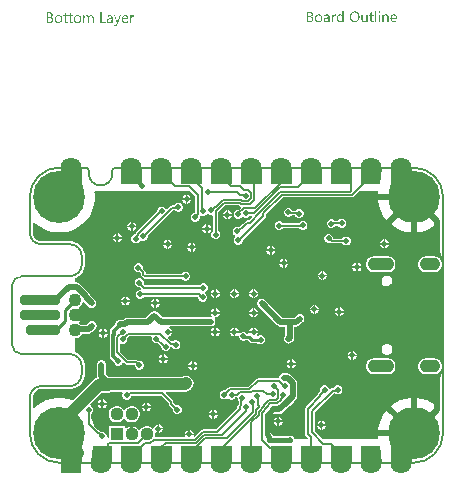
<source format=gbl>
G04*
G04 #@! TF.GenerationSoftware,Altium Limited,Altium Designer,22.10.1 (41)*
G04*
G04 Layer_Physical_Order=2*
G04 Layer_Color=16711680*
%FSAX26Y26*%
%MOIN*%
G70*
G04*
G04 #@! TF.SameCoordinates,707F0866-B51C-4875-9159-03E13B4690FC*
G04*
G04*
G04 #@! TF.FilePolarity,Positive*
G04*
G01*
G75*
%ADD10C,0.019685*%
%ADD11C,0.007874*%
%ADD14C,0.039370*%
%ADD16C,0.011811*%
%ADD18C,0.005118*%
%ADD50C,0.003937*%
%ADD88C,0.043307*%
%ADD95C,0.009842*%
%ADD96C,0.015748*%
%ADD98C,0.070866*%
G04:AMPARAMS|DCode=99|XSize=43.307mil|YSize=86.614mil|CornerRadius=19.488mil|HoleSize=0mil|Usage=FLASHONLY|Rotation=90.000|XOffset=0mil|YOffset=0mil|HoleType=Round|Shape=RoundedRectangle|*
%AMROUNDEDRECTD99*
21,1,0.043307,0.047638,0,0,90.0*
21,1,0.004331,0.086614,0,0,90.0*
1,1,0.038976,0.023819,0.002165*
1,1,0.038976,0.023819,-0.002165*
1,1,0.038976,-0.023819,-0.002165*
1,1,0.038976,-0.023819,0.002165*
%
%ADD99ROUNDEDRECTD99*%
G04:AMPARAMS|DCode=100|XSize=43.307mil|YSize=66.929mil|CornerRadius=19.488mil|HoleSize=0mil|Usage=FLASHONLY|Rotation=90.000|XOffset=0mil|YOffset=0mil|HoleType=Round|Shape=RoundedRectangle|*
%AMROUNDEDRECTD100*
21,1,0.043307,0.027953,0,0,90.0*
21,1,0.004331,0.066929,0,0,90.0*
1,1,0.038976,0.013976,0.002165*
1,1,0.038976,0.013976,-0.002165*
1,1,0.038976,-0.013976,-0.002165*
1,1,0.038976,-0.013976,0.002165*
%
%ADD100ROUNDEDRECTD100*%
%ADD101R,0.070866X0.070866*%
%ADD102C,0.173228*%
%ADD103C,0.019685*%
%ADD104C,0.043701*%
%ADD105R,0.043701X0.043701*%
%ADD106C,0.023622*%
G04:AMPARAMS|DCode=107|XSize=35.433mil|YSize=133.858mil|CornerRadius=13.819mil|HoleSize=0mil|Usage=FLASHONLY|Rotation=90.000|XOffset=0mil|YOffset=0mil|HoleType=Round|Shape=RoundedRectangle|*
%AMROUNDEDRECTD107*
21,1,0.035433,0.106221,0,0,90.0*
21,1,0.007795,0.133858,0,0,90.0*
1,1,0.027638,0.053110,0.003898*
1,1,0.027638,0.053110,-0.003898*
1,1,0.027638,-0.053110,-0.003898*
1,1,0.027638,-0.053110,0.003898*
%
%ADD107ROUNDEDRECTD107*%
G04:AMPARAMS|DCode=108|XSize=35.433mil|YSize=114.173mil|CornerRadius=13.819mil|HoleSize=0mil|Usage=FLASHONLY|Rotation=90.000|XOffset=0mil|YOffset=0mil|HoleType=Round|Shape=RoundedRectangle|*
%AMROUNDEDRECTD108*
21,1,0.035433,0.086535,0,0,90.0*
21,1,0.007795,0.114173,0,0,90.0*
1,1,0.027638,0.043268,0.003898*
1,1,0.027638,0.043268,-0.003898*
1,1,0.027638,-0.043268,-0.003898*
1,1,0.027638,-0.043268,0.003898*
%
%ADD108ROUNDEDRECTD108*%
G36*
X00476936Y01013612D02*
X00477214Y01013550D01*
X00477493Y01013457D01*
X00477802Y01013303D01*
X00478111Y01013117D01*
X00478420Y01012870D01*
X00478450Y01012839D01*
X00478543Y01012747D01*
X00478667Y01012592D01*
X00478821Y01012376D01*
X00478945Y01012098D01*
X00479068Y01011789D01*
X00479161Y01011418D01*
X00479192Y01011016D01*
X00479192Y01010954D01*
X00479192Y01010831D01*
X00479161Y01010645D01*
X00479099Y01010367D01*
X00479007Y01010089D01*
X00478852Y01009780D01*
X00478667Y01009471D01*
X00478420Y01009162D01*
X00478389Y01009131D01*
X00478296Y01009039D01*
X00478111Y01008915D01*
X00477894Y01008791D01*
X00477616Y01008668D01*
X00477307Y01008544D01*
X00476967Y01008452D01*
X00476566Y01008421D01*
X00476380Y01008421D01*
X00476195Y01008452D01*
X00475917Y01008513D01*
X00475639Y01008606D01*
X00475330Y01008730D01*
X00475021Y01008884D01*
X00474712Y01009131D01*
X00474681Y01009162D01*
X00474588Y01009255D01*
X00474464Y01009440D01*
X00474341Y01009657D01*
X00474217Y01009904D01*
X00474094Y01010244D01*
X00474001Y01010615D01*
X00473970Y01011016D01*
X00473970Y01011078D01*
X00473970Y01011202D01*
X00474001Y01011418D01*
X00474063Y01011665D01*
X00474155Y01011974D01*
X00474279Y01012283D01*
X00474464Y01012592D01*
X00474712Y01012870D01*
X00474743Y01012901D01*
X00474835Y01012994D01*
X00475021Y01013117D01*
X00475237Y01013272D01*
X00475515Y01013395D01*
X00475824Y01013519D01*
X00476164Y01013612D01*
X00476566Y01013643D01*
X00476751Y01013643D01*
X00476936Y01013612D01*
X00476936Y01013612D02*
G37*
G36*
X00357261Y00976964D02*
X00353244Y00976964D01*
X00353244Y00981198D01*
X00353151Y00981198D01*
X00353120Y00981136D01*
X00353027Y00980981D01*
X00352842Y00980765D01*
X00352626Y00980456D01*
X00352317Y00980085D01*
X00351977Y00979684D01*
X00351544Y00979251D01*
X00351019Y00978788D01*
X00350463Y00978324D01*
X00349814Y00977891D01*
X00349103Y00977490D01*
X00348331Y00977119D01*
X00347496Y00976810D01*
X00346569Y00976594D01*
X00345580Y00976439D01*
X00344530Y00976377D01*
X00344314Y00976377D01*
X00344066Y00976408D01*
X00343757Y00976439D01*
X00343356Y00976470D01*
X00342892Y00976563D01*
X00342367Y00976655D01*
X00341811Y00976810D01*
X00341224Y00976964D01*
X00340606Y00977212D01*
X00339988Y00977459D01*
X00339339Y00977799D01*
X00338721Y00978169D01*
X00338103Y00978633D01*
X00337516Y00979158D01*
X00336959Y00979745D01*
X00336928Y00979776D01*
X00336836Y00979900D01*
X00336712Y00980085D01*
X00336527Y00980363D01*
X00336310Y00980703D01*
X00336063Y00981105D01*
X00335816Y00981599D01*
X00335569Y00982156D01*
X00335291Y00982774D01*
X00335044Y00983453D01*
X00334796Y00984226D01*
X00334580Y00985029D01*
X00334395Y00985894D01*
X00334271Y00986852D01*
X00334178Y00987841D01*
X00334147Y00988892D01*
X00334147Y00988923D01*
X00334147Y00988954D01*
X00334147Y00989046D01*
X00334147Y00989170D01*
X00334178Y00989479D01*
X00334209Y00989912D01*
X00334240Y00990468D01*
X00334302Y00991055D01*
X00334395Y00991735D01*
X00334549Y00992476D01*
X00334704Y00993249D01*
X00334920Y00994083D01*
X00335167Y00994886D01*
X00335476Y00995752D01*
X00335816Y00996555D01*
X00336249Y00997358D01*
X00336712Y00998131D01*
X00337268Y00998872D01*
X00337299Y00998903D01*
X00337423Y00999027D01*
X00337608Y00999212D01*
X00337856Y00999460D01*
X00338164Y00999738D01*
X00338535Y01000078D01*
X00338999Y01000418D01*
X00339493Y01000757D01*
X00340080Y01001097D01*
X00340698Y01001437D01*
X00341378Y01001777D01*
X00342120Y01002055D01*
X00342923Y01002302D01*
X00343788Y01002488D01*
X00344684Y01002611D01*
X00345642Y01002642D01*
X00345859Y01002642D01*
X00346137Y01002611D01*
X00346477Y01002581D01*
X00346909Y01002519D01*
X00347404Y01002426D01*
X00347929Y01002302D01*
X00348516Y01002148D01*
X00349134Y01001932D01*
X00349752Y01001654D01*
X00350370Y01001314D01*
X00350988Y01000912D01*
X00351575Y01000448D01*
X00352162Y00999923D01*
X00352688Y00999274D01*
X00353151Y00998563D01*
X00353244Y00998563D01*
X00353244Y01014106D01*
X00357261Y01014106D01*
X00357261Y00976964D01*
X00357261Y00976964D02*
G37*
G36*
X00499401Y01002611D02*
X00499679Y01002611D01*
X00500019Y01002550D01*
X00500420Y01002488D01*
X00500853Y01002426D01*
X00501317Y01002302D01*
X00501811Y01002179D01*
X00502336Y01001993D01*
X00502861Y01001777D01*
X00503387Y01001499D01*
X00503881Y01001190D01*
X00504376Y01000850D01*
X00504839Y01000418D01*
X00505272Y00999954D01*
X00505303Y00999923D01*
X00505364Y00999830D01*
X00505488Y00999676D01*
X00505612Y00999460D01*
X00505766Y00999182D01*
X00505952Y00998842D01*
X00506168Y00998440D01*
X00506384Y00998007D01*
X00506570Y00997482D01*
X00506786Y00996926D01*
X00506971Y00996277D01*
X00507126Y00995597D01*
X00507249Y00994856D01*
X00507373Y00994052D01*
X00507435Y00993218D01*
X00507466Y00992291D01*
X00507466Y00976964D01*
X00503449Y00976964D01*
X00503449Y00991271D01*
X00503449Y00991302D01*
X00503449Y00991364D01*
X00503449Y00991457D01*
X00503449Y00991611D01*
X00503418Y00991796D01*
X00503418Y00992013D01*
X00503356Y00992507D01*
X00503263Y00993125D01*
X00503140Y00993805D01*
X00502954Y00994516D01*
X00502707Y00995257D01*
X00502398Y00995999D01*
X00502027Y00996710D01*
X00501564Y00997389D01*
X00500977Y00998007D01*
X00500328Y00998502D01*
X00499957Y00998718D01*
X00499524Y00998903D01*
X00499092Y00999058D01*
X00498628Y00999151D01*
X00498134Y00999212D01*
X00497608Y00999243D01*
X00497330Y00999243D01*
X00497114Y00999212D01*
X00496867Y00999182D01*
X00496558Y00999120D01*
X00496218Y00999058D01*
X00495878Y00998965D01*
X00495476Y00998842D01*
X00495075Y00998687D01*
X00494673Y00998502D01*
X00494240Y00998285D01*
X00493839Y00998007D01*
X00493406Y00997698D01*
X00493004Y00997358D01*
X00492634Y00996957D01*
X00492603Y00996926D01*
X00492541Y00996864D01*
X00492448Y00996740D01*
X00492325Y00996555D01*
X00492170Y00996339D01*
X00492016Y00996061D01*
X00491830Y00995752D01*
X00491645Y00995412D01*
X00491459Y00995010D01*
X00491274Y00994577D01*
X00491120Y00994114D01*
X00490965Y00993620D01*
X00490841Y00993063D01*
X00490749Y00992507D01*
X00490687Y00991889D01*
X00490656Y00991271D01*
X00490656Y00976964D01*
X00486639Y00976964D01*
X00486639Y01002055D01*
X00490656Y01002055D01*
X00490656Y00997884D01*
X00490749Y00997884D01*
X00490780Y00997946D01*
X00490872Y00998100D01*
X00491058Y00998316D01*
X00491274Y00998625D01*
X00491583Y00998996D01*
X00491923Y00999398D01*
X00492356Y00999830D01*
X00492850Y01000263D01*
X00493406Y01000696D01*
X00494024Y01001128D01*
X00494704Y01001530D01*
X00495415Y01001901D01*
X00496218Y01002210D01*
X00497083Y01002426D01*
X00498010Y01002581D01*
X00498999Y01002642D01*
X00499184Y01002642D01*
X00499401Y01002611D01*
X00499401Y01002611D02*
G37*
G36*
X00329636Y01002457D02*
X00329976Y01002457D01*
X00330347Y01002395D01*
X00330748Y01002333D01*
X00331150Y01002271D01*
X00331490Y01002148D01*
X00331490Y00997976D01*
X00331428Y00998007D01*
X00331305Y00998100D01*
X00331058Y00998224D01*
X00330718Y00998378D01*
X00330254Y00998533D01*
X00329760Y00998656D01*
X00329142Y00998749D01*
X00328431Y00998780D01*
X00328184Y00998780D01*
X00327998Y00998749D01*
X00327782Y00998718D01*
X00327535Y00998656D01*
X00326948Y00998471D01*
X00326608Y00998347D01*
X00326268Y00998193D01*
X00325897Y00997976D01*
X00325526Y00997760D01*
X00325187Y00997482D01*
X00324816Y00997142D01*
X00324476Y00996771D01*
X00324136Y00996339D01*
X00324105Y00996308D01*
X00324074Y00996215D01*
X00323981Y00996091D01*
X00323858Y00995906D01*
X00323734Y00995659D01*
X00323580Y00995350D01*
X00323425Y00995010D01*
X00323271Y00994608D01*
X00323116Y00994176D01*
X00322962Y00993681D01*
X00322807Y00993125D01*
X00322684Y00992538D01*
X00322560Y00991889D01*
X00322467Y00991209D01*
X00322436Y00990499D01*
X00322406Y00989726D01*
X00322406Y00976964D01*
X00318389Y00976964D01*
X00318389Y01002055D01*
X00322406Y01002055D01*
X00322406Y00996864D01*
X00322498Y00996864D01*
X00322498Y00996895D01*
X00322529Y00996988D01*
X00322591Y00997111D01*
X00322653Y00997297D01*
X00322745Y00997513D01*
X00322869Y00997791D01*
X00323147Y00998378D01*
X00323518Y00999058D01*
X00323981Y00999738D01*
X00324507Y01000387D01*
X00325125Y01001005D01*
X00325156Y01001035D01*
X00325217Y01001066D01*
X00325310Y01001128D01*
X00325434Y01001252D01*
X00325588Y01001345D01*
X00325805Y01001468D01*
X00326268Y01001746D01*
X00326855Y01002024D01*
X00327535Y01002271D01*
X00328276Y01002426D01*
X00328678Y01002457D01*
X00329080Y01002488D01*
X00329327Y01002488D01*
X00329636Y01002457D01*
X00329636Y01002457D02*
G37*
G36*
X-00483137Y01000049D02*
X-00482951Y01000049D01*
X-00482735Y01000018D01*
X-00482210Y00999925D01*
X-00481592Y00999770D01*
X-00480881Y00999554D01*
X-00480139Y00999214D01*
X-00479367Y00998813D01*
X-00478965Y00998534D01*
X-00478594Y00998256D01*
X-00478224Y00997947D01*
X-00477853Y00997577D01*
X-00477482Y00997175D01*
X-00477142Y00996742D01*
X-00476833Y00996279D01*
X-00476524Y00995754D01*
X-00476246Y00995197D01*
X-00475999Y00994579D01*
X-00475783Y00993930D01*
X-00475566Y00993220D01*
X-00475443Y00992478D01*
X-00475319Y00991644D01*
X-00475257Y00990779D01*
X-00475226Y00989852D01*
X-00475226Y00974402D01*
X-00479243Y00974402D01*
X-00479243Y00988801D01*
X-00479243Y00988863D01*
X-00479243Y00988986D01*
X-00479243Y00989203D01*
X-00479274Y00989481D01*
X-00479274Y00989821D01*
X-00479305Y00990222D01*
X-00479336Y00990655D01*
X-00479398Y00991119D01*
X-00479552Y00992107D01*
X-00479800Y00993096D01*
X-00479923Y00993591D01*
X-00480109Y00994023D01*
X-00480325Y00994456D01*
X-00480541Y00994827D01*
X-00480541Y00994857D01*
X-00480603Y00994919D01*
X-00480665Y00995012D01*
X-00480788Y00995105D01*
X-00480912Y00995259D01*
X-00481097Y00995414D01*
X-00481314Y00995568D01*
X-00481561Y00995754D01*
X-00481839Y00995939D01*
X-00482148Y00996093D01*
X-00482519Y00996248D01*
X-00482890Y00996402D01*
X-00483322Y00996495D01*
X-00483817Y00996588D01*
X-00484311Y00996650D01*
X-00484867Y00996681D01*
X-00485114Y00996681D01*
X-00485300Y00996650D01*
X-00485516Y00996619D01*
X-00485763Y00996557D01*
X-00486381Y00996402D01*
X-00486721Y00996279D01*
X-00487061Y00996093D01*
X-00487432Y00995908D01*
X-00487772Y00995692D01*
X-00488143Y00995414D01*
X-00488513Y00995105D01*
X-00488884Y00994734D01*
X-00489224Y00994332D01*
X-00489255Y00994301D01*
X-00489286Y00994239D01*
X-00489379Y00994085D01*
X-00489502Y00993930D01*
X-00489626Y00993683D01*
X-00489780Y00993405D01*
X-00489966Y00993096D01*
X-00490120Y00992756D01*
X-00490275Y00992355D01*
X-00490460Y00991922D01*
X-00490615Y00991458D01*
X-00490738Y00990964D01*
X-00490862Y00990439D01*
X-00490924Y00989883D01*
X-00490985Y00989326D01*
X-00491016Y00988708D01*
X-00491016Y00974402D01*
X-00495033Y00974402D01*
X-00495033Y00989295D01*
X-00495033Y00989326D01*
X-00495033Y00989388D01*
X-00495033Y00989481D01*
X-00495033Y00989604D01*
X-00495064Y00989790D01*
X-00495064Y00989975D01*
X-00495126Y00990439D01*
X-00495219Y00990995D01*
X-00495342Y00991644D01*
X-00495497Y00992293D01*
X-00495744Y00993003D01*
X-00496053Y00993683D01*
X-00496424Y00994332D01*
X-00496887Y00994981D01*
X-00497443Y00995537D01*
X-00498092Y00996001D01*
X-00498463Y00996186D01*
X-00498865Y00996371D01*
X-00499298Y00996495D01*
X-00499730Y00996588D01*
X-00500224Y00996650D01*
X-00500750Y00996681D01*
X-00500997Y00996681D01*
X-00501182Y00996650D01*
X-00501430Y00996619D01*
X-00501677Y00996557D01*
X-00502295Y00996402D01*
X-00502635Y00996279D01*
X-00502975Y00996124D01*
X-00503345Y00995970D01*
X-00503716Y00995754D01*
X-00504087Y00995475D01*
X-00504458Y00995197D01*
X-00504798Y00994857D01*
X-00505138Y00994456D01*
X-00505168Y00994425D01*
X-00505199Y00994363D01*
X-00505292Y00994239D01*
X-00505416Y00994054D01*
X-00505539Y00993838D01*
X-00505663Y00993591D01*
X-00505817Y00993282D01*
X-00505972Y00992911D01*
X-00506157Y00992509D01*
X-00506312Y00992076D01*
X-00506435Y00991613D01*
X-00506559Y00991119D01*
X-00506683Y00990562D01*
X-00506775Y00989975D01*
X-00506806Y00989357D01*
X-00506837Y00988708D01*
X-00506837Y00974402D01*
X-00510854Y00974402D01*
X-00510854Y00999492D01*
X-00506837Y00999492D01*
X-00506837Y00995506D01*
X-00506744Y00995506D01*
X-00506714Y00995568D01*
X-00506621Y00995692D01*
X-00506466Y00995939D01*
X-00506250Y00996217D01*
X-00505972Y00996557D01*
X-00505632Y00996959D01*
X-00505230Y00997360D01*
X-00504767Y00997793D01*
X-00504241Y00998226D01*
X-00503654Y00998627D01*
X-00503005Y00999029D01*
X-00502326Y00999369D01*
X-00501553Y00999647D01*
X-00500719Y00999894D01*
X-00499854Y01000018D01*
X-00498927Y01000080D01*
X-00498680Y01000080D01*
X-00498494Y01000049D01*
X-00498278Y01000049D01*
X-00498000Y01000018D01*
X-00497722Y00999956D01*
X-00497413Y00999894D01*
X-00496702Y00999740D01*
X-00495960Y00999462D01*
X-00495219Y00999122D01*
X-00494848Y00998874D01*
X-00494477Y00998627D01*
X-00494446Y00998596D01*
X-00494384Y00998565D01*
X-00494292Y00998473D01*
X-00494168Y00998380D01*
X-00493828Y00998040D01*
X-00493426Y00997638D01*
X-00492994Y00997082D01*
X-00492561Y00996433D01*
X-00492160Y00995692D01*
X-00491851Y00994857D01*
X-00491820Y00994919D01*
X-00491727Y00995074D01*
X-00491542Y00995352D01*
X-00491325Y00995661D01*
X-00491016Y00996062D01*
X-00490676Y00996526D01*
X-00490244Y00996990D01*
X-00489749Y00997484D01*
X-00489193Y00997947D01*
X-00488575Y00998442D01*
X-00487895Y00998874D01*
X-00487154Y00999276D01*
X-00486320Y00999585D01*
X-00485454Y00999863D01*
X-00484496Y01000018D01*
X-00483508Y01000080D01*
X-00483291Y01000080D01*
X-00483137Y01000049D01*
X-00483137Y01000049D02*
G37*
G36*
X-00342974Y00999894D02*
X-00342635Y00999894D01*
X-00342264Y00999832D01*
X-00341862Y00999770D01*
X-00341460Y00999709D01*
X-00341120Y00999585D01*
X-00341120Y00995414D01*
X-00341182Y00995444D01*
X-00341306Y00995537D01*
X-00341553Y00995661D01*
X-00341893Y00995815D01*
X-00342356Y00995970D01*
X-00342851Y00996093D01*
X-00343469Y00996186D01*
X-00344180Y00996217D01*
X-00344427Y00996217D01*
X-00344612Y00996186D01*
X-00344828Y00996155D01*
X-00345076Y00996093D01*
X-00345663Y00995908D01*
X-00346003Y00995784D01*
X-00346342Y00995630D01*
X-00346713Y00995414D01*
X-00347084Y00995197D01*
X-00347424Y00994919D01*
X-00347795Y00994579D01*
X-00348135Y00994208D01*
X-00348475Y00993776D01*
X-00348505Y00993745D01*
X-00348536Y00993652D01*
X-00348629Y00993529D01*
X-00348753Y00993343D01*
X-00348876Y00993096D01*
X-00349031Y00992787D01*
X-00349185Y00992447D01*
X-00349340Y00992045D01*
X-00349494Y00991613D01*
X-00349649Y00991119D01*
X-00349803Y00990562D01*
X-00349927Y00989975D01*
X-00350050Y00989326D01*
X-00350143Y00988646D01*
X-00350174Y00987936D01*
X-00350205Y00987163D01*
X-00350205Y00974402D01*
X-00354222Y00974402D01*
X-00354222Y00999492D01*
X-00350205Y00999492D01*
X-00350205Y00994301D01*
X-00350112Y00994301D01*
X-00350112Y00994332D01*
X-00350081Y00994425D01*
X-00350020Y00994548D01*
X-00349958Y00994734D01*
X-00349865Y00994950D01*
X-00349741Y00995228D01*
X-00349463Y00995815D01*
X-00349093Y00996495D01*
X-00348629Y00997175D01*
X-00348104Y00997824D01*
X-00347486Y00998442D01*
X-00347455Y00998473D01*
X-00347393Y00998504D01*
X-00347300Y00998565D01*
X-00347177Y00998689D01*
X-00347022Y00998782D01*
X-00346806Y00998905D01*
X-00346342Y00999183D01*
X-00345755Y00999462D01*
X-00345076Y00999709D01*
X-00344334Y00999863D01*
X-00343932Y00999894D01*
X-00343531Y00999925D01*
X-00343283Y00999925D01*
X-00342974Y00999894D01*
X-00342974Y00999894D02*
G37*
G36*
X00437261Y00976964D02*
X00433244Y00976964D01*
X00433244Y00980920D01*
X00433151Y00980920D01*
X00433120Y00980858D01*
X00433027Y00980734D01*
X00432873Y00980487D01*
X00432688Y00980209D01*
X00432409Y00979869D01*
X00432070Y00979498D01*
X00431699Y00979066D01*
X00431235Y00978664D01*
X00430741Y00978231D01*
X00430154Y00977830D01*
X00429536Y00977428D01*
X00428825Y00977088D01*
X00428053Y00976810D01*
X00427249Y00976563D01*
X00426353Y00976439D01*
X00425395Y00976377D01*
X00425179Y00976377D01*
X00425024Y00976408D01*
X00424808Y00976408D01*
X00424561Y00976439D01*
X00424283Y00976501D01*
X00424005Y00976532D01*
X00423325Y00976717D01*
X00422552Y00976933D01*
X00421749Y00977273D01*
X00421347Y00977490D01*
X00420915Y00977706D01*
X00420482Y00977984D01*
X00420080Y00978262D01*
X00419679Y00978602D01*
X00419277Y00978973D01*
X00418875Y00979405D01*
X00418505Y00979838D01*
X00418165Y00980332D01*
X00417825Y00980889D01*
X00417547Y00981476D01*
X00417269Y00982094D01*
X00417021Y00982774D01*
X00416805Y00983515D01*
X00416651Y00984319D01*
X00416527Y00985153D01*
X00416465Y00986080D01*
X00416434Y00987038D01*
X00416434Y01002055D01*
X00420420Y01002055D01*
X00420420Y00987687D01*
X00420420Y00987656D01*
X00420420Y00987594D01*
X00420420Y00987501D01*
X00420420Y00987347D01*
X00420451Y00987161D01*
X00420451Y00986945D01*
X00420513Y00986451D01*
X00420606Y00985833D01*
X00420729Y00985184D01*
X00420946Y00984442D01*
X00421193Y00983731D01*
X00421502Y00982990D01*
X00421904Y00982248D01*
X00422398Y00981599D01*
X00422985Y00980981D01*
X00423696Y00980487D01*
X00424067Y00980271D01*
X00424499Y00980085D01*
X00424963Y00979931D01*
X00425426Y00979838D01*
X00425951Y00979776D01*
X00426508Y00979745D01*
X00426786Y00979745D01*
X00427002Y00979776D01*
X00427249Y00979807D01*
X00427527Y00979869D01*
X00427867Y00979931D01*
X00428207Y00980024D01*
X00428578Y00980116D01*
X00428980Y00980271D01*
X00429381Y00980456D01*
X00429783Y00980672D01*
X00430185Y00980920D01*
X00430586Y00981198D01*
X00430957Y00981538D01*
X00431328Y00981908D01*
X00431359Y00981939D01*
X00431421Y00982001D01*
X00431513Y00982125D01*
X00431637Y00982310D01*
X00431761Y00982526D01*
X00431946Y00982774D01*
X00432101Y00983083D01*
X00432286Y00983423D01*
X00432471Y00983824D01*
X00432626Y00984257D01*
X00432811Y00984720D01*
X00432935Y00985215D01*
X00433058Y00985771D01*
X00433151Y00986327D01*
X00433213Y00986945D01*
X00433244Y00987594D01*
X00433244Y01002055D01*
X00437261Y01002055D01*
X00437261Y00976964D01*
X00437261Y00976964D02*
G37*
G36*
X-00396308Y00970385D02*
X-00396308Y00970354D01*
X-00396339Y00970292D01*
X-00396401Y00970199D01*
X-00396462Y00970045D01*
X-00396524Y00969859D01*
X-00396617Y00969674D01*
X-00396864Y00969179D01*
X-00397204Y00968592D01*
X-00397575Y00967913D01*
X-00398038Y00967233D01*
X-00398563Y00966491D01*
X-00399151Y00965780D01*
X-00399800Y00965070D01*
X-00400510Y00964390D01*
X-00401283Y00963803D01*
X-00402117Y00963308D01*
X-00402550Y00963123D01*
X-00403013Y00962938D01*
X-00403477Y00962783D01*
X-00403971Y00962691D01*
X-00404465Y00962629D01*
X-00404991Y00962598D01*
X-00405238Y00962598D01*
X-00405547Y00962629D01*
X-00405918Y00962629D01*
X-00406319Y00962691D01*
X-00406752Y00962752D01*
X-00407216Y00962814D01*
X-00407617Y00962938D01*
X-00407617Y00966522D01*
X-00407555Y00966491D01*
X-00407401Y00966460D01*
X-00407154Y00966399D01*
X-00406845Y00966306D01*
X-00406474Y00966213D01*
X-00406072Y00966151D01*
X-00405640Y00966120D01*
X-00405238Y00966090D01*
X-00405114Y00966090D01*
X-00404960Y00966120D01*
X-00404743Y00966151D01*
X-00404496Y00966213D01*
X-00404187Y00966275D01*
X-00403878Y00966399D01*
X-00403507Y00966553D01*
X-00403168Y00966738D01*
X-00402766Y00966986D01*
X-00402395Y00967264D01*
X-00402024Y00967604D01*
X-00401654Y00968036D01*
X-00401283Y00968500D01*
X-00400974Y00969056D01*
X-00400665Y00969705D01*
X-00398656Y00974433D01*
X-00408452Y00999492D01*
X-00404002Y00999492D01*
X-00397204Y00980180D01*
X-00397204Y00980149D01*
X-00397173Y00980087D01*
X-00397142Y00979995D01*
X-00397080Y00979809D01*
X-00397019Y00979562D01*
X-00396957Y00979222D01*
X-00396833Y00978789D01*
X-00396709Y00978264D01*
X-00396555Y00978264D01*
X-00396555Y00978295D01*
X-00396524Y00978388D01*
X-00396493Y00978511D01*
X-00396431Y00978728D01*
X-00396370Y00978975D01*
X-00396308Y00979284D01*
X-00396184Y00979686D01*
X-00396061Y00980118D01*
X-00388923Y00999492D01*
X-00384782Y00999492D01*
X-00396308Y00970385D01*
X-00396308Y00970385D02*
G37*
G36*
X00478512Y00976964D02*
X00474495Y00976964D01*
X00474495Y01002055D01*
X00478512Y01002055D01*
X00478512Y00976964D01*
X00478512Y00976964D02*
G37*
G36*
X00466369Y00976964D02*
X00462352Y00976964D01*
X00462352Y01014106D01*
X00466369Y01014106D01*
X00466369Y00976964D01*
X00466369Y00976964D02*
G37*
G36*
X00302351Y01002611D02*
X00302568Y01002611D01*
X00302784Y01002581D01*
X00303062Y01002550D01*
X00303371Y01002488D01*
X00304020Y01002364D01*
X00304793Y01002148D01*
X00305565Y01001870D01*
X00306399Y01001468D01*
X00307234Y01000974D01*
X00307635Y01000696D01*
X00308037Y01000356D01*
X00308408Y00999985D01*
X00308779Y00999614D01*
X00309118Y00999182D01*
X00309428Y00998687D01*
X00309736Y00998193D01*
X00310015Y00997636D01*
X00310231Y00997019D01*
X00310447Y00996370D01*
X00310602Y00995690D01*
X00310725Y00994917D01*
X00310787Y00994145D01*
X00310818Y00993280D01*
X00310818Y00976964D01*
X00306801Y00976964D01*
X00306801Y00980858D01*
X00306708Y00980858D01*
X00306677Y00980796D01*
X00306585Y00980672D01*
X00306430Y00980456D01*
X00306214Y00980147D01*
X00305936Y00979807D01*
X00305596Y00979436D01*
X00305225Y00979035D01*
X00304762Y00978633D01*
X00304236Y00978200D01*
X00303680Y00977799D01*
X00303031Y00977428D01*
X00302351Y00977088D01*
X00301579Y00976779D01*
X00300776Y00976563D01*
X00299910Y00976439D01*
X00298983Y00976377D01*
X00298613Y00976377D01*
X00298365Y00976408D01*
X00298056Y00976439D01*
X00297685Y00976470D01*
X00297284Y00976532D01*
X00296851Y00976625D01*
X00295893Y00976872D01*
X00295430Y00977026D01*
X00294935Y00977212D01*
X00294441Y00977428D01*
X00293978Y00977706D01*
X00293545Y00978015D01*
X00293112Y00978355D01*
X00293081Y00978386D01*
X00293020Y00978448D01*
X00292927Y00978571D01*
X00292772Y00978726D01*
X00292618Y00978911D01*
X00292463Y00979158D01*
X00292247Y00979436D01*
X00292062Y00979745D01*
X00291876Y00980116D01*
X00291691Y00980518D01*
X00291505Y00980951D01*
X00291351Y00981414D01*
X00291197Y00981908D01*
X00291104Y00982434D01*
X00291042Y00983021D01*
X00291011Y00983608D01*
X00291011Y00983639D01*
X00291011Y00983701D01*
X00291011Y00983793D01*
X00291042Y00983917D01*
X00291042Y00984071D01*
X00291073Y00984257D01*
X00291135Y00984720D01*
X00291258Y00985277D01*
X00291444Y00985894D01*
X00291691Y00986574D01*
X00292062Y00987285D01*
X00292494Y00987996D01*
X00293020Y00988706D01*
X00293360Y00989046D01*
X00293699Y00989386D01*
X00294101Y00989726D01*
X00294503Y00990035D01*
X00294966Y00990344D01*
X00295461Y00990622D01*
X00295986Y00990869D01*
X00296573Y00991117D01*
X00297191Y00991333D01*
X00297840Y00991518D01*
X00298551Y00991673D01*
X00299292Y00991796D01*
X00306801Y00992847D01*
X00306801Y00992878D01*
X00306801Y00992909D01*
X00306801Y00993001D01*
X00306801Y00993125D01*
X00306770Y00993434D01*
X00306708Y00993836D01*
X00306647Y00994330D01*
X00306523Y00994886D01*
X00306368Y00995443D01*
X00306152Y00996061D01*
X00305874Y00996648D01*
X00305534Y00997235D01*
X00305132Y00997760D01*
X00304638Y00998255D01*
X00304020Y00998656D01*
X00303340Y00998965D01*
X00302969Y00999089D01*
X00302537Y00999182D01*
X00302104Y00999212D01*
X00301641Y00999243D01*
X00301424Y00999243D01*
X00301208Y00999212D01*
X00300868Y00999182D01*
X00300466Y00999151D01*
X00300003Y00999089D01*
X00299478Y00998996D01*
X00298921Y00998872D01*
X00298303Y00998687D01*
X00297655Y00998502D01*
X00296975Y00998255D01*
X00296264Y00997946D01*
X00295553Y00997575D01*
X00294843Y00997173D01*
X00294132Y00996710D01*
X00293452Y00996153D01*
X00293452Y01000263D01*
X00293483Y01000294D01*
X00293607Y01000356D01*
X00293823Y01000479D01*
X00294101Y01000634D01*
X00294472Y01000819D01*
X00294874Y01001005D01*
X00295368Y01001221D01*
X00295924Y01001468D01*
X00296511Y01001684D01*
X00297160Y01001901D01*
X00297871Y01002086D01*
X00298613Y01002271D01*
X00299416Y01002426D01*
X00300219Y01002550D01*
X00301084Y01002611D01*
X00301981Y01002642D01*
X00302197Y01002642D01*
X00302351Y01002611D01*
X00302351Y01002611D02*
G37*
G36*
X00245990Y01012067D02*
X00246361Y01012036D01*
X00246793Y01011974D01*
X00247288Y01011912D01*
X00247844Y01011820D01*
X00248400Y01011696D01*
X00248987Y01011542D01*
X00249605Y01011356D01*
X00250192Y01011140D01*
X00250810Y01010893D01*
X00251366Y01010584D01*
X00251923Y01010244D01*
X00252448Y01009842D01*
X00252479Y01009811D01*
X00252571Y01009749D01*
X00252695Y01009626D01*
X00252850Y01009440D01*
X00253066Y01009224D01*
X00253282Y01008946D01*
X00253529Y01008637D01*
X00253777Y01008297D01*
X00254024Y01007895D01*
X00254271Y01007463D01*
X00254487Y01006968D01*
X00254704Y01006474D01*
X00254858Y01005918D01*
X00254982Y01005331D01*
X00255074Y01004713D01*
X00255105Y01004064D01*
X00255105Y01004033D01*
X00255105Y01003940D01*
X00255105Y01003786D01*
X00255074Y01003569D01*
X00255043Y01003291D01*
X00255013Y01003013D01*
X00254982Y01002673D01*
X00254920Y01002302D01*
X00254704Y01001468D01*
X00254425Y01000603D01*
X00254240Y01000139D01*
X00254024Y00999707D01*
X00253777Y00999274D01*
X00253499Y00998842D01*
X00253468Y00998811D01*
X00253437Y00998749D01*
X00253344Y00998625D01*
X00253190Y00998471D01*
X00253035Y00998316D01*
X00252850Y00998100D01*
X00252602Y00997884D01*
X00252355Y00997636D01*
X00252046Y00997389D01*
X00251706Y00997111D01*
X00251335Y00996864D01*
X00250934Y00996586D01*
X00250501Y00996339D01*
X00250069Y00996122D01*
X00249049Y00995721D01*
X00249049Y00995628D01*
X00249080Y00995628D01*
X00249203Y00995597D01*
X00249389Y00995566D01*
X00249636Y00995535D01*
X00249945Y00995473D01*
X00250285Y00995381D01*
X00250687Y00995257D01*
X00251088Y00995134D01*
X00251984Y00994794D01*
X00252479Y00994577D01*
X00252942Y00994299D01*
X00253406Y00994021D01*
X00253869Y00993712D01*
X00254333Y00993341D01*
X00254734Y00992940D01*
X00254765Y00992909D01*
X00254827Y00992847D01*
X00254920Y00992723D01*
X00255074Y00992538D01*
X00255229Y00992291D01*
X00255414Y00992044D01*
X00255600Y00991704D01*
X00255816Y00991364D01*
X00256001Y00990962D01*
X00256187Y00990499D01*
X00256372Y00990035D01*
X00256527Y00989510D01*
X00256681Y00988923D01*
X00256774Y00988336D01*
X00256836Y00987718D01*
X00256867Y00987038D01*
X00256867Y00986976D01*
X00256867Y00986852D01*
X00256836Y00986605D01*
X00256805Y00986296D01*
X00256774Y00985894D01*
X00256681Y00985462D01*
X00256589Y00984967D01*
X00256465Y00984442D01*
X00256279Y00983855D01*
X00256063Y00983268D01*
X00255816Y00982681D01*
X00255507Y00982063D01*
X00255136Y00981445D01*
X00254704Y00980858D01*
X00254209Y00980302D01*
X00253622Y00979745D01*
X00253591Y00979715D01*
X00253468Y00979622D01*
X00253282Y00979498D01*
X00253035Y00979313D01*
X00252726Y00979096D01*
X00252324Y00978880D01*
X00251892Y00978602D01*
X00251397Y00978355D01*
X00250810Y00978108D01*
X00250192Y00977861D01*
X00249543Y00977613D01*
X00248802Y00977397D01*
X00248029Y00977212D01*
X00247226Y00977088D01*
X00246361Y00976995D01*
X00245464Y00976964D01*
X00235237Y00976964D01*
X00235237Y01012098D01*
X00245650Y01012098D01*
X00245990Y01012067D01*
X00245990Y01012067D02*
G37*
G36*
X00450671Y01002055D02*
X00457006Y01002055D01*
X00457006Y00998594D01*
X00450671Y00998594D01*
X00450671Y00984473D01*
X00450671Y00984442D01*
X00450671Y00984350D01*
X00450671Y00984226D01*
X00450671Y00984071D01*
X00450702Y00983855D01*
X00450733Y00983608D01*
X00450795Y00983083D01*
X00450888Y00982465D01*
X00451042Y00981878D01*
X00451259Y00981321D01*
X00451382Y00981074D01*
X00451537Y00980858D01*
X00451567Y00980827D01*
X00451691Y00980703D01*
X00451907Y00980518D01*
X00452216Y00980332D01*
X00452618Y00980116D01*
X00453113Y00979962D01*
X00453700Y00979838D01*
X00454379Y00979776D01*
X00454627Y00979776D01*
X00454905Y00979807D01*
X00455276Y00979869D01*
X00455677Y00979993D01*
X00456141Y00980116D01*
X00456573Y00980332D01*
X00457006Y00980611D01*
X00457006Y00977181D01*
X00456975Y00977181D01*
X00456944Y00977150D01*
X00456851Y00977119D01*
X00456759Y00977057D01*
X00456419Y00976933D01*
X00456017Y00976810D01*
X00455461Y00976686D01*
X00454812Y00976563D01*
X00454070Y00976470D01*
X00453236Y00976439D01*
X00452958Y00976439D01*
X00452618Y00976501D01*
X00452216Y00976563D01*
X00451722Y00976655D01*
X00451166Y00976841D01*
X00450548Y00977057D01*
X00449961Y00977366D01*
X00449343Y00977737D01*
X00448725Y00978231D01*
X00448168Y00978818D01*
X00447921Y00979158D01*
X00447674Y00979529D01*
X00447458Y00979931D01*
X00447272Y00980363D01*
X00447087Y00980827D01*
X00446933Y00981352D01*
X00446809Y00981878D01*
X00446716Y00982465D01*
X00446685Y00983083D01*
X00446654Y00983762D01*
X00446654Y00998594D01*
X00442359Y00998594D01*
X00442359Y01002055D01*
X00446654Y01002055D01*
X00446654Y01008173D01*
X00450671Y01009471D01*
X00450671Y01002055D01*
X00450671Y01002055D02*
G37*
G36*
X00525357Y01002611D02*
X00525697Y01002581D01*
X00526129Y01002550D01*
X00526593Y01002488D01*
X00527118Y01002364D01*
X00527674Y01002241D01*
X00528292Y01002086D01*
X00528910Y01001870D01*
X00529528Y01001592D01*
X00530177Y01001283D01*
X00530795Y01000912D01*
X00531382Y01000479D01*
X00531969Y00999985D01*
X00532495Y00999429D01*
X00532525Y00999398D01*
X00532618Y00999274D01*
X00532742Y00999089D01*
X00532927Y00998842D01*
X00533113Y00998533D01*
X00533360Y00998131D01*
X00533607Y00997667D01*
X00533854Y00997142D01*
X00534101Y00996524D01*
X00534349Y00995875D01*
X00534596Y00995134D01*
X00534781Y00994361D01*
X00534967Y00993496D01*
X00535090Y00992600D01*
X00535183Y00991611D01*
X00535214Y00990591D01*
X00535214Y00988490D01*
X00517477Y00988490D01*
X00517477Y00988428D01*
X00517477Y00988305D01*
X00517508Y00988088D01*
X00517539Y00987810D01*
X00517570Y00987439D01*
X00517632Y00987038D01*
X00517693Y00986605D01*
X00517817Y00986111D01*
X00518095Y00985060D01*
X00518281Y00984535D01*
X00518497Y00983979D01*
X00518744Y00983453D01*
X00519022Y00982928D01*
X00519362Y00982465D01*
X00519733Y00982001D01*
X00519764Y00981970D01*
X00519826Y00981908D01*
X00519949Y00981785D01*
X00520135Y00981661D01*
X00520351Y00981476D01*
X00520629Y00981290D01*
X00520938Y00981074D01*
X00521278Y00980889D01*
X00521680Y00980672D01*
X00522143Y00980456D01*
X00522607Y00980271D01*
X00523163Y00980085D01*
X00523719Y00979962D01*
X00524337Y00979838D01*
X00524986Y00979776D01*
X00525666Y00979745D01*
X00525851Y00979745D01*
X00526067Y00979776D01*
X00526376Y00979776D01*
X00526747Y00979838D01*
X00527180Y00979900D01*
X00527674Y00979993D01*
X00528230Y00980085D01*
X00528817Y00980240D01*
X00529436Y00980425D01*
X00530084Y00980641D01*
X00530733Y00980920D01*
X00531413Y00981229D01*
X00532093Y00981599D01*
X00532773Y00982032D01*
X00533452Y00982526D01*
X00533452Y00978757D01*
X00533422Y00978726D01*
X00533298Y00978664D01*
X00533113Y00978540D01*
X00532865Y00978386D01*
X00532525Y00978200D01*
X00532124Y00978015D01*
X00531660Y00977799D01*
X00531135Y00977582D01*
X00530517Y00977335D01*
X00529868Y00977119D01*
X00529157Y00976933D01*
X00528385Y00976748D01*
X00527551Y00976594D01*
X00526654Y00976470D01*
X00525697Y00976408D01*
X00524708Y00976377D01*
X00524461Y00976377D01*
X00524213Y00976408D01*
X00523843Y00976439D01*
X00523379Y00976470D01*
X00522854Y00976563D01*
X00522298Y00976655D01*
X00521680Y00976810D01*
X00521031Y00976995D01*
X00520351Y00977212D01*
X00519640Y00977490D01*
X00518960Y00977799D01*
X00518250Y00978200D01*
X00517601Y00978664D01*
X00516952Y00979189D01*
X00516365Y00979776D01*
X00516334Y00979807D01*
X00516241Y00979931D01*
X00516087Y00980147D01*
X00515901Y00980425D01*
X00515654Y00980765D01*
X00515407Y00981198D01*
X00515129Y00981692D01*
X00514851Y00982279D01*
X00514573Y00982897D01*
X00514294Y00983639D01*
X00514047Y00984411D01*
X00513800Y00985277D01*
X00513615Y00986203D01*
X00513460Y00987192D01*
X00513367Y00988274D01*
X00513337Y00989386D01*
X00513337Y00989417D01*
X00513337Y00989448D01*
X00513337Y00989541D01*
X00513337Y00989633D01*
X00513367Y00989942D01*
X00513398Y00990375D01*
X00513429Y00990869D01*
X00513522Y00991426D01*
X00513615Y00992074D01*
X00513738Y00992785D01*
X00513924Y00993527D01*
X00514140Y00994299D01*
X00514418Y00995103D01*
X00514727Y00995906D01*
X00515098Y00996679D01*
X00515561Y00997482D01*
X00516056Y00998224D01*
X00516643Y00998934D01*
X00516674Y00998965D01*
X00516797Y00999089D01*
X00516983Y00999274D01*
X00517230Y00999521D01*
X00517570Y00999799D01*
X00517972Y01000109D01*
X00518404Y01000448D01*
X00518929Y01000788D01*
X00519486Y01001128D01*
X00520135Y01001468D01*
X00520814Y01001777D01*
X00521525Y01002055D01*
X00522298Y01002302D01*
X00523132Y01002488D01*
X00523997Y01002611D01*
X00524893Y01002642D01*
X00525110Y01002642D01*
X00525357Y01002611D01*
X00525357Y01002611D02*
G37*
G36*
X00394928Y01012654D02*
X00395144Y01012654D01*
X00395360Y01012623D01*
X00395639Y01012623D01*
X00396257Y01012530D01*
X00396967Y01012438D01*
X00397771Y01012283D01*
X00398636Y01012067D01*
X00399532Y01011820D01*
X00400490Y01011480D01*
X00401448Y01011078D01*
X00402437Y01010615D01*
X00403425Y01010058D01*
X00404352Y01009409D01*
X00405279Y01008637D01*
X00406144Y01007772D01*
X00406206Y01007710D01*
X00406330Y01007555D01*
X00406546Y01007277D01*
X00406855Y01006876D01*
X00407164Y01006381D01*
X00407566Y01005794D01*
X00407968Y01005114D01*
X00408369Y01004342D01*
X00408771Y01003446D01*
X00409173Y01002488D01*
X00409574Y01001437D01*
X00409914Y01000294D01*
X00410192Y00999058D01*
X00410409Y00997760D01*
X00410532Y00996400D01*
X00410594Y00994948D01*
X00410594Y00994917D01*
X00410594Y00994856D01*
X00410594Y00994732D01*
X00410594Y00994577D01*
X00410563Y00994361D01*
X00410563Y00994114D01*
X00410532Y00993836D01*
X00410532Y00993527D01*
X00410501Y00993187D01*
X00410471Y00992816D01*
X00410347Y00991982D01*
X00410223Y00991024D01*
X00410038Y00990035D01*
X00409791Y00988954D01*
X00409482Y00987841D01*
X00409111Y00986729D01*
X00408678Y00985586D01*
X00408153Y00984473D01*
X00407535Y00983361D01*
X00406824Y00982341D01*
X00406021Y00981352D01*
X00405959Y00981290D01*
X00405805Y00981136D01*
X00405557Y00980889D01*
X00405187Y00980580D01*
X00404723Y00980209D01*
X00404167Y00979776D01*
X00403549Y00979344D01*
X00402807Y00978880D01*
X00401973Y00978417D01*
X00401046Y00977953D01*
X00400057Y00977521D01*
X00398976Y00977150D01*
X00397801Y00976841D01*
X00396565Y00976594D01*
X00395237Y00976439D01*
X00393846Y00976377D01*
X00393506Y00976377D01*
X00393352Y00976408D01*
X00393136Y00976408D01*
X00392888Y00976439D01*
X00392610Y00976470D01*
X00391961Y00976532D01*
X00391251Y00976625D01*
X00390416Y00976779D01*
X00389551Y00976995D01*
X00388593Y00977242D01*
X00387635Y00977582D01*
X00386647Y00977984D01*
X00385627Y00978448D01*
X00384638Y00979004D01*
X00383680Y00979684D01*
X00382722Y00980425D01*
X00381857Y00981290D01*
X00381795Y00981352D01*
X00381672Y00981507D01*
X00381455Y00981785D01*
X00381146Y00982187D01*
X00380807Y00982681D01*
X00380436Y00983268D01*
X00380034Y00983948D01*
X00379632Y00984751D01*
X00379200Y00985616D01*
X00378798Y00986574D01*
X00378427Y00987625D01*
X00378087Y00988768D01*
X00377778Y00990004D01*
X00377562Y00991302D01*
X00377438Y00992662D01*
X00377377Y00994114D01*
X00377377Y00994145D01*
X00377377Y00994207D01*
X00377377Y00994330D01*
X00377377Y00994485D01*
X00377408Y00994701D01*
X00377408Y00994917D01*
X00377438Y00995195D01*
X00377438Y00995504D01*
X00377469Y00995844D01*
X00377531Y00996246D01*
X00377624Y00997049D01*
X00377747Y00997976D01*
X00377964Y00998965D01*
X00378180Y01000047D01*
X00378489Y01001128D01*
X00378860Y01002241D01*
X00379292Y01003384D01*
X00379818Y01004496D01*
X00380436Y01005578D01*
X00381146Y01006628D01*
X00381950Y01007617D01*
X00382012Y01007679D01*
X00382166Y01007833D01*
X00382413Y01008081D01*
X00382784Y01008421D01*
X00383248Y01008791D01*
X00383835Y01009224D01*
X00384484Y01009688D01*
X00385225Y01010151D01*
X00386090Y01010615D01*
X00387017Y01011078D01*
X00388037Y01011511D01*
X00389149Y01011881D01*
X00390355Y01012221D01*
X00391622Y01012468D01*
X00392981Y01012623D01*
X00394433Y01012685D01*
X00394742Y01012685D01*
X00394928Y01012654D01*
X00394928Y01012654D02*
G37*
G36*
X00275067Y01002611D02*
X00275468Y01002581D01*
X00275932Y01002550D01*
X00276488Y01002457D01*
X00277075Y01002364D01*
X00277724Y01002210D01*
X00278435Y01002024D01*
X00279146Y01001808D01*
X00279856Y01001530D01*
X00280598Y01001190D01*
X00281308Y01000788D01*
X00282019Y01000325D01*
X00282668Y00999799D01*
X00283286Y00999182D01*
X00283317Y00999151D01*
X00283410Y00999027D01*
X00283564Y00998811D01*
X00283781Y00998533D01*
X00284028Y00998193D01*
X00284275Y00997760D01*
X00284584Y00997266D01*
X00284862Y00996679D01*
X00285171Y00996030D01*
X00285449Y00995319D01*
X00285696Y00994547D01*
X00285943Y00993681D01*
X00286160Y00992754D01*
X00286314Y00991765D01*
X00286407Y00990715D01*
X00286438Y00989602D01*
X00286438Y00989572D01*
X00286438Y00989541D01*
X00286438Y00989448D01*
X00286438Y00989324D01*
X00286407Y00989015D01*
X00286376Y00988614D01*
X00286345Y00988088D01*
X00286252Y00987501D01*
X00286160Y00986852D01*
X00286005Y00986142D01*
X00285820Y00985400D01*
X00285604Y00984597D01*
X00285325Y00983793D01*
X00285017Y00982990D01*
X00284615Y00982187D01*
X00284151Y00981414D01*
X00283626Y00980672D01*
X00283039Y00979962D01*
X00283008Y00979931D01*
X00282884Y00979807D01*
X00282699Y00979622D01*
X00282421Y00979405D01*
X00282081Y00979127D01*
X00281679Y00978818D01*
X00281185Y00978509D01*
X00280629Y00978169D01*
X00280011Y00977830D01*
X00279331Y00977521D01*
X00278589Y00977212D01*
X00277786Y00976933D01*
X00276890Y00976717D01*
X00275963Y00976532D01*
X00275005Y00976408D01*
X00273954Y00976377D01*
X00273707Y00976377D01*
X00273429Y00976408D01*
X00273027Y00976439D01*
X00272564Y00976470D01*
X00272008Y00976563D01*
X00271421Y00976655D01*
X00270772Y00976810D01*
X00270061Y00976995D01*
X00269350Y00977242D01*
X00268609Y00977521D01*
X00267867Y00977861D01*
X00267125Y00978262D01*
X00266384Y00978726D01*
X00265704Y00979251D01*
X00265055Y00979869D01*
X00265024Y00979900D01*
X00264901Y00980024D01*
X00264746Y00980240D01*
X00264530Y00980518D01*
X00264283Y00980858D01*
X00264005Y00981290D01*
X00263726Y00981785D01*
X00263417Y00982372D01*
X00263108Y00982990D01*
X00262799Y00983701D01*
X00262521Y00984473D01*
X00262274Y00985307D01*
X00262058Y00986173D01*
X00261903Y00987130D01*
X00261780Y00988150D01*
X00261749Y00989201D01*
X00261749Y00989232D01*
X00261749Y00989263D01*
X00261749Y00989355D01*
X00261749Y00989479D01*
X00261780Y00989819D01*
X00261811Y00990251D01*
X00261841Y00990777D01*
X00261934Y00991395D01*
X00262027Y00992074D01*
X00262181Y00992816D01*
X00262367Y00993589D01*
X00262583Y00994392D01*
X00262861Y00995226D01*
X00263201Y00996061D01*
X00263603Y00996864D01*
X00264035Y00997636D01*
X00264561Y00998378D01*
X00265179Y00999089D01*
X00265210Y00999120D01*
X00265333Y00999243D01*
X00265550Y00999429D01*
X00265828Y00999645D01*
X00266168Y00999923D01*
X00266600Y01000201D01*
X00267094Y01000541D01*
X00267651Y01000881D01*
X00268269Y01001190D01*
X00268979Y01001530D01*
X00269752Y01001808D01*
X00270586Y01002086D01*
X00271482Y01002302D01*
X00272440Y01002488D01*
X00273460Y01002611D01*
X00274541Y01002642D01*
X00274789Y01002642D01*
X00275067Y01002611D01*
X00275067Y01002611D02*
G37*
G36*
X-00420781Y01000049D02*
X-00420564Y01000049D01*
X-00420348Y01000018D01*
X-00420070Y00999987D01*
X-00419761Y00999925D01*
X-00419112Y00999801D01*
X-00418339Y00999585D01*
X-00417567Y00999307D01*
X-00416733Y00998905D01*
X-00415898Y00998411D01*
X-00415497Y00998133D01*
X-00415095Y00997793D01*
X-00414724Y00997422D01*
X-00414353Y00997051D01*
X-00414014Y00996619D01*
X-00413704Y00996124D01*
X-00413396Y00995630D01*
X-00413117Y00995074D01*
X-00412901Y00994456D01*
X-00412685Y00993807D01*
X-00412530Y00993127D01*
X-00412407Y00992355D01*
X-00412345Y00991582D01*
X-00412314Y00990717D01*
X-00412314Y00974402D01*
X-00416331Y00974402D01*
X-00416331Y00978295D01*
X-00416424Y00978295D01*
X-00416455Y00978233D01*
X-00416547Y00978110D01*
X-00416702Y00977893D01*
X-00416918Y00977584D01*
X-00417196Y00977244D01*
X-00417536Y00976874D01*
X-00417907Y00976472D01*
X-00418370Y00976070D01*
X-00418896Y00975638D01*
X-00419452Y00975236D01*
X-00420101Y00974865D01*
X-00420781Y00974525D01*
X-00421553Y00974216D01*
X-00422356Y00974000D01*
X-00423222Y00973876D01*
X-00424149Y00973814D01*
X-00424519Y00973814D01*
X-00424767Y00973845D01*
X-00425076Y00973876D01*
X-00425447Y00973907D01*
X-00425848Y00973969D01*
X-00426281Y00974062D01*
X-00427239Y00974309D01*
X-00427702Y00974463D01*
X-00428197Y00974649D01*
X-00428691Y00974865D01*
X-00429154Y00975143D01*
X-00429587Y00975452D01*
X-00430020Y00975792D01*
X-00430051Y00975823D01*
X-00430112Y00975885D01*
X-00430205Y00976008D01*
X-00430360Y00976163D01*
X-00430514Y00976348D01*
X-00430669Y00976596D01*
X-00430885Y00976874D01*
X-00431070Y00977183D01*
X-00431256Y00977553D01*
X-00431441Y00977955D01*
X-00431627Y00978388D01*
X-00431781Y00978851D01*
X-00431935Y00979346D01*
X-00432028Y00979871D01*
X-00432090Y00980458D01*
X-00432121Y00981045D01*
X-00432121Y00981076D01*
X-00432121Y00981138D01*
X-00432121Y00981231D01*
X-00432090Y00981354D01*
X-00432090Y00981509D01*
X-00432059Y00981694D01*
X-00431997Y00982158D01*
X-00431874Y00982714D01*
X-00431688Y00983332D01*
X-00431441Y00984011D01*
X-00431070Y00984722D01*
X-00430638Y00985433D01*
X-00430112Y00986144D01*
X-00429772Y00986484D01*
X-00429433Y00986823D01*
X-00429031Y00987163D01*
X-00428629Y00987472D01*
X-00428166Y00987781D01*
X-00427671Y00988059D01*
X-00427146Y00988307D01*
X-00426559Y00988554D01*
X-00425941Y00988770D01*
X-00425292Y00988956D01*
X-00424581Y00989110D01*
X-00423840Y00989234D01*
X-00416331Y00990284D01*
X-00416331Y00990315D01*
X-00416331Y00990346D01*
X-00416331Y00990439D01*
X-00416331Y00990562D01*
X-00416362Y00990871D01*
X-00416424Y00991273D01*
X-00416486Y00991767D01*
X-00416609Y00992324D01*
X-00416764Y00992880D01*
X-00416980Y00993498D01*
X-00417258Y00994085D01*
X-00417598Y00994672D01*
X-00418000Y00995197D01*
X-00418494Y00995692D01*
X-00419112Y00996093D01*
X-00419792Y00996402D01*
X-00420163Y00996526D01*
X-00420595Y00996619D01*
X-00421028Y00996650D01*
X-00421491Y00996681D01*
X-00421708Y00996681D01*
X-00421924Y00996650D01*
X-00422264Y00996619D01*
X-00422666Y00996588D01*
X-00423129Y00996526D01*
X-00423654Y00996433D01*
X-00424211Y00996310D01*
X-00424829Y00996124D01*
X-00425477Y00995939D01*
X-00426157Y00995692D01*
X-00426868Y00995383D01*
X-00427579Y00995012D01*
X-00428289Y00994610D01*
X-00429000Y00994147D01*
X-00429680Y00993591D01*
X-00429680Y00997700D01*
X-00429649Y00997731D01*
X-00429525Y00997793D01*
X-00429309Y00997917D01*
X-00429031Y00998071D01*
X-00428660Y00998256D01*
X-00428258Y00998442D01*
X-00427764Y00998658D01*
X-00427208Y00998905D01*
X-00426621Y00999122D01*
X-00425972Y00999338D01*
X-00425261Y00999523D01*
X-00424519Y00999709D01*
X-00423716Y00999863D01*
X-00422913Y00999987D01*
X-00422048Y01000049D01*
X-00421151Y01000080D01*
X-00420935Y01000080D01*
X-00420781Y01000049D01*
X-00420781Y01000049D02*
G37*
G36*
X-00449209Y00978110D02*
X-00435087Y00978110D01*
X-00435087Y00974402D01*
X-00453318Y00974402D01*
X-00453318Y01009535D01*
X-00449209Y01009535D01*
X-00449209Y00978110D01*
X-00449209Y00978110D02*
G37*
G36*
X-00621136Y01009504D02*
X-00620765Y01009473D01*
X-00620333Y01009411D01*
X-00619838Y01009350D01*
X-00619282Y01009257D01*
X-00618726Y01009133D01*
X-00618139Y01008979D01*
X-00617521Y01008793D01*
X-00616934Y01008577D01*
X-00616316Y01008330D01*
X-00615760Y01008021D01*
X-00615203Y01007681D01*
X-00614678Y01007279D01*
X-00614647Y01007248D01*
X-00614554Y01007187D01*
X-00614431Y01007063D01*
X-00614276Y01006878D01*
X-00614060Y01006661D01*
X-00613844Y01006383D01*
X-00613597Y01006074D01*
X-00613349Y01005734D01*
X-00613102Y01005332D01*
X-00612855Y01004900D01*
X-00612639Y01004405D01*
X-00612422Y01003911D01*
X-00612268Y01003355D01*
X-00612144Y01002768D01*
X-00612052Y01002150D01*
X-00612021Y01001501D01*
X-00612021Y01001470D01*
X-00612021Y01001377D01*
X-00612021Y01001223D01*
X-00612052Y01001006D01*
X-00612082Y01000728D01*
X-00612113Y01000450D01*
X-00612144Y01000110D01*
X-00612206Y00999740D01*
X-00612422Y00998905D01*
X-00612701Y00998040D01*
X-00612886Y00997577D01*
X-00613102Y00997144D01*
X-00613349Y00996711D01*
X-00613628Y00996279D01*
X-00613658Y00996248D01*
X-00613689Y00996186D01*
X-00613782Y00996062D01*
X-00613937Y00995908D01*
X-00614091Y00995754D01*
X-00614276Y00995537D01*
X-00614524Y00995321D01*
X-00614771Y00995074D01*
X-00615080Y00994827D01*
X-00615420Y00994548D01*
X-00615790Y00994301D01*
X-00616192Y00994023D01*
X-00616625Y00993776D01*
X-00617057Y00993560D01*
X-00618077Y00993158D01*
X-00618077Y00993065D01*
X-00618046Y00993065D01*
X-00617923Y00993034D01*
X-00617737Y00993003D01*
X-00617490Y00992972D01*
X-00617181Y00992911D01*
X-00616841Y00992818D01*
X-00616439Y00992694D01*
X-00616038Y00992571D01*
X-00615142Y00992231D01*
X-00614647Y00992015D01*
X-00614184Y00991736D01*
X-00613720Y00991458D01*
X-00613257Y00991149D01*
X-00612793Y00990779D01*
X-00612391Y00990377D01*
X-00612361Y00990346D01*
X-00612299Y00990284D01*
X-00612206Y00990161D01*
X-00612052Y00989975D01*
X-00611897Y00989728D01*
X-00611712Y00989481D01*
X-00611526Y00989141D01*
X-00611310Y00988801D01*
X-00611125Y00988399D01*
X-00610939Y00987936D01*
X-00610754Y00987472D01*
X-00610599Y00986947D01*
X-00610445Y00986360D01*
X-00610352Y00985773D01*
X-00610290Y00985155D01*
X-00610259Y00984475D01*
X-00610259Y00984413D01*
X-00610259Y00984290D01*
X-00610290Y00984042D01*
X-00610321Y00983733D01*
X-00610352Y00983332D01*
X-00610445Y00982899D01*
X-00610538Y00982405D01*
X-00610661Y00981879D01*
X-00610846Y00981292D01*
X-00611063Y00980705D01*
X-00611310Y00980118D01*
X-00611619Y00979500D01*
X-00611990Y00978882D01*
X-00612422Y00978295D01*
X-00612917Y00977739D01*
X-00613504Y00977183D01*
X-00613535Y00977152D01*
X-00613658Y00977059D01*
X-00613844Y00976935D01*
X-00614091Y00976750D01*
X-00614400Y00976534D01*
X-00614802Y00976317D01*
X-00615234Y00976039D01*
X-00615729Y00975792D01*
X-00616316Y00975545D01*
X-00616934Y00975298D01*
X-00617583Y00975051D01*
X-00618324Y00974834D01*
X-00619097Y00974649D01*
X-00619900Y00974525D01*
X-00620765Y00974433D01*
X-00621662Y00974402D01*
X-00631889Y00974402D01*
X-00631889Y01009535D01*
X-00621476Y01009535D01*
X-00621136Y01009504D01*
X-00621136Y01009504D02*
G37*
G36*
X-00551951Y00999492D02*
X-00545617Y00999492D01*
X-00545617Y00996032D01*
X-00551951Y00996032D01*
X-00551951Y00981910D01*
X-00551951Y00981879D01*
X-00551951Y00981787D01*
X-00551951Y00981663D01*
X-00551951Y00981509D01*
X-00551920Y00981292D01*
X-00551889Y00981045D01*
X-00551827Y00980520D01*
X-00551735Y00979902D01*
X-00551580Y00979315D01*
X-00551364Y00978759D01*
X-00551240Y00978511D01*
X-00551086Y00978295D01*
X-00551055Y00978264D01*
X-00550931Y00978140D01*
X-00550715Y00977955D01*
X-00550406Y00977770D01*
X-00550004Y00977553D01*
X-00549510Y00977399D01*
X-00548923Y00977275D01*
X-00548243Y00977213D01*
X-00547996Y00977213D01*
X-00547718Y00977244D01*
X-00547347Y00977306D01*
X-00546945Y00977430D01*
X-00546482Y00977553D01*
X-00546049Y00977770D01*
X-00545617Y00978048D01*
X-00545617Y00974618D01*
X-00545648Y00974618D01*
X-00545678Y00974587D01*
X-00545771Y00974556D01*
X-00545864Y00974494D01*
X-00546204Y00974371D01*
X-00546605Y00974247D01*
X-00547162Y00974124D01*
X-00547811Y00974000D01*
X-00548552Y00973907D01*
X-00549386Y00973876D01*
X-00549664Y00973876D01*
X-00550004Y00973938D01*
X-00550406Y00974000D01*
X-00550900Y00974093D01*
X-00551457Y00974278D01*
X-00552075Y00974494D01*
X-00552662Y00974803D01*
X-00553280Y00975174D01*
X-00553898Y00975668D01*
X-00554454Y00976256D01*
X-00554701Y00976596D01*
X-00554948Y00976966D01*
X-00555165Y00977368D01*
X-00555350Y00977801D01*
X-00555535Y00978264D01*
X-00555690Y00978789D01*
X-00555814Y00979315D01*
X-00555906Y00979902D01*
X-00555937Y00980520D01*
X-00555968Y00981200D01*
X-00555968Y00996032D01*
X-00560263Y00996032D01*
X-00560263Y00999492D01*
X-00555968Y00999492D01*
X-00555968Y01005611D01*
X-00551951Y01006908D01*
X-00551951Y00999492D01*
X-00551951Y00999492D02*
G37*
G36*
X-00568946Y00999492D02*
X-00562612Y00999492D01*
X-00562612Y00996032D01*
X-00568946Y00996032D01*
X-00568946Y00981910D01*
X-00568946Y00981879D01*
X-00568946Y00981787D01*
X-00568946Y00981663D01*
X-00568946Y00981509D01*
X-00568915Y00981292D01*
X-00568884Y00981045D01*
X-00568822Y00980520D01*
X-00568730Y00979902D01*
X-00568575Y00979315D01*
X-00568359Y00978759D01*
X-00568235Y00978511D01*
X-00568081Y00978295D01*
X-00568050Y00978264D01*
X-00567926Y00978140D01*
X-00567710Y00977955D01*
X-00567401Y00977770D01*
X-00566999Y00977553D01*
X-00566505Y00977399D01*
X-00565918Y00977275D01*
X-00565238Y00977213D01*
X-00564991Y00977213D01*
X-00564713Y00977244D01*
X-00564342Y00977306D01*
X-00563940Y00977430D01*
X-00563477Y00977553D01*
X-00563044Y00977770D01*
X-00562612Y00978048D01*
X-00562612Y00974618D01*
X-00562643Y00974618D01*
X-00562673Y00974587D01*
X-00562766Y00974556D01*
X-00562859Y00974494D01*
X-00563199Y00974371D01*
X-00563600Y00974247D01*
X-00564157Y00974124D01*
X-00564806Y00974000D01*
X-00565547Y00973907D01*
X-00566381Y00973876D01*
X-00566659Y00973876D01*
X-00566999Y00973938D01*
X-00567401Y00974000D01*
X-00567895Y00974093D01*
X-00568452Y00974278D01*
X-00569070Y00974494D01*
X-00569657Y00974803D01*
X-00570275Y00975174D01*
X-00570893Y00975668D01*
X-00571449Y00976256D01*
X-00571696Y00976596D01*
X-00571943Y00976966D01*
X-00572160Y00977368D01*
X-00572345Y00977801D01*
X-00572530Y00978264D01*
X-00572685Y00978789D01*
X-00572809Y00979315D01*
X-00572901Y00979902D01*
X-00572932Y00980520D01*
X-00572963Y00981200D01*
X-00572963Y00996032D01*
X-00577258Y00996032D01*
X-00577258Y00999492D01*
X-00572963Y00999492D01*
X-00572963Y01005611D01*
X-00568946Y01006908D01*
X-00568946Y00999492D01*
X-00568946Y00999492D02*
G37*
G36*
X-00370135Y01000049D02*
X-00369796Y01000018D01*
X-00369363Y00999987D01*
X-00368899Y00999925D01*
X-00368374Y00999801D01*
X-00367818Y00999678D01*
X-00367200Y00999523D01*
X-00366582Y00999307D01*
X-00365964Y00999029D01*
X-00365315Y00998720D01*
X-00364697Y00998349D01*
X-00364110Y00997917D01*
X-00363523Y00997422D01*
X-00362998Y00996866D01*
X-00362967Y00996835D01*
X-00362874Y00996711D01*
X-00362750Y00996526D01*
X-00362565Y00996279D01*
X-00362380Y00995970D01*
X-00362132Y00995568D01*
X-00361885Y00995105D01*
X-00361638Y00994579D01*
X-00361391Y00993961D01*
X-00361144Y00993312D01*
X-00360896Y00992571D01*
X-00360711Y00991798D01*
X-00360526Y00990933D01*
X-00360402Y00990037D01*
X-00360309Y00989048D01*
X-00360278Y00988029D01*
X-00360278Y00985927D01*
X-00378015Y00985927D01*
X-00378015Y00985865D01*
X-00378015Y00985742D01*
X-00377984Y00985526D01*
X-00377953Y00985247D01*
X-00377922Y00984877D01*
X-00377861Y00984475D01*
X-00377799Y00984042D01*
X-00377675Y00983548D01*
X-00377397Y00982497D01*
X-00377212Y00981972D01*
X-00376995Y00981416D01*
X-00376748Y00980891D01*
X-00376470Y00980365D01*
X-00376130Y00979902D01*
X-00375759Y00979438D01*
X-00375728Y00979407D01*
X-00375667Y00979346D01*
X-00375543Y00979222D01*
X-00375358Y00979098D01*
X-00375141Y00978913D01*
X-00374863Y00978728D01*
X-00374554Y00978511D01*
X-00374214Y00978326D01*
X-00373813Y00978110D01*
X-00373349Y00977893D01*
X-00372886Y00977708D01*
X-00372329Y00977523D01*
X-00371773Y00977399D01*
X-00371155Y00977275D01*
X-00370506Y00977213D01*
X-00369827Y00977183D01*
X-00369641Y00977183D01*
X-00369425Y00977213D01*
X-00369116Y00977213D01*
X-00368745Y00977275D01*
X-00368312Y00977337D01*
X-00367818Y00977430D01*
X-00367262Y00977523D01*
X-00366675Y00977677D01*
X-00366057Y00977862D01*
X-00365408Y00978079D01*
X-00364759Y00978357D01*
X-00364079Y00978666D01*
X-00363399Y00979037D01*
X-00362719Y00979469D01*
X-00362040Y00979964D01*
X-00362040Y00976194D01*
X-00362071Y00976163D01*
X-00362194Y00976101D01*
X-00362380Y00975977D01*
X-00362627Y00975823D01*
X-00362967Y00975638D01*
X-00363368Y00975452D01*
X-00363832Y00975236D01*
X-00364357Y00975020D01*
X-00364975Y00974772D01*
X-00365624Y00974556D01*
X-00366335Y00974371D01*
X-00367107Y00974185D01*
X-00367942Y00974031D01*
X-00368838Y00973907D01*
X-00369796Y00973845D01*
X-00370784Y00973814D01*
X-00371032Y00973814D01*
X-00371279Y00973845D01*
X-00371650Y00973876D01*
X-00372113Y00973907D01*
X-00372638Y00974000D01*
X-00373195Y00974093D01*
X-00373813Y00974247D01*
X-00374462Y00974433D01*
X-00375141Y00974649D01*
X-00375852Y00974927D01*
X-00376532Y00975236D01*
X-00377243Y00975638D01*
X-00377891Y00976101D01*
X-00378540Y00976626D01*
X-00379127Y00977213D01*
X-00379158Y00977244D01*
X-00379251Y00977368D01*
X-00379406Y00977584D01*
X-00379591Y00977862D01*
X-00379838Y00978202D01*
X-00380085Y00978635D01*
X-00380363Y00979129D01*
X-00380642Y00979716D01*
X-00380920Y00980334D01*
X-00381198Y00981076D01*
X-00381445Y00981848D01*
X-00381692Y00982714D01*
X-00381877Y00983641D01*
X-00382032Y00984630D01*
X-00382125Y00985711D01*
X-00382156Y00986823D01*
X-00382156Y00986854D01*
X-00382156Y00986885D01*
X-00382156Y00986978D01*
X-00382156Y00987071D01*
X-00382125Y00987380D01*
X-00382094Y00987812D01*
X-00382063Y00988307D01*
X-00381970Y00988863D01*
X-00381877Y00989512D01*
X-00381754Y00990222D01*
X-00381568Y00990964D01*
X-00381352Y00991736D01*
X-00381074Y00992540D01*
X-00380765Y00993343D01*
X-00380394Y00994116D01*
X-00379931Y00994919D01*
X-00379436Y00995661D01*
X-00378849Y00996371D01*
X-00378818Y00996402D01*
X-00378695Y00996526D01*
X-00378509Y00996711D01*
X-00378262Y00996959D01*
X-00377922Y00997237D01*
X-00377521Y00997546D01*
X-00377088Y00997886D01*
X-00376563Y00998226D01*
X-00376007Y00998565D01*
X-00375358Y00998905D01*
X-00374678Y00999214D01*
X-00373967Y00999492D01*
X-00373195Y00999740D01*
X-00372360Y00999925D01*
X-00371495Y01000049D01*
X-00370599Y01000080D01*
X-00370383Y01000080D01*
X-00370135Y01000049D01*
X-00370135Y01000049D02*
G37*
G36*
X-00528653Y01000049D02*
X-00528251Y01000018D01*
X-00527787Y00999987D01*
X-00527231Y00999894D01*
X-00526644Y00999801D01*
X-00525995Y00999647D01*
X-00525284Y00999462D01*
X-00524574Y00999245D01*
X-00523863Y00998967D01*
X-00523121Y00998627D01*
X-00522411Y00998226D01*
X-00521700Y00997762D01*
X-00521051Y00997237D01*
X-00520433Y00996619D01*
X-00520402Y00996588D01*
X-00520309Y00996464D01*
X-00520155Y00996248D01*
X-00519939Y00995970D01*
X-00519692Y00995630D01*
X-00519444Y00995197D01*
X-00519135Y00994703D01*
X-00518857Y00994116D01*
X-00518548Y00993467D01*
X-00518270Y00992756D01*
X-00518023Y00991984D01*
X-00517776Y00991119D01*
X-00517559Y00990192D01*
X-00517405Y00989203D01*
X-00517312Y00988152D01*
X-00517281Y00987040D01*
X-00517281Y00987009D01*
X-00517281Y00986978D01*
X-00517281Y00986885D01*
X-00517281Y00986762D01*
X-00517312Y00986453D01*
X-00517343Y00986051D01*
X-00517374Y00985526D01*
X-00517467Y00984938D01*
X-00517559Y00984290D01*
X-00517714Y00983579D01*
X-00517899Y00982837D01*
X-00518116Y00982034D01*
X-00518394Y00981231D01*
X-00518703Y00980427D01*
X-00519104Y00979624D01*
X-00519568Y00978851D01*
X-00520093Y00978110D01*
X-00520680Y00977399D01*
X-00520711Y00977368D01*
X-00520835Y00977244D01*
X-00521020Y00977059D01*
X-00521298Y00976843D01*
X-00521638Y00976565D01*
X-00522040Y00976256D01*
X-00522534Y00975947D01*
X-00523091Y00975607D01*
X-00523708Y00975267D01*
X-00524388Y00974958D01*
X-00525130Y00974649D01*
X-00525933Y00974371D01*
X-00526829Y00974154D01*
X-00527756Y00973969D01*
X-00528714Y00973845D01*
X-00529765Y00973814D01*
X-00530012Y00973814D01*
X-00530290Y00973845D01*
X-00530692Y00973876D01*
X-00531155Y00973907D01*
X-00531712Y00974000D01*
X-00532299Y00974093D01*
X-00532948Y00974247D01*
X-00533658Y00974433D01*
X-00534369Y00974680D01*
X-00535111Y00974958D01*
X-00535852Y00975298D01*
X-00536594Y00975699D01*
X-00537335Y00976163D01*
X-00538015Y00976688D01*
X-00538664Y00977306D01*
X-00538695Y00977337D01*
X-00538819Y00977461D01*
X-00538973Y00977677D01*
X-00539189Y00977955D01*
X-00539437Y00978295D01*
X-00539715Y00978728D01*
X-00539993Y00979222D01*
X-00540302Y00979809D01*
X-00540611Y00980427D01*
X-00540920Y00981138D01*
X-00541198Y00981910D01*
X-00541445Y00982745D01*
X-00541661Y00983610D01*
X-00541816Y00984568D01*
X-00541939Y00985587D01*
X-00541970Y00986638D01*
X-00541970Y00986669D01*
X-00541970Y00986700D01*
X-00541970Y00986793D01*
X-00541970Y00986916D01*
X-00541939Y00987256D01*
X-00541909Y00987689D01*
X-00541878Y00988214D01*
X-00541785Y00988832D01*
X-00541692Y00989512D01*
X-00541538Y00990253D01*
X-00541352Y00991026D01*
X-00541136Y00991829D01*
X-00540858Y00992663D01*
X-00540518Y00993498D01*
X-00540116Y00994301D01*
X-00539684Y00995074D01*
X-00539159Y00995815D01*
X-00538540Y00996526D01*
X-00538510Y00996557D01*
X-00538386Y00996681D01*
X-00538170Y00996866D01*
X-00537892Y00997082D01*
X-00537552Y00997360D01*
X-00537119Y00997638D01*
X-00536625Y00997978D01*
X-00536068Y00998318D01*
X-00535451Y00998627D01*
X-00534740Y00998967D01*
X-00533967Y00999245D01*
X-00533133Y00999523D01*
X-00532237Y00999740D01*
X-00531279Y00999925D01*
X-00530259Y01000049D01*
X-00529178Y01000080D01*
X-00528931Y01000080D01*
X-00528653Y01000049D01*
X-00528653Y01000049D02*
G37*
G36*
X-00592059Y01000049D02*
X-00591658Y01000018D01*
X-00591194Y00999987D01*
X-00590638Y00999894D01*
X-00590051Y00999801D01*
X-00589402Y00999647D01*
X-00588691Y00999462D01*
X-00587981Y00999245D01*
X-00587270Y00998967D01*
X-00586528Y00998627D01*
X-00585817Y00998226D01*
X-00585107Y00997762D01*
X-00584458Y00997237D01*
X-00583840Y00996619D01*
X-00583809Y00996588D01*
X-00583716Y00996464D01*
X-00583562Y00996248D01*
X-00583346Y00995970D01*
X-00583098Y00995630D01*
X-00582851Y00995197D01*
X-00582542Y00994703D01*
X-00582264Y00994116D01*
X-00581955Y00993467D01*
X-00581677Y00992756D01*
X-00581430Y00991984D01*
X-00581183Y00991119D01*
X-00580966Y00990192D01*
X-00580812Y00989203D01*
X-00580719Y00988152D01*
X-00580688Y00987040D01*
X-00580688Y00987009D01*
X-00580688Y00986978D01*
X-00580688Y00986885D01*
X-00580688Y00986762D01*
X-00580719Y00986453D01*
X-00580750Y00986051D01*
X-00580781Y00985526D01*
X-00580874Y00984938D01*
X-00580966Y00984290D01*
X-00581121Y00983579D01*
X-00581306Y00982837D01*
X-00581522Y00982034D01*
X-00581801Y00981231D01*
X-00582110Y00980427D01*
X-00582511Y00979624D01*
X-00582975Y00978851D01*
X-00583500Y00978110D01*
X-00584087Y00977399D01*
X-00584118Y00977368D01*
X-00584242Y00977244D01*
X-00584427Y00977059D01*
X-00584705Y00976843D01*
X-00585045Y00976565D01*
X-00585447Y00976256D01*
X-00585941Y00975947D01*
X-00586497Y00975607D01*
X-00587115Y00975267D01*
X-00587795Y00974958D01*
X-00588537Y00974649D01*
X-00589340Y00974371D01*
X-00590236Y00974154D01*
X-00591163Y00973969D01*
X-00592121Y00973845D01*
X-00593172Y00973814D01*
X-00593419Y00973814D01*
X-00593697Y00973845D01*
X-00594099Y00973876D01*
X-00594562Y00973907D01*
X-00595118Y00974000D01*
X-00595706Y00974093D01*
X-00596354Y00974247D01*
X-00597065Y00974433D01*
X-00597776Y00974680D01*
X-00598517Y00974958D01*
X-00599259Y00975298D01*
X-00600001Y00975699D01*
X-00600742Y00976163D01*
X-00601422Y00976688D01*
X-00602071Y00977306D01*
X-00602102Y00977337D01*
X-00602225Y00977461D01*
X-00602380Y00977677D01*
X-00602596Y00977955D01*
X-00602843Y00978295D01*
X-00603121Y00978728D01*
X-00603400Y00979222D01*
X-00603709Y00979809D01*
X-00604018Y00980427D01*
X-00604327Y00981138D01*
X-00604605Y00981910D01*
X-00604852Y00982745D01*
X-00605068Y00983610D01*
X-00605223Y00984568D01*
X-00605346Y00985587D01*
X-00605377Y00986638D01*
X-00605377Y00986669D01*
X-00605377Y00986700D01*
X-00605377Y00986793D01*
X-00605377Y00986916D01*
X-00605346Y00987256D01*
X-00605315Y00987689D01*
X-00605284Y00988214D01*
X-00605192Y00988832D01*
X-00605099Y00989512D01*
X-00604945Y00990253D01*
X-00604759Y00991026D01*
X-00604543Y00991829D01*
X-00604265Y00992663D01*
X-00603925Y00993498D01*
X-00603523Y00994301D01*
X-00603091Y00995074D01*
X-00602565Y00995815D01*
X-00601947Y00996526D01*
X-00601916Y00996557D01*
X-00601793Y00996681D01*
X-00601577Y00996866D01*
X-00601298Y00997082D01*
X-00600958Y00997360D01*
X-00600526Y00997638D01*
X-00600032Y00997978D01*
X-00599475Y00998318D01*
X-00598857Y00998627D01*
X-00598147Y00998967D01*
X-00597374Y00999245D01*
X-00596540Y00999523D01*
X-00595644Y00999740D01*
X-00594686Y00999925D01*
X-00593666Y01000049D01*
X-00592585Y01000080D01*
X-00592337Y01000080D01*
X-00592059Y01000049D01*
X-00592059Y01000049D02*
G37*
G36*
X00585433Y00437008D02*
X00514567Y00437008D01*
X00514567Y00492126D01*
X00585433Y00492126D01*
X00585433Y00437008D01*
X00585433Y00437008D02*
G37*
G36*
X00477559Y00437008D02*
X00414567Y00437008D01*
X00414567Y00492126D01*
X00485433Y00492126D01*
X00477559Y00437008D01*
X00477559Y00437008D02*
G37*
G36*
X00385433Y00437008D02*
X00314567Y00437008D01*
X00314567Y00492126D01*
X00385433Y00492126D01*
X00385433Y00437008D01*
X00385433Y00437008D02*
G37*
G36*
X00285433Y00437008D02*
X00214567Y00437008D01*
X00214567Y00492126D01*
X00285433Y00492126D01*
X00285433Y00437008D01*
X00285433Y00437008D02*
G37*
G36*
X00185433Y00437008D02*
X00114567Y00437008D01*
X00114567Y00492126D01*
X00185433Y00492126D01*
X00185433Y00437008D01*
X00185433Y00437008D02*
G37*
G36*
X00085433Y00437008D02*
X00014567Y00437008D01*
X00014567Y00492126D01*
X00085433Y00492126D01*
X00085433Y00437008D01*
X00085433Y00437008D02*
G37*
G36*
X-00014567Y00437008D02*
X-00085433Y00437008D01*
X-00085433Y00492126D01*
X-00014567Y00492126D01*
X-00014567Y00437008D01*
X-00014567Y00437008D02*
G37*
G36*
X-00114567Y00437008D02*
X-00185433Y00437008D01*
X-00185433Y00492126D01*
X-00114567Y00492126D01*
X-00114567Y00437008D01*
X-00114567Y00437008D02*
G37*
G36*
X-00214567Y00437008D02*
X-00285433Y00437008D01*
X-00285433Y00492126D01*
X-00214567Y00492126D01*
X-00214567Y00437008D01*
X-00214567Y00437008D02*
G37*
G36*
X-00314567Y00437008D02*
X-00385433Y00437008D01*
X-00385433Y00492126D01*
X-00314567Y00492126D01*
X-00314567Y00437008D01*
X-00314567Y00437008D02*
G37*
G36*
X-00514567Y00437008D02*
X-00585433Y00437008D01*
X-00585433Y00492126D01*
X-00514567Y00492126D01*
X-00514567Y00437008D01*
X-00514567Y00437008D02*
G37*
G36*
X00473485Y00409584D02*
X00472528Y00403543D01*
X00590552Y00403543D01*
X00590552Y00393701D01*
X00600394Y00393701D01*
X00600394Y00275677D01*
X00618209Y00278499D01*
X00635890Y00284244D01*
X00652455Y00292684D01*
X00667495Y00303611D01*
X00674323Y00310439D01*
X00678942Y00308526D01*
X00678942Y00216319D01*
X00678994Y00216060D01*
X00678956Y00215798D01*
X00679145Y00212156D01*
X00679324Y00211449D01*
X00679324Y00210719D01*
X00680830Y00203149D01*
X00681208Y00202236D01*
X00681401Y00201267D01*
X00684354Y00194136D01*
X00684903Y00193314D01*
X00685282Y00192401D01*
X00688977Y00186871D01*
X00688977Y00175552D01*
X00683977Y00175060D01*
X00682627Y00181845D01*
X00677189Y00189984D01*
X00669050Y00195423D01*
X00659449Y00197332D01*
X00631496Y00197332D01*
X00621895Y00195423D01*
X00613756Y00189984D01*
X00608317Y00181845D01*
X00606408Y00172244D01*
X00606408Y00167913D01*
X00608317Y00158312D01*
X00613756Y00150173D01*
X00621895Y00144735D01*
X00631496Y00142825D01*
X00659449Y00142825D01*
X00669050Y00144735D01*
X00677189Y00150173D01*
X00682627Y00158312D01*
X00683977Y00165097D01*
X00688977Y00164605D01*
X00688977Y-00164605D01*
X00683977Y-00165097D01*
X00682627Y-00158312D01*
X00677189Y-00150173D01*
X00669050Y-00144735D01*
X00659449Y-00142825D01*
X00631496Y-00142825D01*
X00621895Y-00144735D01*
X00613756Y-00150173D01*
X00608317Y-00158312D01*
X00606408Y-00167913D01*
X00606408Y-00172244D01*
X00608317Y-00181845D01*
X00613756Y-00189984D01*
X00621895Y-00195423D01*
X00631496Y-00197332D01*
X00659449Y-00197332D01*
X00669050Y-00195423D01*
X00677189Y-00189984D01*
X00682627Y-00181845D01*
X00683977Y-00175060D01*
X00688977Y-00175552D01*
X00688977Y-00186873D01*
X00685282Y-00192403D01*
X00684903Y-00193316D01*
X00684354Y-00194138D01*
X00681401Y-00201268D01*
X00681208Y-00202238D01*
X00680830Y-00203151D01*
X00679324Y-00210721D01*
X00679324Y-00211465D01*
X00679143Y-00212186D01*
X00678954Y-00216045D01*
X00678990Y-00216292D01*
X00678942Y-00216537D01*
X00678942Y-00308526D01*
X00674322Y-00310439D01*
X00667495Y-00303611D01*
X00652455Y-00292684D01*
X00635890Y-00284244D01*
X00618209Y-00278499D01*
X00600394Y-00275677D01*
X00600394Y-00393701D01*
X00590551Y-00393701D01*
X00590551Y-00403543D01*
X00472528Y-00403543D01*
X00473485Y-00409584D01*
X00470237Y-00413386D01*
X00287087Y-00413386D01*
X00260363Y-00386661D01*
X00260363Y-00324719D01*
X00324151Y-00260931D01*
X00329314Y-00260931D01*
X00329788Y-00261406D01*
X00335287Y-00263684D01*
X00341239Y-00263684D01*
X00346738Y-00261406D01*
X00350946Y-00257198D01*
X00353224Y-00251699D01*
X00353224Y-00245747D01*
X00350946Y-00240249D01*
X00346738Y-00236040D01*
X00341239Y-00233762D01*
X00335287Y-00233762D01*
X00329788Y-00236040D01*
X00325580Y-00240249D01*
X00324661Y-00242466D01*
X00320327Y-00242466D01*
X00316793Y-00243169D01*
X00313798Y-00245171D01*
X00313383Y-00245585D01*
X00307873Y-00244025D01*
X00306486Y-00240678D01*
X00302278Y-00236470D01*
X00296779Y-00234192D01*
X00290828Y-00234192D01*
X00285329Y-00236470D01*
X00281120Y-00240678D01*
X00278843Y-00246177D01*
X00278843Y-00252129D01*
X00278927Y-00252332D01*
X00272644Y-00258616D01*
X00270642Y-00261611D01*
X00269940Y-00265144D01*
X00269940Y-00265144D01*
X00269940Y-00266888D01*
X00231610Y-00305217D01*
X00229609Y-00308213D01*
X00228906Y-00311746D01*
X00228906Y-00311746D01*
X00228906Y-00395867D01*
X00228906Y-00395867D01*
X00229609Y-00399400D01*
X00231610Y-00402396D01*
X00237600Y-00408386D01*
X00235529Y-00413386D01*
X00194528Y-00413386D01*
X00192404Y-00408258D01*
X00188196Y-00404049D01*
X00182697Y-00401772D01*
X00176745Y-00401772D01*
X00172607Y-00403486D01*
X00122539Y-00403486D01*
X00122115Y-00401352D01*
X00119243Y-00397055D01*
X00119243Y-00397055D01*
X00113486Y-00391297D01*
X00113486Y-00337552D01*
X00122147Y-00328891D01*
X00122918Y-00329045D01*
X00143171Y-00329045D01*
X00149008Y-00327884D01*
X00153957Y-00324577D01*
X00173075Y-00305459D01*
X00176987Y-00302844D01*
X00191517Y-00288315D01*
X00194131Y-00284402D01*
X00197966Y-00280567D01*
X00201273Y-00275619D01*
X00202434Y-00269781D01*
X00202434Y-00225573D01*
X00201273Y-00219736D01*
X00197966Y-00214787D01*
X00181054Y-00197875D01*
X00176105Y-00194568D01*
X00170268Y-00193407D01*
X00157480Y-00193407D01*
X00156006Y-00193700D01*
X00154504Y-00193700D01*
X00153116Y-00194275D01*
X00151643Y-00194568D01*
X00150393Y-00195403D01*
X00149006Y-00195978D01*
X00147943Y-00197040D01*
X00146694Y-00197875D01*
X00145859Y-00199124D01*
X00144797Y-00200186D01*
X00144222Y-00201575D01*
X00143387Y-00202824D01*
X00143094Y-00204297D01*
X00142519Y-00205685D01*
X00142519Y-00207188D01*
X00142226Y-00208661D01*
X00137541Y-00210736D01*
X00071637Y-00210736D01*
X00068641Y-00211332D01*
X00066102Y-00213029D01*
X00039537Y-00239594D01*
X-00022774Y-00239594D01*
X-00022774Y-00239594D01*
X-00025770Y-00240190D01*
X-00028309Y-00241886D01*
X-00037308Y-00250885D01*
X-00037955Y-00250617D01*
X-00043907Y-00250617D01*
X-00049405Y-00252895D01*
X-00053614Y-00257103D01*
X-00055892Y-00262602D01*
X-00055892Y-00268553D01*
X-00053614Y-00274052D01*
X-00049405Y-00278261D01*
X-00043907Y-00280538D01*
X-00037955Y-00280538D01*
X-00032456Y-00278261D01*
X-00032433Y-00278237D01*
X-00025448Y-00278254D01*
X-00024616Y-00279086D01*
X-00019117Y-00281363D01*
X-00013166Y-00281363D01*
X-00007667Y-00279086D01*
X-00003458Y-00274877D01*
X-00003191Y-00274230D01*
X00002126Y-00274230D01*
X00003760Y-00275571D01*
X00003760Y-00278212D01*
X00006038Y-00283711D01*
X00008191Y-00285864D01*
X00008191Y-00297723D01*
X00004730Y-00301185D01*
X00003033Y-00303724D01*
X00002437Y-00306720D01*
X00002437Y-00310979D01*
X-00067244Y-00380661D01*
X-00111799Y-00380661D01*
X-00114795Y-00381257D01*
X-00117334Y-00382954D01*
X-00139351Y-00404970D01*
X-00143589Y-00402137D01*
X-00142914Y-00400507D01*
X-00142914Y-00400483D01*
X-00172835Y-00400483D01*
X-00172835Y-00400507D01*
X-00172080Y-00402329D01*
X-00175421Y-00407329D01*
X-00269174Y-00407329D01*
X-00273010Y-00402329D01*
X-00272441Y-00400204D01*
X-00272441Y-00393582D01*
X-00270785Y-00392215D01*
X-00267877Y-00390817D01*
X-00262818Y-00392913D01*
X-00262795Y-00392913D01*
X-00262795Y-00377952D01*
X-00262795Y-00362991D01*
X-00262818Y-00362991D01*
X-00268317Y-00365269D01*
X-00272525Y-00369478D01*
X-00274803Y-00374976D01*
X-00274803Y-00376050D01*
X-00279803Y-00378121D01*
X-00282851Y-00375073D01*
X-00289000Y-00371523D01*
X-00295859Y-00369685D01*
X-00302960Y-00369685D01*
X-00309819Y-00371523D01*
X-00315969Y-00375073D01*
X-00320990Y-00380095D01*
X-00321909Y-00381688D01*
X-00326909Y-00381688D01*
X-00327829Y-00380095D01*
X-00332850Y-00375073D01*
X-00339000Y-00371523D01*
X-00344488Y-00370052D01*
X-00344488Y-00396654D01*
X-00354331Y-00396654D01*
X-00354331Y-00370052D01*
X-00359819Y-00371523D01*
X-00365968Y-00375073D01*
X-00367441Y-00376546D01*
X-00372441Y-00374475D01*
X-00372441Y-00369685D01*
X-00426378Y-00369685D01*
X-00426378Y-00407981D01*
X-00426877Y-00408132D01*
X-00427190Y-00408047D01*
X-00431496Y-00404309D01*
X-00431496Y-00400925D01*
X-00433774Y-00395427D01*
X-00437982Y-00391218D01*
X-00443481Y-00388940D01*
X-00449432Y-00388940D01*
X-00450968Y-00389577D01*
X-00453938Y-00386606D01*
X-00456478Y-00384910D01*
X-00459473Y-00384314D01*
X-00459850Y-00384314D01*
X-00474827Y-00369337D01*
X-00475349Y-00366043D01*
X-00481094Y-00348362D01*
X-00484655Y-00341372D01*
X-00484655Y-00329029D01*
X-00484008Y-00328761D01*
X-00479800Y-00324552D01*
X-00477522Y-00319053D01*
X-00477522Y-00313102D01*
X-00479800Y-00307603D01*
X-00484008Y-00303395D01*
X-00485389Y-00302823D01*
X-00486562Y-00296925D01*
X-00448328Y-00258690D01*
X-00426861Y-00258690D01*
X-00417184Y-00256765D01*
X-00416370Y-00256221D01*
X-00382371Y-00256221D01*
X-00379032Y-00261221D01*
X-00380032Y-00263636D01*
X-00380032Y-00269588D01*
X-00377754Y-00275086D01*
X-00373546Y-00279295D01*
X-00368047Y-00281572D01*
X-00362096Y-00281572D01*
X-00356597Y-00279295D01*
X-00352388Y-00275086D01*
X-00350111Y-00269588D01*
X-00350111Y-00268291D01*
X-00250534Y-00268291D01*
X-00225559Y-00293266D01*
X-00225559Y-00296395D01*
X-00224963Y-00299390D01*
X-00223266Y-00301930D01*
X-00211811Y-00313385D01*
X-00211811Y-00317936D01*
X-00209533Y-00323435D01*
X-00205325Y-00327643D01*
X-00199826Y-00329921D01*
X-00193874Y-00329921D01*
X-00188375Y-00327643D01*
X-00184167Y-00323435D01*
X-00181889Y-00317936D01*
X-00181889Y-00311984D01*
X-00184167Y-00306486D01*
X-00188375Y-00302277D01*
X-00193874Y-00299999D01*
X-00199826Y-00299999D01*
X-00202110Y-00300946D01*
X-00209904Y-00293152D01*
X-00209904Y-00290023D01*
X-00210500Y-00287028D01*
X-00212196Y-00284488D01*
X-00235844Y-00260841D01*
X-00233931Y-00256221D01*
X-00171159Y-00256221D01*
X-00161482Y-00254296D01*
X-00153277Y-00248814D01*
X-00149929Y-00245466D01*
X-00144447Y-00237261D01*
X-00142522Y-00227584D01*
X-00144447Y-00217906D01*
X-00149929Y-00209702D01*
X-00158133Y-00204220D01*
X-00167811Y-00202295D01*
X-00177488Y-00204220D01*
X-00179619Y-00205643D01*
X-00424392Y-00205643D01*
X-00425611Y-00205886D01*
X-00434550Y-00196947D01*
X-00434550Y-00165178D01*
X-00434843Y-00163704D01*
X-00434843Y-00162202D01*
X-00435418Y-00160814D01*
X-00435711Y-00159340D01*
X-00436545Y-00158091D01*
X-00437120Y-00156703D01*
X-00438183Y-00155641D01*
X-00439017Y-00154392D01*
X-00440266Y-00153557D01*
X-00441329Y-00152495D01*
X-00442717Y-00151920D01*
X-00443966Y-00151085D01*
X-00445440Y-00150792D01*
X-00446827Y-00150217D01*
X-00448330Y-00150217D01*
X-00449803Y-00149924D01*
X-00451277Y-00150217D01*
X-00452779Y-00150217D01*
X-00454167Y-00150792D01*
X-00455640Y-00151085D01*
X-00456890Y-00151920D01*
X-00458278Y-00152495D01*
X-00459340Y-00153557D01*
X-00460589Y-00154392D01*
X-00461424Y-00155641D01*
X-00462486Y-00156703D01*
X-00463061Y-00158091D01*
X-00463896Y-00159340D01*
X-00464189Y-00160814D01*
X-00464764Y-00162202D01*
X-00464764Y-00163704D01*
X-00465057Y-00165178D01*
X-00465057Y-00203266D01*
X-00463896Y-00209103D01*
X-00463906Y-00209127D01*
X-00468480Y-00210037D01*
X-00476685Y-00215519D01*
X-00545361Y-00284195D01*
X-00562893Y-00278499D01*
X-00581255Y-00275591D01*
X-00599846Y-00275591D01*
X-00618208Y-00278499D01*
X-00635889Y-00284244D01*
X-00652454Y-00292684D01*
X-00667494Y-00303611D01*
X-00674321Y-00310438D01*
X-00678941Y-00308525D01*
X-00678941Y-00275117D01*
X-00678941Y-00275113D01*
X-00678941Y-00272701D01*
X-00677814Y-00267034D01*
X-00675603Y-00261695D01*
X-00672392Y-00256890D01*
X-00668307Y-00252805D01*
X-00663501Y-00249594D01*
X-00658163Y-00247383D01*
X-00652495Y-00246255D01*
X-00555117Y-00246255D01*
X-00554872Y-00246207D01*
X-00554625Y-00246243D01*
X-00550766Y-00246054D01*
X-00550045Y-00245873D01*
X-00549301Y-00245873D01*
X-00541731Y-00244367D01*
X-00540818Y-00243989D01*
X-00539849Y-00243796D01*
X-00532719Y-00240843D01*
X-00531897Y-00240293D01*
X-00530984Y-00239915D01*
X-00524567Y-00235627D01*
X-00523868Y-00234929D01*
X-00523046Y-00234380D01*
X-00517588Y-00228922D01*
X-00517039Y-00228100D01*
X-00516341Y-00227401D01*
X-00512053Y-00220984D01*
X-00511675Y-00220071D01*
X-00511125Y-00219249D01*
X-00508172Y-00212119D01*
X-00507979Y-00211150D01*
X-00507601Y-00210237D01*
X-00506095Y-00202667D01*
X-00506095Y-00201923D01*
X-00505914Y-00201202D01*
X-00505725Y-00197343D01*
X-00505761Y-00197099D01*
X-00505713Y-00196857D01*
X-00505695Y-00169297D01*
X-00505744Y-00169049D01*
X-00505707Y-00168798D01*
X-00505897Y-00164940D01*
X-00506078Y-00164218D01*
X-00506078Y-00163474D01*
X-00507583Y-00155905D01*
X-00507962Y-00154992D01*
X-00508154Y-00154022D01*
X-00511108Y-00146892D01*
X-00511657Y-00146070D01*
X-00512035Y-00145157D01*
X-00516323Y-00138740D01*
X-00517022Y-00138041D01*
X-00517571Y-00137219D01*
X-00523028Y-00131762D01*
X-00523850Y-00131213D01*
X-00524549Y-00130514D01*
X-00530966Y-00126226D01*
X-00531879Y-00125848D01*
X-00532701Y-00125299D01*
X-00539370Y-00122536D01*
X-00539370Y-00077696D01*
X-00535846Y-00077696D01*
X-00529037Y-00075872D01*
X-00522932Y-00072347D01*
X-00517947Y-00067363D01*
X-00514654Y-00061658D01*
X-00492857Y-00061658D01*
X-00487019Y-00060497D01*
X-00482071Y-00057191D01*
X-00470312Y-00045432D01*
X-00469478Y-00044183D01*
X-00468415Y-00043121D01*
X-00467840Y-00041733D01*
X-00467006Y-00040484D01*
X-00466713Y-00039010D01*
X-00466138Y-00037622D01*
X-00466138Y-00036120D01*
X-00465845Y-00034646D01*
X-00466138Y-00033173D01*
X-00466138Y-00031671D01*
X-00466713Y-00030282D01*
X-00467006Y-00028809D01*
X-00467840Y-00027560D01*
X-00468415Y-00026172D01*
X-00469478Y-00025109D01*
X-00470312Y-00023860D01*
X-00471561Y-00023026D01*
X-00472624Y-00021963D01*
X-00474012Y-00021388D01*
X-00475261Y-00020554D01*
X-00476734Y-00020261D01*
X-00478123Y-00019686D01*
X-00479625Y-00019686D01*
X-00481098Y-00019393D01*
X-00482572Y-00019686D01*
X-00484074Y-00019686D01*
X-00485462Y-00020261D01*
X-00486936Y-00020554D01*
X-00488185Y-00021388D01*
X-00489573Y-00021963D01*
X-00490635Y-00023026D01*
X-00491884Y-00023860D01*
X-00499175Y-00031151D01*
X-00521283Y-00031151D01*
X-00522932Y-00029502D01*
X-00524128Y-00028811D01*
X-00524128Y-00023038D01*
X-00522932Y-00022347D01*
X-00517947Y-00017363D01*
X-00514423Y-00011258D01*
X-00512598Y-00004449D01*
X-00512598Y-00003483D01*
X-00539370Y-00003483D01*
X-00539370Y00001635D01*
X-00512598Y00001635D01*
X-00512598Y00002600D01*
X-00514423Y00009409D01*
X-00517947Y00015514D01*
X-00522932Y00020498D01*
X-00524128Y00021189D01*
X-00524128Y00026962D01*
X-00522932Y00027653D01*
X-00517947Y00032637D01*
X-00514423Y00038742D01*
X-00513551Y00041995D01*
X-00507974Y00043489D01*
X-00493070Y00028584D01*
X-00490634Y00026956D01*
X-00490364Y00026687D01*
X-00490012Y00026541D01*
X-00488121Y00025277D01*
X-00485890Y00024834D01*
X-00484865Y00024410D01*
X-00483757Y00024410D01*
X-00482284Y00024116D01*
X-00481890Y00024116D01*
X-00480416Y00024410D01*
X-00478914Y00024410D01*
X-00477526Y00024984D01*
X-00476052Y00025277D01*
X-00474803Y00026112D01*
X-00473415Y00026687D01*
X-00472353Y00027749D01*
X-00471104Y00028584D01*
X-00470269Y00029833D01*
X-00469207Y00030896D01*
X-00468632Y00032284D01*
X-00467797Y00033533D01*
X-00467504Y00035006D01*
X-00466929Y00036394D01*
X-00466929Y00037897D01*
X-00466636Y00039370D01*
X-00466929Y00040844D01*
X-00466929Y00042346D01*
X-00467504Y00043734D01*
X-00467797Y00045207D01*
X-00468632Y00046457D01*
X-00469207Y00047845D01*
X-00470269Y00048907D01*
X-00471104Y00050156D01*
X-00472291Y00050949D01*
X-00487979Y00066637D01*
X-00488663Y00070079D01*
X-00491970Y00075027D01*
X-00521626Y00104684D01*
X-00526575Y00107990D01*
X-00532412Y00109152D01*
X-00539370Y00109152D01*
X-00539370Y00122507D01*
X-00532630Y00125299D01*
X-00531808Y00125848D01*
X-00530895Y00126226D01*
X-00524478Y00130514D01*
X-00523779Y00131213D01*
X-00522957Y00131762D01*
X-00517500Y00137219D01*
X-00516951Y00138041D01*
X-00516252Y00138740D01*
X-00511964Y00145157D01*
X-00511586Y00146070D01*
X-00511037Y00146892D01*
X-00508083Y00154022D01*
X-00507890Y00154991D01*
X-00507512Y00155905D01*
X-00506007Y00163474D01*
X-00506007Y00164218D01*
X-00505826Y00164939D01*
X-00505636Y00168798D01*
X-00505675Y00169062D01*
X-00505624Y00169323D01*
X-00505713Y00196883D01*
X-00505759Y00197112D01*
X-00505725Y00197343D01*
X-00505914Y00201202D01*
X-00506095Y00201923D01*
X-00506095Y00202667D01*
X-00507601Y00210237D01*
X-00507979Y00211150D01*
X-00508172Y00212119D01*
X-00511125Y00219249D01*
X-00511675Y00220071D01*
X-00512053Y00220984D01*
X-00516341Y00227401D01*
X-00517039Y00228100D01*
X-00517588Y00228922D01*
X-00523046Y00234379D01*
X-00523868Y00234929D01*
X-00524567Y00235627D01*
X-00530984Y00239915D01*
X-00531897Y00240293D01*
X-00532719Y00240843D01*
X-00539849Y00243796D01*
X-00540818Y00243989D01*
X-00541731Y00244367D01*
X-00549301Y00245873D01*
X-00550045Y00245873D01*
X-00550766Y00246054D01*
X-00554625Y00246243D01*
X-00554872Y00246206D01*
X-00555117Y00246255D01*
X-00652495Y00246255D01*
X-00658163Y00247383D01*
X-00663501Y00249594D01*
X-00668307Y00252805D01*
X-00672392Y00256890D01*
X-00675603Y00261695D01*
X-00677814Y00267034D01*
X-00678941Y00272701D01*
X-00678941Y00275113D01*
X-00678941Y00275117D01*
X-00678941Y00308524D01*
X-00674321Y00310438D01*
X-00667495Y00303611D01*
X-00652454Y00292684D01*
X-00635890Y00284244D01*
X-00618209Y00278499D01*
X-00599847Y00275591D01*
X-00581256Y00275591D01*
X-00562894Y00278499D01*
X-00545212Y00284244D01*
X-00528648Y00292684D01*
X-00513607Y00303611D01*
X-00500462Y00316757D01*
X-00489534Y00331798D01*
X-00481094Y00348362D01*
X-00475349Y00366043D01*
X-00472441Y00384405D01*
X-00472441Y00402996D01*
X-00473484Y00409584D01*
X-00470237Y00413386D01*
X-00153207Y00413386D01*
X-00137302Y00397481D01*
X-00137302Y00341732D01*
X-00140771Y00341732D01*
X-00146269Y00339454D01*
X-00150478Y00335245D01*
X-00152756Y00329747D01*
X-00152756Y00323795D01*
X-00150478Y00318296D01*
X-00146269Y00314088D01*
X-00140771Y00311810D01*
X-00134819Y00311810D01*
X-00129321Y00314088D01*
X-00125112Y00318296D01*
X-00122834Y00323795D01*
X-00122834Y00329720D01*
X-00121222Y00331519D01*
X-00118895Y00332976D01*
X-00117673Y00332582D01*
X-00114068Y00331088D01*
X-00108116Y00331088D01*
X-00102618Y00333366D01*
X-00098409Y00337574D01*
X-00093549Y00336241D01*
X-00088979Y00334348D01*
X-00083027Y00334348D01*
X-00081675Y00334908D01*
X-00076675Y00331567D01*
X-00076675Y00281465D01*
X-00077356Y00281183D01*
X-00081565Y00276974D01*
X-00083843Y00271476D01*
X-00083843Y00265524D01*
X-00081565Y00260025D01*
X-00077356Y00255817D01*
X-00071858Y00253539D01*
X-00065906Y00253539D01*
X-00060407Y00255817D01*
X-00056199Y00260025D01*
X-00053921Y00265524D01*
X-00053921Y00271476D01*
X-00056199Y00276974D01*
X-00060407Y00281183D01*
X-00061020Y00281437D01*
X-00061020Y00342511D01*
X-00037452Y00366079D01*
X00008794Y00366079D01*
X00009645Y00365228D01*
X00012184Y00363532D01*
X00012447Y00363479D01*
X00014093Y00358054D01*
X00007980Y00351941D01*
X00003060Y00351941D01*
X-00002439Y00349664D01*
X-00006647Y00345455D01*
X-00008925Y00339957D01*
X-00008925Y00334005D01*
X-00006647Y00328506D01*
X-00002439Y00324298D01*
X00003060Y00322020D01*
X00009012Y00322020D01*
X00014510Y00324298D01*
X00018719Y00328506D01*
X00022374Y00326542D01*
X00022503Y00326417D01*
X00022507Y00326414D01*
X00028006Y00324136D01*
X00033957Y00324136D01*
X00039456Y00326414D01*
X00043664Y00330622D01*
X00043932Y00331269D01*
X00050385Y00331269D01*
X00052299Y00326650D01*
X00041365Y00315716D01*
X00036802Y00315716D01*
X00033806Y00315120D01*
X00031267Y00313423D01*
X00023342Y00305499D01*
X00021312Y00305095D01*
X00018772Y00303398D01*
X00018772Y00303398D01*
X00008190Y00292816D01*
X00004944Y00294160D01*
X-00001007Y00294160D01*
X-00006506Y00291882D01*
X-00010714Y00287674D01*
X-00012992Y00282175D01*
X-00012992Y00276224D01*
X-00010714Y00270725D01*
X-00006506Y00266517D01*
X-00005105Y00265936D01*
X-00004944Y00265663D01*
X-00004312Y00260196D01*
X-00006890Y00257619D01*
X-00009167Y00252120D01*
X-00009167Y00246169D01*
X-00006890Y00240670D01*
X-00002681Y00236461D01*
X00002818Y00234184D01*
X00008769Y00234184D01*
X00014268Y00236461D01*
X00018476Y00240670D01*
X00020754Y00246169D01*
X00020754Y00250609D01*
X00095526Y00325382D01*
X00095526Y00325382D01*
X00097223Y00327921D01*
X00097819Y00330917D01*
X00097819Y00330917D01*
X00097819Y00337001D01*
X00154179Y00393361D01*
X00385984Y00393361D01*
X00388979Y00393957D01*
X00391519Y00395654D01*
X00409251Y00413386D01*
X00470237Y00413386D01*
X00473485Y00409584D01*
X00473485Y00409584D02*
G37*
G36*
X00585433Y-00492126D02*
X00514567Y-00492126D01*
X00514567Y-00437008D01*
X00585433Y-00437008D01*
X00585433Y-00492126D01*
X00585433Y-00492126D02*
G37*
G36*
X00485433Y-00492126D02*
X00414567Y-00492126D01*
X00414567Y-00437008D01*
X00477559Y-00437008D01*
X00485433Y-00492126D01*
X00485433Y-00492126D02*
G37*
G36*
X00385433Y-00492126D02*
X00314567Y-00492126D01*
X00314567Y-00437008D01*
X00385433Y-00437008D01*
X00385433Y-00492126D01*
X00385433Y-00492126D02*
G37*
G36*
X00285433Y-00492126D02*
X00214567Y-00492126D01*
X00214567Y-00437008D01*
X00285433Y-00437008D01*
X00285433Y-00492126D01*
X00285433Y-00492126D02*
G37*
G36*
X00185433Y-00492126D02*
X00114567Y-00492126D01*
X00114567Y-00437008D01*
X00185433Y-00437008D01*
X00185433Y-00492126D01*
X00185433Y-00492126D02*
G37*
G36*
X00085433Y-00492126D02*
X00014567Y-00492126D01*
X00014567Y-00437008D01*
X00085433Y-00437008D01*
X00085433Y-00492126D01*
X00085433Y-00492126D02*
G37*
G36*
X-00014567Y-00492126D02*
X-00085433Y-00492126D01*
X-00085433Y-00437008D01*
X-00014567Y-00437008D01*
X-00014567Y-00492126D01*
X-00014567Y-00492126D02*
G37*
G36*
X-00114567Y-00492126D02*
X-00185433Y-00492126D01*
X-00185433Y-00437008D01*
X-00114567Y-00437008D01*
X-00114567Y-00492126D01*
X-00114567Y-00492126D02*
G37*
G36*
X-00214567Y-00492126D02*
X-00285433Y-00492126D01*
X-00285433Y-00437008D01*
X-00214567Y-00437008D01*
X-00214567Y-00492126D01*
X-00214567Y-00492126D02*
G37*
G36*
X-00314567Y-00492126D02*
X-00385433Y-00492126D01*
X-00385433Y-00437008D01*
X-00314567Y-00437008D01*
X-00314567Y-00492126D01*
X-00314567Y-00492126D02*
G37*
G36*
X-00414567Y-00492126D02*
X-00485433Y-00492126D01*
X-00477559Y-00437008D01*
X-00414567Y-00437008D01*
X-00414567Y-00492126D01*
X-00414567Y-00492126D02*
G37*
G36*
X-00514567Y-00492126D02*
X-00585433Y-00492126D01*
X-00585433Y-00437008D01*
X-00514567Y-00437008D01*
X-00514567Y-00492126D01*
X-00514567Y-00492126D02*
G37*
%LPC*%
G36*
X00346137Y00999243D02*
X00345982Y00999243D01*
X00345797Y00999212D01*
X00345519Y00999212D01*
X00345210Y00999151D01*
X00344870Y00999089D01*
X00344468Y00999027D01*
X00344036Y00998903D01*
X00343572Y00998780D01*
X00343108Y00998594D01*
X00342645Y00998378D01*
X00342151Y00998100D01*
X00341687Y00997791D01*
X00341224Y00997451D01*
X00340760Y00997019D01*
X00340358Y00996555D01*
X00340327Y00996524D01*
X00340266Y00996431D01*
X00340173Y00996277D01*
X00340019Y00996061D01*
X00339864Y00995783D01*
X00339709Y00995443D01*
X00339493Y00995072D01*
X00339308Y00994608D01*
X00339122Y00994114D01*
X00338937Y00993558D01*
X00338752Y00992940D01*
X00338597Y00992291D01*
X00338443Y00991549D01*
X00338350Y00990808D01*
X00338288Y00989973D01*
X00338257Y00989108D01*
X00338257Y00989046D01*
X00338257Y00988923D01*
X00338257Y00988676D01*
X00338288Y00988397D01*
X00338319Y00988027D01*
X00338350Y00987594D01*
X00338412Y00987130D01*
X00338504Y00986605D01*
X00338752Y00985524D01*
X00338906Y00984937D01*
X00339091Y00984380D01*
X00339339Y00983824D01*
X00339617Y00983268D01*
X00339926Y00982743D01*
X00340266Y00982248D01*
X00340297Y00982217D01*
X00340358Y00982156D01*
X00340482Y00982032D01*
X00340637Y00981847D01*
X00340853Y00981661D01*
X00341100Y00981445D01*
X00341378Y00981229D01*
X00341718Y00981012D01*
X00342089Y00980765D01*
X00342490Y00980549D01*
X00342923Y00980332D01*
X00343418Y00980147D01*
X00343943Y00979993D01*
X00344499Y00979869D01*
X00345086Y00979776D01*
X00345704Y00979745D01*
X00345859Y00979745D01*
X00346044Y00979776D01*
X00346260Y00979776D01*
X00346538Y00979807D01*
X00346878Y00979869D01*
X00347249Y00979962D01*
X00347651Y00980054D01*
X00348083Y00980178D01*
X00348516Y00980332D01*
X00348979Y00980518D01*
X00349412Y00980765D01*
X00349876Y00981043D01*
X00350308Y00981352D01*
X00350741Y00981723D01*
X00351142Y00982156D01*
X00351173Y00982187D01*
X00351235Y00982279D01*
X00351328Y00982403D01*
X00351482Y00982588D01*
X00351637Y00982835D01*
X00351822Y00983114D01*
X00352008Y00983453D01*
X00352193Y00983855D01*
X00352378Y00984257D01*
X00352595Y00984720D01*
X00352749Y00985246D01*
X00352904Y00985771D01*
X00353058Y00986358D01*
X00353151Y00986976D01*
X00353213Y00987625D01*
X00353244Y00988305D01*
X00353244Y00991982D01*
X00353244Y00992013D01*
X00353244Y00992105D01*
X00353244Y00992291D01*
X00353213Y00992507D01*
X00353182Y00992754D01*
X00353151Y00993063D01*
X00353089Y00993403D01*
X00352997Y00993774D01*
X00352749Y00994577D01*
X00352595Y00995010D01*
X00352409Y00995443D01*
X00352162Y00995875D01*
X00351884Y00996308D01*
X00351575Y00996740D01*
X00351235Y00997142D01*
X00351204Y00997173D01*
X00351142Y00997235D01*
X00351019Y00997327D01*
X00350864Y00997482D01*
X00350679Y00997636D01*
X00350432Y00997822D01*
X00350154Y00998007D01*
X00349845Y00998193D01*
X00349505Y00998378D01*
X00349103Y00998594D01*
X00348701Y00998749D01*
X00348238Y00998903D01*
X00347743Y00999058D01*
X00347249Y00999151D01*
X00346693Y00999212D01*
X00346137Y00999243D01*
X00346137Y00999243D02*
G37*
G36*
X00306801Y00989633D02*
X00300745Y00988799D01*
X00300714Y00988799D01*
X00300621Y00988768D01*
X00300466Y00988768D01*
X00300281Y00988737D01*
X00300065Y00988676D01*
X00299787Y00988614D01*
X00299169Y00988490D01*
X00298489Y00988305D01*
X00297809Y00988058D01*
X00297129Y00987749D01*
X00296820Y00987594D01*
X00296542Y00987409D01*
X00296480Y00987347D01*
X00296326Y00987223D01*
X00296079Y00986976D01*
X00295832Y00986605D01*
X00295584Y00986111D01*
X00295461Y00985833D01*
X00295337Y00985524D01*
X00295244Y00985184D01*
X00295183Y00984782D01*
X00295152Y00984380D01*
X00295121Y00983917D01*
X00295121Y00983886D01*
X00295121Y00983824D01*
X00295121Y00983731D01*
X00295152Y00983608D01*
X00295183Y00983268D01*
X00295275Y00982835D01*
X00295430Y00982372D01*
X00295677Y00981847D01*
X00295986Y00981352D01*
X00296419Y00980889D01*
X00296450Y00980889D01*
X00296480Y00980827D01*
X00296666Y00980703D01*
X00296944Y00980518D01*
X00297346Y00980332D01*
X00297871Y00980116D01*
X00298458Y00979931D01*
X00299169Y00979807D01*
X00299941Y00979745D01*
X00300219Y00979745D01*
X00300436Y00979776D01*
X00300683Y00979807D01*
X00300992Y00979869D01*
X00301301Y00979931D01*
X00301672Y00980024D01*
X00302444Y00980271D01*
X00302846Y00980425D01*
X00303278Y00980641D01*
X00303680Y00980889D01*
X00304082Y00981167D01*
X00304483Y00981476D01*
X00304854Y00981847D01*
X00304885Y00981878D01*
X00304947Y00981939D01*
X00305040Y00982063D01*
X00305163Y00982217D01*
X00305318Y00982434D01*
X00305472Y00982681D01*
X00305658Y00982959D01*
X00305843Y00983299D01*
X00305998Y00983670D01*
X00306183Y00984071D01*
X00306337Y00984504D01*
X00306492Y00984967D01*
X00306616Y00985462D01*
X00306708Y00985987D01*
X00306770Y00986543D01*
X00306801Y00987130D01*
X00306801Y00989633D01*
X00306801Y00989633D02*
G37*
G36*
X00244692Y01008359D02*
X00239346Y01008359D01*
X00239346Y00997019D01*
X00243889Y00997019D01*
X00244105Y00997049D01*
X00244383Y00997080D01*
X00244723Y00997111D01*
X00245094Y00997142D01*
X00245495Y00997235D01*
X00246330Y00997420D01*
X00247226Y00997698D01*
X00247658Y00997884D01*
X00248091Y00998100D01*
X00248493Y00998347D01*
X00248863Y00998625D01*
X00248894Y00998656D01*
X00248956Y00998687D01*
X00249049Y00998811D01*
X00249173Y00998934D01*
X00249327Y00999089D01*
X00249482Y00999305D01*
X00249667Y00999552D01*
X00249852Y00999830D01*
X00250007Y01000139D01*
X00250192Y01000479D01*
X00250347Y01000850D01*
X00250501Y01001252D01*
X00250625Y01001715D01*
X00250718Y01002179D01*
X00250779Y01002704D01*
X00250810Y01003229D01*
X00250810Y01003291D01*
X00250810Y01003446D01*
X00250779Y01003693D01*
X00250718Y01004033D01*
X00250594Y01004434D01*
X00250470Y01004867D01*
X00250254Y01005331D01*
X00249976Y01005794D01*
X00249605Y01006288D01*
X00249173Y01006752D01*
X00248616Y01007185D01*
X00247967Y01007555D01*
X00247597Y01007741D01*
X00247195Y01007895D01*
X00246762Y01008019D01*
X00246299Y01008143D01*
X00245804Y01008235D01*
X00245248Y01008297D01*
X00244692Y01008359D01*
X00244692Y01008359D02*
G37*
G36*
X00244074Y00993311D02*
X00239346Y00993311D01*
X00239346Y00980672D01*
X00245279Y00980672D01*
X00245526Y00980703D01*
X00245835Y00980734D01*
X00246175Y00980765D01*
X00246577Y00980827D01*
X00247010Y00980889D01*
X00247906Y00981074D01*
X00248833Y00981383D01*
X00249296Y00981599D01*
X00249729Y00981816D01*
X00250130Y00982063D01*
X00250532Y00982372D01*
X00250563Y00982403D01*
X00250625Y00982465D01*
X00250718Y00982557D01*
X00250841Y00982681D01*
X00250996Y00982866D01*
X00251181Y00983083D01*
X00251335Y00983330D01*
X00251552Y00983608D01*
X00251737Y00983948D01*
X00251892Y00984288D01*
X00252077Y00984689D01*
X00252232Y00985091D01*
X00252355Y00985555D01*
X00252448Y00986049D01*
X00252510Y00986543D01*
X00252541Y00987100D01*
X00252541Y00987130D01*
X00252541Y00987161D01*
X00252541Y00987254D01*
X00252510Y00987378D01*
X00252479Y00987687D01*
X00252417Y00988058D01*
X00252293Y00988552D01*
X00252108Y00989077D01*
X00251830Y00989633D01*
X00251490Y00990221D01*
X00251026Y00990777D01*
X00250779Y00991055D01*
X00250470Y00991333D01*
X00250161Y00991611D01*
X00249791Y00991858D01*
X00249389Y00992105D01*
X00248956Y00992353D01*
X00248493Y00992538D01*
X00247998Y00992723D01*
X00247442Y00992909D01*
X00246855Y00993032D01*
X00246237Y00993156D01*
X00245557Y00993249D01*
X00244846Y00993280D01*
X00244074Y00993311D01*
X00244074Y00993311D02*
G37*
G36*
X00524831Y00999243D02*
X00524553Y00999243D01*
X00524368Y00999212D01*
X00524121Y00999182D01*
X00523812Y00999151D01*
X00523503Y00999089D01*
X00523163Y00998996D01*
X00522390Y00998749D01*
X00521989Y00998594D01*
X00521587Y00998378D01*
X00521185Y00998162D01*
X00520753Y00997884D01*
X00520382Y00997575D01*
X00519980Y00997204D01*
X00519949Y00997173D01*
X00519887Y00997111D01*
X00519795Y00996988D01*
X00519671Y00996833D01*
X00519517Y00996617D01*
X00519331Y00996400D01*
X00519146Y00996091D01*
X00518929Y00995783D01*
X00518713Y00995412D01*
X00518528Y00995010D01*
X00518312Y00994577D01*
X00518126Y00994114D01*
X00517941Y00993589D01*
X00517786Y00993063D01*
X00517632Y00992476D01*
X00517539Y00991889D01*
X00531104Y00991889D01*
X00531104Y00991920D01*
X00531104Y00992044D01*
X00531104Y00992229D01*
X00531073Y00992476D01*
X00531042Y00992754D01*
X00531011Y00993094D01*
X00530950Y00993465D01*
X00530888Y00993867D01*
X00530672Y00994732D01*
X00530362Y00995659D01*
X00530177Y00996091D01*
X00529961Y00996524D01*
X00529714Y00996926D01*
X00529405Y00997297D01*
X00529374Y00997327D01*
X00529343Y00997389D01*
X00529250Y00997482D01*
X00529096Y00997606D01*
X00528941Y00997760D01*
X00528725Y00997915D01*
X00528509Y00998100D01*
X00528230Y00998285D01*
X00527921Y00998440D01*
X00527582Y00998625D01*
X00527180Y00998780D01*
X00526778Y00998934D01*
X00526346Y00999058D01*
X00525882Y00999151D01*
X00525357Y00999212D01*
X00524831Y00999243D01*
X00524831Y00999243D02*
G37*
G36*
X00394124Y01008946D02*
X00393877Y01008946D01*
X00393599Y01008915D01*
X00393197Y01008884D01*
X00392734Y01008822D01*
X00392178Y01008730D01*
X00391591Y01008606D01*
X00390942Y01008452D01*
X00390231Y01008235D01*
X00389489Y01007988D01*
X00388748Y01007648D01*
X00388006Y01007277D01*
X00387234Y01006814D01*
X00386523Y01006288D01*
X00385812Y01005670D01*
X00385132Y01004960D01*
X00385102Y01004929D01*
X00384978Y01004774D01*
X00384824Y01004558D01*
X00384607Y01004249D01*
X00384329Y01003847D01*
X00384051Y01003353D01*
X00383742Y01002797D01*
X00383433Y01002148D01*
X00383093Y01001437D01*
X00382784Y01000634D01*
X00382506Y00999769D01*
X00382228Y00998842D01*
X00382012Y00997853D01*
X00381857Y00996771D01*
X00381733Y00995659D01*
X00381703Y00994454D01*
X00381703Y00994423D01*
X00381703Y00994392D01*
X00381703Y00994299D01*
X00381703Y00994176D01*
X00381703Y00994021D01*
X00381733Y00993836D01*
X00381764Y00993372D01*
X00381795Y00992816D01*
X00381888Y00992198D01*
X00381981Y00991487D01*
X00382135Y00990715D01*
X00382290Y00989912D01*
X00382537Y00989046D01*
X00382784Y00988181D01*
X00383124Y00987316D01*
X00383495Y00986451D01*
X00383958Y00985586D01*
X00384484Y00984782D01*
X00385071Y00984010D01*
X00385102Y00983979D01*
X00385225Y00983855D01*
X00385411Y00983639D01*
X00385689Y00983392D01*
X00386029Y00983083D01*
X00386430Y00982774D01*
X00386894Y00982403D01*
X00387419Y00982032D01*
X00388037Y00981661D01*
X00388686Y00981321D01*
X00389428Y00980981D01*
X00390200Y00980672D01*
X00391034Y00980425D01*
X00391930Y00980240D01*
X00392858Y00980085D01*
X00393846Y00980054D01*
X00394094Y00980054D01*
X00394402Y00980085D01*
X00394804Y00980116D01*
X00395299Y00980178D01*
X00395855Y00980240D01*
X00396473Y00980363D01*
X00397153Y00980518D01*
X00397863Y00980734D01*
X00398605Y00980981D01*
X00399377Y00981290D01*
X00400119Y00981661D01*
X00400892Y00982063D01*
X00401602Y00982588D01*
X00402313Y00983175D01*
X00402962Y00983824D01*
X00402993Y00983855D01*
X00403116Y00984010D01*
X00403271Y00984226D01*
X00403487Y00984535D01*
X00403734Y00984906D01*
X00404012Y00985369D01*
X00404321Y00985925D01*
X00404630Y00986574D01*
X00404939Y00987285D01*
X00405248Y00988058D01*
X00405526Y00988923D01*
X00405774Y00989881D01*
X00405990Y00990900D01*
X00406144Y00991982D01*
X00406268Y00993156D01*
X00406299Y00994392D01*
X00406299Y00994423D01*
X00406299Y00994485D01*
X00406299Y00994577D01*
X00406299Y00994701D01*
X00406299Y00994856D01*
X00406268Y00995072D01*
X00406237Y00995535D01*
X00406206Y00996122D01*
X00406114Y00996802D01*
X00406021Y00997544D01*
X00405897Y00998347D01*
X00405712Y00999182D01*
X00405496Y01000078D01*
X00405248Y01000974D01*
X00404939Y01001870D01*
X00404569Y01002735D01*
X00404136Y01003600D01*
X00403642Y01004404D01*
X00403055Y01005145D01*
X00403024Y01005176D01*
X00402900Y01005300D01*
X00402715Y01005485D01*
X00402467Y01005732D01*
X00402127Y01006041D01*
X00401726Y01006350D01*
X00401262Y01006690D01*
X00400737Y01007061D01*
X00400119Y01007401D01*
X00399439Y01007741D01*
X00398728Y01008081D01*
X00397925Y01008359D01*
X00397060Y01008606D01*
X00396133Y01008791D01*
X00395175Y01008915D01*
X00394124Y01008946D01*
X00394124Y01008946D02*
G37*
G36*
X00274232Y00999243D02*
X00274078Y00999243D01*
X00273862Y00999212D01*
X00273584Y00999212D01*
X00273274Y00999151D01*
X00272904Y00999120D01*
X00272471Y00999027D01*
X00272008Y00998903D01*
X00271544Y00998780D01*
X00271050Y00998594D01*
X00270524Y00998378D01*
X00270030Y00998131D01*
X00269505Y00997822D01*
X00269010Y00997482D01*
X00268547Y00997080D01*
X00268114Y00996617D01*
X00268083Y00996586D01*
X00268022Y00996493D01*
X00267898Y00996339D01*
X00267774Y00996122D01*
X00267589Y00995875D01*
X00267404Y00995535D01*
X00267187Y00995164D01*
X00267002Y00994732D01*
X00266786Y00994237D01*
X00266569Y00993681D01*
X00266384Y00993094D01*
X00266198Y00992445D01*
X00266075Y00991735D01*
X00265951Y00990993D01*
X00265889Y00990190D01*
X00265858Y00989355D01*
X00265858Y00989293D01*
X00265858Y00989170D01*
X00265889Y00988923D01*
X00265889Y00988614D01*
X00265920Y00988243D01*
X00265982Y00987810D01*
X00266044Y00987316D01*
X00266137Y00986791D01*
X00266260Y00986234D01*
X00266415Y00985678D01*
X00266600Y00985091D01*
X00266816Y00984504D01*
X00267064Y00983917D01*
X00267373Y00983361D01*
X00267712Y00982804D01*
X00268114Y00982310D01*
X00268145Y00982279D01*
X00268207Y00982187D01*
X00268361Y00982063D01*
X00268547Y00981908D01*
X00268763Y00981723D01*
X00269041Y00981507D01*
X00269381Y00981260D01*
X00269752Y00981043D01*
X00270154Y00980796D01*
X00270617Y00980549D01*
X00271111Y00980332D01*
X00271668Y00980147D01*
X00272255Y00979993D01*
X00272873Y00979869D01*
X00273522Y00979776D01*
X00274232Y00979745D01*
X00274418Y00979745D01*
X00274603Y00979776D01*
X00274881Y00979776D01*
X00275190Y00979838D01*
X00275561Y00979869D01*
X00275994Y00979962D01*
X00276457Y00980054D01*
X00276921Y00980178D01*
X00277415Y00980363D01*
X00277909Y00980549D01*
X00278404Y00980796D01*
X00278898Y00981074D01*
X00279362Y00981414D01*
X00279825Y00981816D01*
X00280227Y00982248D01*
X00280258Y00982279D01*
X00280320Y00982372D01*
X00280412Y00982526D01*
X00280567Y00982712D01*
X00280721Y00982990D01*
X00280907Y00983299D01*
X00281092Y00983670D01*
X00281278Y00984102D01*
X00281463Y00984597D01*
X00281679Y00985122D01*
X00281834Y00985709D01*
X00281988Y00986358D01*
X00282143Y00987038D01*
X00282236Y00987810D01*
X00282297Y00988614D01*
X00282328Y00989448D01*
X00282328Y00989510D01*
X00282328Y00989664D01*
X00282328Y00989912D01*
X00282297Y00990221D01*
X00282266Y00990622D01*
X00282205Y00991055D01*
X00282143Y00991580D01*
X00282081Y00992105D01*
X00281803Y00993280D01*
X00281648Y00993867D01*
X00281432Y00994485D01*
X00281216Y00995072D01*
X00280907Y00995628D01*
X00280598Y00996184D01*
X00280227Y00996679D01*
X00280196Y00996710D01*
X00280134Y00996802D01*
X00280011Y00996926D01*
X00279825Y00997080D01*
X00279609Y00997266D01*
X00279362Y00997482D01*
X00279053Y00997729D01*
X00278682Y00997976D01*
X00278280Y00998193D01*
X00277848Y00998440D01*
X00277353Y00998656D01*
X00276828Y00998842D01*
X00276241Y00998996D01*
X00275623Y00999120D01*
X00274943Y00999212D01*
X00274232Y00999243D01*
X00274232Y00999243D02*
G37*
G36*
X-00416331Y00987071D02*
X-00422387Y00986236D01*
X-00422418Y00986236D01*
X-00422511Y00986205D01*
X-00422666Y00986205D01*
X-00422851Y00986174D01*
X-00423067Y00986113D01*
X-00423345Y00986051D01*
X-00423963Y00985927D01*
X-00424643Y00985742D01*
X-00425323Y00985495D01*
X-00426003Y00985186D01*
X-00426312Y00985031D01*
X-00426590Y00984846D01*
X-00426652Y00984784D01*
X-00426806Y00984660D01*
X-00427053Y00984413D01*
X-00427300Y00984042D01*
X-00427548Y00983548D01*
X-00427671Y00983270D01*
X-00427795Y00982961D01*
X-00427888Y00982621D01*
X-00427949Y00982219D01*
X-00427980Y00981818D01*
X-00428011Y00981354D01*
X-00428011Y00981323D01*
X-00428011Y00981261D01*
X-00428011Y00981169D01*
X-00427980Y00981045D01*
X-00427949Y00980705D01*
X-00427857Y00980273D01*
X-00427702Y00979809D01*
X-00427455Y00979284D01*
X-00427146Y00978789D01*
X-00426713Y00978326D01*
X-00426683Y00978326D01*
X-00426652Y00978264D01*
X-00426466Y00978140D01*
X-00426188Y00977955D01*
X-00425786Y00977770D01*
X-00425261Y00977553D01*
X-00424674Y00977368D01*
X-00423963Y00977244D01*
X-00423191Y00977183D01*
X-00422913Y00977183D01*
X-00422696Y00977213D01*
X-00422449Y00977244D01*
X-00422140Y00977306D01*
X-00421831Y00977368D01*
X-00421460Y00977461D01*
X-00420688Y00977708D01*
X-00420286Y00977862D01*
X-00419854Y00978079D01*
X-00419452Y00978326D01*
X-00419050Y00978604D01*
X-00418649Y00978913D01*
X-00418278Y00979284D01*
X-00418247Y00979315D01*
X-00418185Y00979376D01*
X-00418092Y00979500D01*
X-00417969Y00979655D01*
X-00417814Y00979871D01*
X-00417660Y00980118D01*
X-00417474Y00980396D01*
X-00417289Y00980736D01*
X-00417134Y00981107D01*
X-00416949Y00981509D01*
X-00416795Y00981941D01*
X-00416640Y00982405D01*
X-00416516Y00982899D01*
X-00416424Y00983424D01*
X-00416362Y00983981D01*
X-00416331Y00984568D01*
X-00416331Y00987071D01*
X-00416331Y00987071D02*
G37*
G36*
X-00622434Y01005796D02*
X-00627780Y01005796D01*
X-00627780Y00994456D01*
X-00623237Y00994456D01*
X-00623021Y00994487D01*
X-00622743Y00994518D01*
X-00622403Y00994548D01*
X-00622032Y00994579D01*
X-00621631Y00994672D01*
X-00620796Y00994857D01*
X-00619900Y00995135D01*
X-00619468Y00995321D01*
X-00619035Y00995537D01*
X-00618633Y00995784D01*
X-00618263Y00996062D01*
X-00618232Y00996093D01*
X-00618170Y00996124D01*
X-00618077Y00996248D01*
X-00617953Y00996371D01*
X-00617799Y00996526D01*
X-00617644Y00996742D01*
X-00617459Y00996990D01*
X-00617274Y00997268D01*
X-00617119Y00997577D01*
X-00616934Y00997917D01*
X-00616779Y00998287D01*
X-00616625Y00998689D01*
X-00616501Y00999153D01*
X-00616409Y00999616D01*
X-00616347Y01000141D01*
X-00616316Y01000667D01*
X-00616316Y01000728D01*
X-00616316Y01000883D01*
X-00616347Y01001130D01*
X-00616409Y01001470D01*
X-00616532Y01001872D01*
X-00616656Y01002304D01*
X-00616872Y01002768D01*
X-00617150Y01003231D01*
X-00617521Y01003726D01*
X-00617953Y01004189D01*
X-00618510Y01004622D01*
X-00619159Y01004993D01*
X-00619529Y01005178D01*
X-00619931Y01005332D01*
X-00620364Y01005456D01*
X-00620827Y01005580D01*
X-00621322Y01005672D01*
X-00621878Y01005734D01*
X-00622434Y01005796D01*
X-00622434Y01005796D02*
G37*
G36*
X-00623052Y00990748D02*
X-00627780Y00990748D01*
X-00627780Y00978110D01*
X-00621847Y00978110D01*
X-00621600Y00978140D01*
X-00621291Y00978171D01*
X-00620951Y00978202D01*
X-00620549Y00978264D01*
X-00620116Y00978326D01*
X-00619220Y00978511D01*
X-00618293Y00978820D01*
X-00617830Y00979037D01*
X-00617397Y00979253D01*
X-00616996Y00979500D01*
X-00616594Y00979809D01*
X-00616563Y00979840D01*
X-00616501Y00979902D01*
X-00616409Y00979995D01*
X-00616285Y00980118D01*
X-00616130Y00980303D01*
X-00615945Y00980520D01*
X-00615790Y00980767D01*
X-00615574Y00981045D01*
X-00615389Y00981385D01*
X-00615234Y00981725D01*
X-00615049Y00982127D01*
X-00614894Y00982528D01*
X-00614771Y00982992D01*
X-00614678Y00983486D01*
X-00614616Y00983981D01*
X-00614585Y00984537D01*
X-00614585Y00984568D01*
X-00614585Y00984599D01*
X-00614585Y00984691D01*
X-00614616Y00984815D01*
X-00614647Y00985124D01*
X-00614709Y00985495D01*
X-00614833Y00985989D01*
X-00615018Y00986514D01*
X-00615296Y00987071D01*
X-00615636Y00987658D01*
X-00616100Y00988214D01*
X-00616347Y00988492D01*
X-00616656Y00988770D01*
X-00616965Y00989048D01*
X-00617336Y00989295D01*
X-00617737Y00989543D01*
X-00618170Y00989790D01*
X-00618633Y00989975D01*
X-00619128Y00990161D01*
X-00619684Y00990346D01*
X-00620271Y00990470D01*
X-00620889Y00990593D01*
X-00621569Y00990686D01*
X-00622279Y00990717D01*
X-00623052Y00990748D01*
X-00623052Y00990748D02*
G37*
G36*
X-00370661Y00996681D02*
X-00370939Y00996681D01*
X-00371124Y00996650D01*
X-00371372Y00996619D01*
X-00371680Y00996588D01*
X-00371990Y00996526D01*
X-00372329Y00996433D01*
X-00373102Y00996186D01*
X-00373504Y00996032D01*
X-00373905Y00995815D01*
X-00374307Y00995599D01*
X-00374740Y00995321D01*
X-00375110Y00995012D01*
X-00375512Y00994641D01*
X-00375543Y00994610D01*
X-00375605Y00994548D01*
X-00375697Y00994425D01*
X-00375821Y00994270D01*
X-00375976Y00994054D01*
X-00376161Y00993838D01*
X-00376346Y00993529D01*
X-00376563Y00993220D01*
X-00376779Y00992849D01*
X-00376964Y00992447D01*
X-00377181Y00992015D01*
X-00377366Y00991551D01*
X-00377551Y00991026D01*
X-00377706Y00990500D01*
X-00377861Y00989913D01*
X-00377953Y00989326D01*
X-00364388Y00989326D01*
X-00364388Y00989357D01*
X-00364388Y00989481D01*
X-00364388Y00989666D01*
X-00364419Y00989913D01*
X-00364450Y00990192D01*
X-00364481Y00990531D01*
X-00364543Y00990902D01*
X-00364604Y00991304D01*
X-00364821Y00992169D01*
X-00365130Y00993096D01*
X-00365315Y00993529D01*
X-00365531Y00993961D01*
X-00365779Y00994363D01*
X-00366088Y00994734D01*
X-00366118Y00994765D01*
X-00366149Y00994827D01*
X-00366242Y00994919D01*
X-00366397Y00995043D01*
X-00366551Y00995197D01*
X-00366767Y00995352D01*
X-00366984Y00995537D01*
X-00367262Y00995723D01*
X-00367571Y00995877D01*
X-00367911Y00996062D01*
X-00368312Y00996217D01*
X-00368714Y00996371D01*
X-00369147Y00996495D01*
X-00369610Y00996588D01*
X-00370135Y00996650D01*
X-00370661Y00996681D01*
X-00370661Y00996681D02*
G37*
G36*
X-00529487Y00996681D02*
X-00529641Y00996681D01*
X-00529858Y00996650D01*
X-00530136Y00996650D01*
X-00530445Y00996588D01*
X-00530816Y00996557D01*
X-00531248Y00996464D01*
X-00531712Y00996341D01*
X-00532175Y00996217D01*
X-00532669Y00996032D01*
X-00533195Y00995815D01*
X-00533689Y00995568D01*
X-00534215Y00995259D01*
X-00534709Y00994919D01*
X-00535172Y00994518D01*
X-00535605Y00994054D01*
X-00535636Y00994023D01*
X-00535698Y00993930D01*
X-00535821Y00993776D01*
X-00535945Y00993560D01*
X-00536130Y00993312D01*
X-00536316Y00992972D01*
X-00536532Y00992602D01*
X-00536717Y00992169D01*
X-00536934Y00991675D01*
X-00537150Y00991119D01*
X-00537335Y00990531D01*
X-00537521Y00989883D01*
X-00537644Y00989172D01*
X-00537768Y00988430D01*
X-00537830Y00987627D01*
X-00537861Y00986793D01*
X-00537861Y00986731D01*
X-00537861Y00986607D01*
X-00537830Y00986360D01*
X-00537830Y00986051D01*
X-00537799Y00985680D01*
X-00537737Y00985247D01*
X-00537675Y00984753D01*
X-00537583Y00984228D01*
X-00537459Y00983672D01*
X-00537304Y00983115D01*
X-00537119Y00982528D01*
X-00536903Y00981941D01*
X-00536656Y00981354D01*
X-00536347Y00980798D01*
X-00536007Y00980242D01*
X-00535605Y00979747D01*
X-00535574Y00979716D01*
X-00535512Y00979624D01*
X-00535358Y00979500D01*
X-00535172Y00979346D01*
X-00534956Y00979160D01*
X-00534678Y00978944D01*
X-00534338Y00978697D01*
X-00533967Y00978480D01*
X-00533566Y00978233D01*
X-00533102Y00977986D01*
X-00532608Y00977770D01*
X-00532052Y00977584D01*
X-00531464Y00977430D01*
X-00530846Y00977306D01*
X-00530197Y00977213D01*
X-00529487Y00977183D01*
X-00529301Y00977183D01*
X-00529116Y00977213D01*
X-00528838Y00977213D01*
X-00528529Y00977275D01*
X-00528158Y00977306D01*
X-00527726Y00977399D01*
X-00527262Y00977492D01*
X-00526798Y00977615D01*
X-00526304Y00977801D01*
X-00525810Y00977986D01*
X-00525315Y00978233D01*
X-00524821Y00978511D01*
X-00524357Y00978851D01*
X-00523894Y00979253D01*
X-00523492Y00979686D01*
X-00523461Y00979716D01*
X-00523399Y00979809D01*
X-00523307Y00979964D01*
X-00523152Y00980149D01*
X-00522998Y00980427D01*
X-00522812Y00980736D01*
X-00522627Y00981107D01*
X-00522442Y00981539D01*
X-00522256Y00982034D01*
X-00522040Y00982559D01*
X-00521885Y00983146D01*
X-00521731Y00983795D01*
X-00521576Y00984475D01*
X-00521484Y00985247D01*
X-00521422Y00986051D01*
X-00521391Y00986885D01*
X-00521391Y00986947D01*
X-00521391Y00987101D01*
X-00521391Y00987349D01*
X-00521422Y00987658D01*
X-00521453Y00988059D01*
X-00521515Y00988492D01*
X-00521576Y00989017D01*
X-00521638Y00989543D01*
X-00521916Y00990717D01*
X-00522071Y00991304D01*
X-00522287Y00991922D01*
X-00522503Y00992509D01*
X-00522812Y00993065D01*
X-00523121Y00993621D01*
X-00523492Y00994116D01*
X-00523523Y00994147D01*
X-00523585Y00994239D01*
X-00523708Y00994363D01*
X-00523894Y00994518D01*
X-00524110Y00994703D01*
X-00524357Y00994919D01*
X-00524666Y00995166D01*
X-00525037Y00995414D01*
X-00525439Y00995630D01*
X-00525871Y00995877D01*
X-00526366Y00996093D01*
X-00526891Y00996279D01*
X-00527478Y00996433D01*
X-00528096Y00996557D01*
X-00528776Y00996650D01*
X-00529487Y00996681D01*
X-00529487Y00996681D02*
G37*
G36*
X-00592894Y00996681D02*
X-00593048Y00996681D01*
X-00593264Y00996650D01*
X-00593543Y00996650D01*
X-00593851Y00996588D01*
X-00594222Y00996557D01*
X-00594655Y00996464D01*
X-00595118Y00996341D01*
X-00595582Y00996217D01*
X-00596076Y00996032D01*
X-00596602Y00995815D01*
X-00597096Y00995568D01*
X-00597621Y00995259D01*
X-00598116Y00994919D01*
X-00598579Y00994518D01*
X-00599012Y00994054D01*
X-00599043Y00994023D01*
X-00599105Y00993930D01*
X-00599228Y00993776D01*
X-00599352Y00993560D01*
X-00599537Y00993312D01*
X-00599722Y00992972D01*
X-00599939Y00992602D01*
X-00600124Y00992169D01*
X-00600341Y00991675D01*
X-00600557Y00991119D01*
X-00600742Y00990531D01*
X-00600928Y00989883D01*
X-00601051Y00989172D01*
X-00601175Y00988430D01*
X-00601237Y00987627D01*
X-00601268Y00986793D01*
X-00601268Y00986731D01*
X-00601268Y00986607D01*
X-00601237Y00986360D01*
X-00601237Y00986051D01*
X-00601206Y00985680D01*
X-00601144Y00985247D01*
X-00601082Y00984753D01*
X-00600989Y00984228D01*
X-00600866Y00983672D01*
X-00600711Y00983115D01*
X-00600526Y00982528D01*
X-00600310Y00981941D01*
X-00600062Y00981354D01*
X-00599753Y00980798D01*
X-00599413Y00980242D01*
X-00599012Y00979747D01*
X-00598981Y00979716D01*
X-00598919Y00979624D01*
X-00598765Y00979500D01*
X-00598579Y00979346D01*
X-00598363Y00979160D01*
X-00598085Y00978944D01*
X-00597745Y00978697D01*
X-00597374Y00978480D01*
X-00596972Y00978233D01*
X-00596509Y00977986D01*
X-00596014Y00977770D01*
X-00595458Y00977584D01*
X-00594871Y00977430D01*
X-00594253Y00977306D01*
X-00593604Y00977213D01*
X-00592894Y00977183D01*
X-00592708Y00977183D01*
X-00592523Y00977213D01*
X-00592245Y00977213D01*
X-00591936Y00977275D01*
X-00591565Y00977306D01*
X-00591132Y00977399D01*
X-00590669Y00977492D01*
X-00590205Y00977615D01*
X-00589711Y00977801D01*
X-00589216Y00977986D01*
X-00588722Y00978233D01*
X-00588228Y00978511D01*
X-00587764Y00978851D01*
X-00587301Y00979253D01*
X-00586899Y00979686D01*
X-00586868Y00979716D01*
X-00586806Y00979809D01*
X-00586714Y00979964D01*
X-00586559Y00980149D01*
X-00586405Y00980427D01*
X-00586219Y00980736D01*
X-00586034Y00981107D01*
X-00585848Y00981539D01*
X-00585663Y00982034D01*
X-00585447Y00982559D01*
X-00585292Y00983146D01*
X-00585138Y00983795D01*
X-00584983Y00984475D01*
X-00584890Y00985247D01*
X-00584829Y00986051D01*
X-00584798Y00986885D01*
X-00584798Y00986947D01*
X-00584798Y00987101D01*
X-00584798Y00987349D01*
X-00584829Y00987658D01*
X-00584860Y00988059D01*
X-00584921Y00988492D01*
X-00584983Y00989017D01*
X-00585045Y00989543D01*
X-00585323Y00990717D01*
X-00585478Y00991304D01*
X-00585694Y00991922D01*
X-00585910Y00992509D01*
X-00586219Y00993065D01*
X-00586528Y00993621D01*
X-00586899Y00994116D01*
X-00586930Y00994147D01*
X-00586992Y00994239D01*
X-00587115Y00994363D01*
X-00587301Y00994518D01*
X-00587517Y00994703D01*
X-00587764Y00994919D01*
X-00588073Y00995166D01*
X-00588444Y00995414D01*
X-00588846Y00995630D01*
X-00589278Y00995877D01*
X-00589773Y00996093D01*
X-00590298Y00996279D01*
X-00590885Y00996433D01*
X-00591503Y00996557D01*
X-00592183Y00996650D01*
X-00592894Y00996681D01*
X-00592894Y00996681D02*
G37*
G36*
X-00163148Y00401157D02*
X-00163171Y00401157D01*
X-00163171Y00389149D01*
X-00151163Y00389149D01*
X-00151163Y00389172D01*
X-00153440Y00394671D01*
X-00157649Y00398879D01*
X-00163148Y00401157D01*
X-00163148Y00401157D02*
G37*
G36*
X-00169076Y00401157D02*
X-00169099Y00401157D01*
X-00174598Y00398879D01*
X-00178806Y00394671D01*
X-00181084Y00389172D01*
X-00181084Y00389149D01*
X-00169076Y00389149D01*
X-00169076Y00401157D01*
X-00169076Y00401157D02*
G37*
G36*
X-00151163Y00383243D02*
X-00163171Y00383243D01*
X-00163171Y00371236D01*
X-00163148Y00371236D01*
X-00157649Y00373513D01*
X-00153440Y00377722D01*
X-00151163Y00383220D01*
X-00151163Y00383243D01*
X-00151163Y00383243D02*
G37*
G36*
X-00169076Y00383243D02*
X-00181084Y00383243D01*
X-00181084Y00383220D01*
X-00178806Y00377722D01*
X-00174598Y00373513D01*
X-00169099Y00371236D01*
X-00169076Y00371236D01*
X-00169076Y00383243D01*
X-00169076Y00383243D02*
G37*
G36*
X-00190287Y00375290D02*
X-00196238Y00375290D01*
X-00201737Y00373012D01*
X-00205945Y00368804D01*
X-00207199Y00365778D01*
X-00213341Y00365778D01*
X-00213341Y00365778D01*
X-00216337Y00365182D01*
X-00218876Y00363485D01*
X-00230091Y00352270D01*
X-00235989Y00353443D01*
X-00236700Y00355159D01*
X-00240909Y00359368D01*
X-00246407Y00361646D01*
X-00252359Y00361646D01*
X-00257858Y00359368D01*
X-00262066Y00355159D01*
X-00264344Y00349661D01*
X-00264344Y00345763D01*
X-00333974Y00276133D01*
X-00335671Y00273594D01*
X-00336266Y00270599D01*
X-00336266Y00269434D01*
X-00338698Y00269434D01*
X-00344197Y00267157D01*
X-00348405Y00262948D01*
X-00350683Y00257450D01*
X-00350683Y00251498D01*
X-00348405Y00245999D01*
X-00344197Y00241791D01*
X-00338698Y00239513D01*
X-00332746Y00239513D01*
X-00327248Y00241791D01*
X-00323039Y00245999D01*
X-00322626Y00246997D01*
X-00319394Y00250659D01*
X-00313895Y00248381D01*
X-00307943Y00248381D01*
X-00302445Y00250659D01*
X-00298236Y00254867D01*
X-00295959Y00260366D01*
X-00295959Y00264263D01*
X-00210099Y00350123D01*
X-00204213Y00350123D01*
X-00201737Y00347647D01*
X-00196238Y00345369D01*
X-00190287Y00345369D01*
X-00184788Y00347647D01*
X-00180579Y00351855D01*
X-00178302Y00357354D01*
X-00178302Y00363305D01*
X-00180579Y00368804D01*
X-00184788Y00373012D01*
X-00190287Y00375290D01*
X-00190287Y00375290D02*
G37*
G36*
X-00027054Y00349829D02*
X-00027077Y00349829D01*
X-00027077Y00337821D01*
X-00015069Y00337821D01*
X-00015069Y00337844D01*
X-00017347Y00343343D01*
X-00021555Y00347551D01*
X-00027054Y00349829D01*
X-00027054Y00349829D02*
G37*
G36*
X-00032982Y00349829D02*
X-00033005Y00349829D01*
X-00038504Y00347551D01*
X-00042713Y00343343D01*
X-00044990Y00337844D01*
X-00044990Y00337821D01*
X-00032982Y00337821D01*
X-00032982Y00349829D01*
X-00032982Y00349829D02*
G37*
G36*
X00176204Y00357480D02*
X00170252Y00357480D01*
X00164754Y00355202D01*
X00160545Y00350993D01*
X00158267Y00345495D01*
X00158267Y00339543D01*
X00160545Y00334045D01*
X00164754Y00329836D01*
X00170252Y00327558D01*
X00176204Y00327558D01*
X00181702Y00329836D01*
X00184589Y00332723D01*
X00194895Y00332723D01*
X00195978Y00330108D01*
X00200186Y00325899D01*
X00205685Y00323621D01*
X00211637Y00323621D01*
X00217136Y00325899D01*
X00221344Y00330108D01*
X00223622Y00335606D01*
X00223622Y00341558D01*
X00221344Y00347057D01*
X00217136Y00351265D01*
X00211637Y00353543D01*
X00205685Y00353543D01*
X00200186Y00351265D01*
X00197299Y00348378D01*
X00186994Y00348378D01*
X00185911Y00350993D01*
X00181702Y00355202D01*
X00176204Y00357480D01*
X00176204Y00357480D02*
G37*
G36*
X-00015069Y00331916D02*
X-00027077Y00331916D01*
X-00027077Y00319908D01*
X-00027054Y00319908D01*
X-00021555Y00322185D01*
X-00017347Y00326394D01*
X-00015069Y00331893D01*
X-00015069Y00331916D01*
X-00015069Y00331916D02*
G37*
G36*
X-00032982Y00331916D02*
X-00044990Y00331916D01*
X-00044990Y00331893D01*
X-00042713Y00326394D01*
X-00038504Y00322185D01*
X-00033005Y00319908D01*
X-00032982Y00319908D01*
X-00032982Y00331916D01*
X-00032982Y00331916D02*
G37*
G36*
X00354358Y00321299D02*
X00348407Y00321299D01*
X00342908Y00319021D01*
X00338699Y00314813D01*
X00338230Y00313680D01*
X00329093Y00313680D01*
X00329026Y00313841D01*
X00324817Y00318050D01*
X00319319Y00320327D01*
X00313367Y00320327D01*
X00307868Y00318050D01*
X00303660Y00313841D01*
X00301382Y00308343D01*
X00301382Y00302391D01*
X00303660Y00296892D01*
X00307868Y00292684D01*
X00313367Y00290406D01*
X00319319Y00290406D01*
X00324817Y00292684D01*
X00329026Y00296892D01*
X00329495Y00298025D01*
X00338633Y00298025D01*
X00338699Y00297864D01*
X00342908Y00293655D01*
X00348407Y00291378D01*
X00354358Y00291378D01*
X00359857Y00293655D01*
X00364065Y00297864D01*
X00366343Y00303363D01*
X00366343Y00309314D01*
X00364065Y00314813D01*
X00359857Y00319021D01*
X00354358Y00321299D01*
X00354358Y00321299D02*
G37*
G36*
X00224790Y00314042D02*
X00218838Y00314042D01*
X00213340Y00311765D01*
X00209131Y00307556D01*
X00208480Y00305985D01*
X00179017Y00305985D01*
X00176539Y00306478D01*
X00155471Y00306478D01*
X00155203Y00307125D01*
X00150994Y00311333D01*
X00145496Y00313611D01*
X00139544Y00313611D01*
X00134045Y00311333D01*
X00129837Y00307125D01*
X00127559Y00301626D01*
X00127559Y00295675D01*
X00129837Y00290176D01*
X00134045Y00285967D01*
X00139544Y00283690D01*
X00145496Y00283690D01*
X00150994Y00285967D01*
X00155203Y00290176D01*
X00155471Y00290823D01*
X00174553Y00290823D01*
X00177032Y00290330D01*
X00209409Y00290330D01*
X00213340Y00286399D01*
X00218838Y00284121D01*
X00224790Y00284121D01*
X00230289Y00286399D01*
X00234497Y00290607D01*
X00236775Y00296106D01*
X00236775Y00302057D01*
X00234497Y00307556D01*
X00230289Y00311765D01*
X00224790Y00314042D01*
X00224790Y00314042D02*
G37*
G36*
X-00345662Y00310807D02*
X-00345685Y00310807D01*
X-00345685Y00298799D01*
X-00333677Y00298799D01*
X-00333677Y00298822D01*
X-00335955Y00304321D01*
X-00340163Y00308529D01*
X-00345662Y00310807D01*
X-00345662Y00310807D02*
G37*
G36*
X-00351590Y00310807D02*
X-00351613Y00310807D01*
X-00357112Y00308529D01*
X-00361321Y00304321D01*
X-00363598Y00298822D01*
X-00363598Y00298799D01*
X-00351590Y00298799D01*
X-00351590Y00310807D01*
X-00351590Y00310807D02*
G37*
G36*
X-00096002Y00302915D02*
X-00096025Y00302915D01*
X-00096025Y00290907D01*
X-00084017Y00290907D01*
X-00084017Y00290930D01*
X-00086295Y00296428D01*
X-00090504Y00300637D01*
X-00096002Y00302915D01*
X-00096002Y00302915D02*
G37*
G36*
X-00101931Y00302915D02*
X-00101954Y00302915D01*
X-00107453Y00300637D01*
X-00111661Y00296428D01*
X-00113939Y00290930D01*
X-00113939Y00290907D01*
X-00101931Y00290907D01*
X-00101931Y00302915D01*
X-00101931Y00302915D02*
G37*
G36*
X-00333677Y00292894D02*
X-00345685Y00292894D01*
X-00345685Y00280886D01*
X-00345662Y00280886D01*
X-00340163Y00283163D01*
X-00335955Y00287372D01*
X-00333677Y00292870D01*
X-00333677Y00292894D01*
X-00333677Y00292894D02*
G37*
G36*
X-00351590Y00292894D02*
X-00363598Y00292894D01*
X-00363598Y00292870D01*
X-00361321Y00287372D01*
X-00357112Y00283163D01*
X-00351613Y00280886D01*
X-00351590Y00280886D01*
X-00351590Y00292894D01*
X-00351590Y00292894D02*
G37*
G36*
X00580709Y00383858D02*
X00472528Y00383858D01*
X00475349Y00366043D01*
X00481094Y00348362D01*
X00489534Y00331798D01*
X00500462Y00316757D01*
X00513608Y00303611D01*
X00528648Y00292684D01*
X00545213Y00284244D01*
X00562894Y00278499D01*
X00580709Y00275677D01*
X00580709Y00383858D01*
X00580709Y00383858D02*
G37*
G36*
X-00084017Y00285001D02*
X-00096025Y00285001D01*
X-00096025Y00272993D01*
X-00096002Y00272993D01*
X-00090504Y00275271D01*
X-00086295Y00279479D01*
X-00084017Y00284978D01*
X-00084017Y00285001D01*
X-00084017Y00285001D02*
G37*
G36*
X-00101931Y00285001D02*
X-00113939Y00285001D01*
X-00113939Y00284978D01*
X-00111661Y00279479D01*
X-00107453Y00275271D01*
X-00101954Y00272993D01*
X-00101931Y00272993D01*
X-00101931Y00285001D01*
X-00101931Y00285001D02*
G37*
G36*
X-00394047Y00272311D02*
X-00394070Y00272311D01*
X-00394070Y00260303D01*
X-00382062Y00260303D01*
X-00382062Y00260326D01*
X-00384340Y00265825D01*
X-00388548Y00270034D01*
X-00394047Y00272311D01*
X-00394047Y00272311D02*
G37*
G36*
X-00399975Y00272311D02*
X-00399998Y00272311D01*
X-00405497Y00270034D01*
X-00409706Y00265825D01*
X-00411983Y00260326D01*
X-00411983Y00260303D01*
X-00399975Y00260303D01*
X-00399975Y00272311D01*
X-00399975Y00272311D02*
G37*
G36*
X-00382062Y00254398D02*
X-00394070Y00254398D01*
X-00394070Y00242390D01*
X-00394047Y00242390D01*
X-00388548Y00244667D01*
X-00384340Y00248876D01*
X-00382062Y00254375D01*
X-00382062Y00254398D01*
X-00382062Y00254398D02*
G37*
G36*
X-00399975Y00254398D02*
X-00411983Y00254398D01*
X-00411983Y00254375D01*
X-00409706Y00248876D01*
X-00405497Y00244667D01*
X-00399998Y00242390D01*
X-00399975Y00242390D01*
X-00399975Y00254398D01*
X-00399975Y00254398D02*
G37*
G36*
X00496465Y00252818D02*
X00496442Y00252818D01*
X00496442Y00240810D01*
X00508450Y00240810D01*
X00508450Y00240833D01*
X00506172Y00246332D01*
X00501964Y00250541D01*
X00496465Y00252818D01*
X00496465Y00252818D02*
G37*
G36*
X00490537Y00252818D02*
X00490514Y00252818D01*
X00485015Y00250541D01*
X00480806Y00246332D01*
X00478529Y00240833D01*
X00478529Y00240810D01*
X00490537Y00240810D01*
X00490537Y00252818D01*
X00490537Y00252818D02*
G37*
G36*
X-00226672Y00251810D02*
X-00226695Y00251810D01*
X-00226695Y00239802D01*
X-00214687Y00239802D01*
X-00214687Y00239825D01*
X-00216965Y00245324D01*
X-00221173Y00249533D01*
X-00226672Y00251810D01*
X-00226672Y00251810D02*
G37*
G36*
X-00232600Y00251810D02*
X-00232624Y00251810D01*
X-00238122Y00249533D01*
X-00242331Y00245324D01*
X-00244608Y00239825D01*
X-00244608Y00239802D01*
X-00232600Y00239802D01*
X-00232600Y00251810D01*
X-00232600Y00251810D02*
G37*
G36*
X00310062Y00270866D02*
X00304110Y00270866D01*
X00298611Y00268588D01*
X00294403Y00264380D01*
X00292125Y00258881D01*
X00292125Y00252929D01*
X00294403Y00247430D01*
X00298611Y00243222D01*
X00304110Y00240944D01*
X00310062Y00240944D01*
X00313496Y00242367D01*
X00314168Y00241695D01*
X00316707Y00239998D01*
X00319703Y00239403D01*
X00319703Y00239403D01*
X00352454Y00239403D01*
X00352722Y00238756D01*
X00356930Y00234547D01*
X00362429Y00232269D01*
X00368381Y00232269D01*
X00373880Y00234547D01*
X00378088Y00238756D01*
X00380366Y00244254D01*
X00380366Y00250206D01*
X00378088Y00255705D01*
X00373880Y00259913D01*
X00368381Y00262191D01*
X00362429Y00262191D01*
X00356930Y00259913D01*
X00352722Y00255705D01*
X00352454Y00255058D01*
X00322945Y00255058D01*
X00322047Y00255956D01*
X00322047Y00258881D01*
X00319769Y00264380D01*
X00315560Y00268588D01*
X00310062Y00270866D01*
X00310062Y00270866D02*
G37*
G36*
X-00146237Y00241243D02*
X-00146260Y00241243D01*
X-00146260Y00229235D01*
X-00134252Y00229235D01*
X-00134252Y00229258D01*
X-00136529Y00234756D01*
X-00140738Y00238965D01*
X-00146237Y00241243D01*
X-00146237Y00241243D02*
G37*
G36*
X-00152165Y00241243D02*
X-00152188Y00241243D01*
X-00157687Y00238965D01*
X-00161895Y00234756D01*
X-00164173Y00229258D01*
X-00164173Y00229235D01*
X-00152165Y00229235D01*
X-00152165Y00241243D01*
X-00152165Y00241243D02*
G37*
G36*
X00508450Y00234905D02*
X00496442Y00234905D01*
X00496442Y00222897D01*
X00496465Y00222897D01*
X00501964Y00225174D01*
X00506172Y00229383D01*
X00508450Y00234882D01*
X00508450Y00234905D01*
X00508450Y00234905D02*
G37*
G36*
X00490537Y00234905D02*
X00478529Y00234905D01*
X00478529Y00234882D01*
X00480806Y00229383D01*
X00485015Y00225174D01*
X00490514Y00222897D01*
X00490537Y00222897D01*
X00490537Y00234905D01*
X00490537Y00234905D02*
G37*
G36*
X-00214687Y00233897D02*
X-00226695Y00233897D01*
X-00226695Y00221889D01*
X-00226672Y00221889D01*
X-00221173Y00224167D01*
X-00216965Y00228375D01*
X-00214687Y00233874D01*
X-00214687Y00233897D01*
X-00214687Y00233897D02*
G37*
G36*
X-00232600Y00233897D02*
X-00244608Y00233897D01*
X-00244608Y00233874D01*
X-00242331Y00228375D01*
X-00238122Y00224167D01*
X-00232624Y00221889D01*
X-00232600Y00221889D01*
X-00232600Y00233897D01*
X-00232600Y00233897D02*
G37*
G36*
X00117937Y00231872D02*
X00117913Y00231872D01*
X00117913Y00219864D01*
X00129921Y00219864D01*
X00129921Y00219887D01*
X00127644Y00225386D01*
X00123435Y00229594D01*
X00117937Y00231872D01*
X00117937Y00231872D02*
G37*
G36*
X00112008Y00231872D02*
X00111985Y00231872D01*
X00106486Y00229594D01*
X00102278Y00225386D01*
X00100000Y00219887D01*
X00100000Y00219864D01*
X00112008Y00219864D01*
X00112008Y00231872D01*
X00112008Y00231872D02*
G37*
G36*
X-00134252Y00223329D02*
X-00146260Y00223329D01*
X-00146260Y00211321D01*
X-00146237Y00211321D01*
X-00140738Y00213599D01*
X-00136529Y00217808D01*
X-00134252Y00223306D01*
X-00134252Y00223329D01*
X-00134252Y00223329D02*
G37*
G36*
X-00152165Y00223329D02*
X-00164173Y00223329D01*
X-00164173Y00223306D01*
X-00161895Y00217808D01*
X-00157687Y00213599D01*
X-00152188Y00211321D01*
X-00152165Y00211321D01*
X-00152165Y00223329D01*
X-00152165Y00223329D02*
G37*
G36*
X00129921Y00213959D02*
X00117913Y00213959D01*
X00117913Y00201951D01*
X00117937Y00201951D01*
X00123435Y00204228D01*
X00127644Y00208437D01*
X00129921Y00213936D01*
X00129921Y00213959D01*
X00129921Y00213959D02*
G37*
G36*
X00112008Y00213959D02*
X00100000Y00213959D01*
X00100000Y00213936D01*
X00102278Y00208437D01*
X00106486Y00204228D01*
X00111985Y00201951D01*
X00112008Y00201951D01*
X00112008Y00213959D01*
X00112008Y00213959D02*
G37*
G36*
X00160456Y00188189D02*
X00160433Y00188189D01*
X00160433Y00176181D01*
X00172441Y00176181D01*
X00172441Y00176204D01*
X00170163Y00181702D01*
X00165954Y00185911D01*
X00160456Y00188189D01*
X00160456Y00188189D02*
G37*
G36*
X00154527Y00188189D02*
X00154504Y00188189D01*
X00149006Y00185911D01*
X00144797Y00181702D01*
X00142519Y00176204D01*
X00142519Y00176181D01*
X00154527Y00176181D01*
X00154527Y00188189D01*
X00154527Y00188189D02*
G37*
G36*
X00404760Y00175506D02*
X00404737Y00175506D01*
X00404737Y00163498D01*
X00416745Y00163498D01*
X00416745Y00163521D01*
X00414467Y00169019D01*
X00410259Y00173228D01*
X00404760Y00175506D01*
X00404760Y00175506D02*
G37*
G36*
X00398831Y00175506D02*
X00398808Y00175506D01*
X00393310Y00173228D01*
X00389101Y00169019D01*
X00386824Y00163521D01*
X00386824Y00163498D01*
X00398831Y00163498D01*
X00398831Y00175506D01*
X00398831Y00175506D02*
G37*
G36*
X00172441Y00170275D02*
X00160433Y00170275D01*
X00160433Y00158267D01*
X00160456Y00158267D01*
X00165954Y00160545D01*
X00170163Y00164754D01*
X00172441Y00170252D01*
X00172441Y00170275D01*
X00172441Y00170275D02*
G37*
G36*
X00154527Y00170275D02*
X00142519Y00170275D01*
X00142519Y00170252D01*
X00144797Y00164754D01*
X00149006Y00160545D01*
X00154504Y00158267D01*
X00154527Y00158267D01*
X00154527Y00170275D01*
X00154527Y00170275D02*
G37*
G36*
X00416745Y00157592D02*
X00404737Y00157592D01*
X00404737Y00145584D01*
X00404760Y00145584D01*
X00410259Y00147862D01*
X00414467Y00152071D01*
X00416745Y00157569D01*
X00416745Y00157592D01*
X00416745Y00157592D02*
G37*
G36*
X00398831Y00157592D02*
X00386824Y00157592D01*
X00386824Y00157569D01*
X00389101Y00152071D01*
X00393310Y00147862D01*
X00398808Y00145584D01*
X00398831Y00145584D01*
X00398831Y00157592D01*
X00398831Y00157592D02*
G37*
G36*
X00504724Y00197332D02*
X00457087Y00197332D01*
X00447486Y00195423D01*
X00439346Y00189984D01*
X00433908Y00181845D01*
X00431998Y00172244D01*
X00431998Y00167913D01*
X00433908Y00158312D01*
X00439346Y00150173D01*
X00447486Y00144735D01*
X00457087Y00142825D01*
X00504724Y00142825D01*
X00514325Y00144735D01*
X00522465Y00150173D01*
X00527903Y00158312D01*
X00529813Y00167913D01*
X00529813Y00172244D01*
X00527903Y00181845D01*
X00522465Y00189984D01*
X00514325Y00195423D01*
X00504724Y00197332D01*
X00504724Y00197332D02*
G37*
G36*
X00289750Y00146814D02*
X00289727Y00146814D01*
X00289727Y00134806D01*
X00301735Y00134806D01*
X00301735Y00134829D01*
X00299457Y00140328D01*
X00295248Y00144536D01*
X00289750Y00146814D01*
X00289750Y00146814D02*
G37*
G36*
X00283821Y00146814D02*
X00283798Y00146814D01*
X00278299Y00144536D01*
X00274091Y00140328D01*
X00271813Y00134829D01*
X00271813Y00134806D01*
X00283821Y00134806D01*
X00283821Y00146814D01*
X00283821Y00146814D02*
G37*
G36*
X00301735Y00128900D02*
X00289727Y00128900D01*
X00289727Y00116892D01*
X00289750Y00116892D01*
X00295248Y00119170D01*
X00299457Y00123379D01*
X00301735Y00128877D01*
X00301735Y00128900D01*
X00301735Y00128900D02*
G37*
G36*
X00283821Y00128900D02*
X00271813Y00128900D01*
X00271813Y00128877D01*
X00274091Y00123379D01*
X00278299Y00119170D01*
X00283798Y00116892D01*
X00283821Y00116892D01*
X00283821Y00128900D01*
X00283821Y00128900D02*
G37*
G36*
X-00323795Y00172441D02*
X-00329747Y00172441D01*
X-00335245Y00170163D01*
X-00339454Y00165954D01*
X-00341732Y00160456D01*
X-00341732Y00154504D01*
X-00339454Y00149006D01*
X-00335245Y00144797D01*
X-00329747Y00142519D01*
X-00323795Y00142519D01*
X-00322847Y00142912D01*
X-00320174Y00140239D01*
X-00318184Y00138909D01*
X-00318184Y00135075D01*
X-00317588Y00132080D01*
X-00315892Y00129540D01*
X-00310737Y00124386D01*
X-00308198Y00122689D01*
X-00305202Y00122094D01*
X-00182636Y00122094D01*
X-00182368Y00121447D01*
X-00178159Y00117238D01*
X-00172661Y00114960D01*
X-00166709Y00114960D01*
X-00161210Y00117238D01*
X-00157002Y00121447D01*
X-00154724Y00126945D01*
X-00154724Y00132897D01*
X-00157002Y00138395D01*
X-00161210Y00142604D01*
X-00166709Y00144882D01*
X-00172661Y00144882D01*
X-00178159Y00142604D01*
X-00182368Y00138395D01*
X-00182636Y00137749D01*
X-00301960Y00137749D01*
X-00302529Y00138318D01*
X-00302529Y00142697D01*
X-00302529Y00142697D01*
X-00303125Y00145693D01*
X-00304822Y00148232D01*
X-00307898Y00151309D01*
X-00310438Y00153006D01*
X-00311810Y00154504D01*
X-00311810Y00160456D01*
X-00314088Y00165954D01*
X-00318296Y00170163D01*
X-00323795Y00172441D01*
X-00323795Y00172441D02*
G37*
G36*
X00505335Y00131693D02*
X00498208Y00131693D01*
X00491625Y00128966D01*
X00486585Y00123927D01*
X00483858Y00117343D01*
X00483858Y00110216D01*
X00486585Y00103632D01*
X00491625Y00098593D01*
X00498208Y00095866D01*
X00505335Y00095866D01*
X00511919Y00098593D01*
X00516958Y00103632D01*
X00519685Y00110216D01*
X00519685Y00117343D01*
X00516958Y00123927D01*
X00511919Y00128966D01*
X00505335Y00131693D01*
X00505335Y00131693D02*
G37*
G36*
X-00003914Y00086811D02*
X-00004330Y00086811D01*
X-00004330Y00074409D01*
X00008071Y00074409D01*
X00008071Y00074826D01*
X00005793Y00080325D01*
X00001585Y00084533D01*
X-00003914Y00086811D01*
X-00003914Y00086811D02*
G37*
G36*
X-00009448Y00086811D02*
X-00009865Y00086811D01*
X-00015364Y00084533D01*
X-00019573Y00080325D01*
X-00021850Y00074826D01*
X-00021850Y00074409D01*
X-00009448Y00074409D01*
X-00009448Y00086811D01*
X-00009448Y00086811D02*
G37*
G36*
X00060063Y00086811D02*
X00059646Y00086811D01*
X00059646Y00074409D01*
X00072047Y00074409D01*
X00072047Y00074826D01*
X00069770Y00080325D01*
X00065561Y00084533D01*
X00060063Y00086811D01*
X00060063Y00086811D02*
G37*
G36*
X-00067890Y00086811D02*
X-00068307Y00086811D01*
X-00068307Y00074409D01*
X-00055905Y00074409D01*
X-00055905Y00074826D01*
X-00058183Y00080325D01*
X-00062392Y00084533D01*
X-00067890Y00086811D01*
X-00067890Y00086811D02*
G37*
G36*
X00054528Y00086811D02*
X00054111Y00086811D01*
X00048612Y00084533D01*
X00044404Y00080325D01*
X00042126Y00074826D01*
X00042126Y00074409D01*
X00054528Y00074409D01*
X00054528Y00086811D01*
X00054528Y00086811D02*
G37*
G36*
X-00073425Y00086811D02*
X-00073842Y00086811D01*
X-00079341Y00084533D01*
X-00083549Y00080325D01*
X-00085827Y00074826D01*
X-00085827Y00074409D01*
X-00073425Y00074409D01*
X-00073425Y00086811D01*
X-00073425Y00086811D02*
G37*
G36*
X00072047Y00069291D02*
X00059646Y00069291D01*
X00059646Y00056890D01*
X00060063Y00056890D01*
X00065561Y00059167D01*
X00069770Y00063376D01*
X00072047Y00068874D01*
X00072047Y00069291D01*
X00072047Y00069291D02*
G37*
G36*
X00054528Y00069291D02*
X00042126Y00069291D01*
X00042126Y00068874D01*
X00044404Y00063376D01*
X00048612Y00059167D01*
X00054111Y00056890D01*
X00054528Y00056890D01*
X00054528Y00069291D01*
X00054528Y00069291D02*
G37*
G36*
X00008071Y00069291D02*
X-00004330Y00069291D01*
X-00004330Y00056890D01*
X-00003914Y00056890D01*
X00001585Y00059167D01*
X00005793Y00063376D01*
X00008071Y00068874D01*
X00008071Y00069291D01*
X00008071Y00069291D02*
G37*
G36*
X-00009448Y00069291D02*
X-00021850Y00069291D01*
X-00021850Y00068874D01*
X-00019573Y00063376D01*
X-00015364Y00059167D01*
X-00009865Y00056890D01*
X-00009448Y00056890D01*
X-00009448Y00069291D01*
X-00009448Y00069291D02*
G37*
G36*
X-00055905Y00069291D02*
X-00068307Y00069291D01*
X-00068307Y00056890D01*
X-00067890Y00056890D01*
X-00062392Y00059167D01*
X-00058183Y00063376D01*
X-00055905Y00068874D01*
X-00055905Y00069291D01*
X-00055905Y00069291D02*
G37*
G36*
X-00073425Y00069291D02*
X-00085827Y00069291D01*
X-00085827Y00068874D01*
X-00083549Y00063376D01*
X-00079341Y00059167D01*
X-00073842Y00056890D01*
X-00073425Y00056890D01*
X-00073425Y00069291D01*
X-00073425Y00069291D02*
G37*
G36*
X-00366952Y00062205D02*
X-00366975Y00062205D01*
X-00366975Y00050197D01*
X-00354967Y00050197D01*
X-00354967Y00050220D01*
X-00357245Y00055718D01*
X-00361453Y00059927D01*
X-00366952Y00062205D01*
X-00366952Y00062205D02*
G37*
G36*
X-00372880Y00062205D02*
X-00372903Y00062205D01*
X-00378402Y00059927D01*
X-00382611Y00055718D01*
X-00384888Y00050220D01*
X-00384888Y00050197D01*
X-00372880Y00050197D01*
X-00372880Y00062205D01*
X-00372880Y00062205D02*
G37*
G36*
X-00321040Y00123664D02*
X-00326991Y00123664D01*
X-00332490Y00121386D01*
X-00336699Y00117178D01*
X-00338976Y00111679D01*
X-00338976Y00105727D01*
X-00336699Y00100229D01*
X-00332490Y00096020D01*
X-00326991Y00093743D01*
X-00321408Y00093743D01*
X-00316442Y00088777D01*
X-00316965Y00087083D01*
X-00318894Y00084157D01*
X-00323819Y00084157D01*
X-00329318Y00081880D01*
X-00333526Y00077671D01*
X-00335804Y00072173D01*
X-00335804Y00066221D01*
X-00333526Y00060722D01*
X-00329318Y00056514D01*
X-00323819Y00054236D01*
X-00317868Y00054236D01*
X-00312369Y00056514D01*
X-00308160Y00060722D01*
X-00307892Y00061369D01*
X-00129042Y00061369D01*
X-00127559Y00059886D01*
X-00127559Y00056961D01*
X-00125281Y00051462D01*
X-00121073Y00047254D01*
X-00115574Y00044976D01*
X-00109622Y00044976D01*
X-00104124Y00047254D01*
X-00099915Y00051462D01*
X-00097638Y00056961D01*
X-00097638Y00062912D01*
X-00099915Y00068411D01*
X-00104124Y00072620D01*
X-00104028Y00077992D01*
X-00101565Y00079012D01*
X-00097356Y00083221D01*
X-00095079Y00088719D01*
X-00095079Y00094671D01*
X-00097356Y00100169D01*
X-00101565Y00104378D01*
X-00107064Y00106656D01*
X-00113015Y00106656D01*
X-00118514Y00104378D01*
X-00122722Y00100169D01*
X-00122990Y00099522D01*
X-00305048Y00099522D01*
X-00309699Y00104173D01*
X-00309055Y00105727D01*
X-00309055Y00111679D01*
X-00311332Y00117178D01*
X-00315541Y00121386D01*
X-00321040Y00123664D01*
X-00321040Y00123664D02*
G37*
G36*
X-00267466Y00055007D02*
X-00267489Y00055007D01*
X-00267489Y00042999D01*
X-00255481Y00042999D01*
X-00255481Y00043023D01*
X-00257758Y00048521D01*
X-00261967Y00052730D01*
X-00267466Y00055007D01*
X-00267466Y00055007D02*
G37*
G36*
X-00273394Y00055007D02*
X-00273417Y00055007D01*
X-00278916Y00052730D01*
X-00283124Y00048521D01*
X-00285402Y00043023D01*
X-00285402Y00042999D01*
X-00273394Y00042999D01*
X-00273394Y00055007D01*
X-00273394Y00055007D02*
G37*
G36*
X-00354967Y00044291D02*
X-00366975Y00044291D01*
X-00366975Y00032283D01*
X-00366952Y00032283D01*
X-00361453Y00034561D01*
X-00357245Y00038770D01*
X-00354967Y00044268D01*
X-00354967Y00044291D01*
X-00354967Y00044291D02*
G37*
G36*
X-00372880Y00044291D02*
X-00384888Y00044291D01*
X-00384888Y00044268D01*
X-00382611Y00038770D01*
X-00378402Y00034561D01*
X-00372903Y00032283D01*
X-00372880Y00032283D01*
X-00372880Y00044291D01*
X-00372880Y00044291D02*
G37*
G36*
X-00255481Y00037094D02*
X-00267489Y00037094D01*
X-00267489Y00025086D01*
X-00267466Y00025086D01*
X-00261967Y00027364D01*
X-00257758Y00031572D01*
X-00255481Y00037071D01*
X-00255481Y00037094D01*
X-00255481Y00037094D02*
G37*
G36*
X-00273394Y00037094D02*
X-00285402Y00037094D01*
X-00285402Y00037071D01*
X-00283124Y00031572D01*
X-00278916Y00027364D01*
X-00273417Y00025086D01*
X-00273394Y00025086D01*
X-00273394Y00037094D01*
X-00273394Y00037094D02*
G37*
G36*
X00262870Y00034193D02*
X00262846Y00034193D01*
X00262846Y00022185D01*
X00274854Y00022185D01*
X00274854Y00022208D01*
X00272577Y00027707D01*
X00268368Y00031915D01*
X00262870Y00034193D01*
X00262870Y00034193D02*
G37*
G36*
X00256941Y00034193D02*
X00256918Y00034193D01*
X00251419Y00031915D01*
X00247211Y00027707D01*
X00244933Y00022208D01*
X00244933Y00022185D01*
X00256941Y00022185D01*
X00256941Y00034193D01*
X00256941Y00034193D02*
G37*
G36*
X00345496Y00026742D02*
X00345473Y00026742D01*
X00345473Y00014734D01*
X00357481Y00014734D01*
X00357481Y00014757D01*
X00355203Y00020256D01*
X00350994Y00024464D01*
X00345496Y00026742D01*
X00345496Y00026742D02*
G37*
G36*
X00339567Y00026742D02*
X00339544Y00026742D01*
X00334045Y00024464D01*
X00329837Y00020256D01*
X00327559Y00014757D01*
X00327559Y00014734D01*
X00339567Y00014734D01*
X00339567Y00026742D01*
X00339567Y00026742D02*
G37*
G36*
X00060063Y00022834D02*
X00059646Y00022834D01*
X00059646Y00010433D01*
X00072047Y00010433D01*
X00072047Y00010850D01*
X00069770Y00016348D01*
X00065561Y00020557D01*
X00060063Y00022834D01*
X00060063Y00022834D02*
G37*
G36*
X-00067890Y00022834D02*
X-00068307Y00022834D01*
X-00068307Y00010433D01*
X-00055905Y00010433D01*
X-00055905Y00010850D01*
X-00058183Y00016348D01*
X-00062392Y00020557D01*
X-00067890Y00022834D01*
X-00067890Y00022834D02*
G37*
G36*
X00054528Y00022834D02*
X00054111Y00022834D01*
X00048612Y00020557D01*
X00044404Y00016348D01*
X00042126Y00010850D01*
X00042126Y00010433D01*
X00054528Y00010433D01*
X00054528Y00022834D01*
X00054528Y00022834D02*
G37*
G36*
X-00073425Y00022834D02*
X-00073842Y00022834D01*
X-00079341Y00020557D01*
X-00083549Y00016348D01*
X-00085827Y00010850D01*
X-00085827Y00010433D01*
X-00073425Y00010433D01*
X-00073425Y00022834D01*
X-00073425Y00022834D02*
G37*
G36*
X00274854Y00016280D02*
X00262846Y00016280D01*
X00262846Y00004272D01*
X00262870Y00004272D01*
X00268368Y00006549D01*
X00272577Y00010758D01*
X00274854Y00016256D01*
X00274854Y00016280D01*
X00274854Y00016280D02*
G37*
G36*
X00256941Y00016280D02*
X00244933Y00016280D01*
X00244933Y00016256D01*
X00247211Y00010758D01*
X00251419Y00006549D01*
X00256918Y00004272D01*
X00256941Y00004272D01*
X00256941Y00016280D01*
X00256941Y00016280D02*
G37*
G36*
X00357481Y00008829D02*
X00345473Y00008829D01*
X00345473Y-00003179D01*
X00345496Y-00003179D01*
X00350994Y-00000902D01*
X00355203Y00003307D01*
X00357481Y00008806D01*
X00357481Y00008829D01*
X00357481Y00008829D02*
G37*
G36*
X00339567Y00008829D02*
X00327559Y00008829D01*
X00327559Y00008806D01*
X00329837Y00003307D01*
X00334045Y-00000902D01*
X00339544Y-00003179D01*
X00339567Y-00003179D01*
X00339567Y00008829D01*
X00339567Y00008829D02*
G37*
G36*
X00072047Y00005315D02*
X00059646Y00005315D01*
X00059646Y-00007087D01*
X00060063Y-00007087D01*
X00065561Y-00004809D01*
X00069770Y-00000601D01*
X00072047Y00004898D01*
X00072047Y00005315D01*
X00072047Y00005315D02*
G37*
G36*
X00054528Y00005315D02*
X00042126Y00005315D01*
X00042126Y00004898D01*
X00044404Y-00000601D01*
X00048612Y-00004809D01*
X00054111Y-00007087D01*
X00054528Y-00007087D01*
X00054528Y00005315D01*
X00054528Y00005315D02*
G37*
G36*
X-00003914Y-00041142D02*
X-00004330Y-00041142D01*
X-00004330Y-00053543D01*
X00008071Y-00053543D01*
X00008071Y-00053127D01*
X00005793Y-00047628D01*
X00001585Y-00043419D01*
X-00003914Y-00041142D01*
X-00003914Y-00041142D02*
G37*
G36*
X-00009448Y-00041142D02*
X-00009865Y-00041142D01*
X-00015364Y-00043419D01*
X-00019573Y-00047628D01*
X-00021850Y-00053127D01*
X-00021850Y-00053543D01*
X-00009448Y-00053543D01*
X-00009448Y-00041142D01*
X-00009448Y-00041142D02*
G37*
G36*
X00060063Y-00041142D02*
X00059646Y-00041142D01*
X00059646Y-00053544D01*
X00072047Y-00053544D01*
X00072047Y-00053127D01*
X00069770Y-00047628D01*
X00065561Y-00043419D01*
X00060063Y-00041142D01*
X00060063Y-00041142D02*
G37*
G36*
X-00067890Y-00041142D02*
X-00068307Y-00041142D01*
X-00068307Y-00053544D01*
X-00055905Y-00053544D01*
X-00055905Y-00053127D01*
X-00058183Y-00047628D01*
X-00062392Y-00043419D01*
X-00067890Y-00041142D01*
X-00067890Y-00041142D02*
G37*
G36*
X00054528Y-00041142D02*
X00054111Y-00041142D01*
X00048612Y-00043419D01*
X00044404Y-00047628D01*
X00042126Y-00053127D01*
X00042126Y-00053544D01*
X00054528Y-00053544D01*
X00054528Y-00041142D01*
X00054528Y-00041142D02*
G37*
G36*
X-00073425Y-00041142D02*
X-00073842Y-00041142D01*
X-00079341Y-00043419D01*
X-00083549Y-00047628D01*
X-00085827Y-00053127D01*
X-00085827Y-00053544D01*
X-00073425Y-00053544D01*
X-00073425Y-00041142D01*
X-00073425Y-00041142D02*
G37*
G36*
X-00441691Y-00045276D02*
X-00441714Y-00045276D01*
X-00441714Y-00057284D01*
X-00429706Y-00057284D01*
X-00429706Y-00057261D01*
X-00431983Y-00051762D01*
X-00436192Y-00047553D01*
X-00441691Y-00045276D01*
X-00441691Y-00045276D02*
G37*
G36*
X-00447619Y-00045276D02*
X-00447642Y-00045276D01*
X-00453141Y-00047553D01*
X-00457349Y-00051762D01*
X-00459627Y-00057261D01*
X-00459627Y-00057284D01*
X-00447619Y-00057284D01*
X-00447619Y-00045276D01*
X-00447619Y-00045276D02*
G37*
G36*
X00026527Y-00055634D02*
X00020576Y-00055634D01*
X00015077Y-00057911D01*
X00012690Y-00060298D01*
X00011689Y-00060033D01*
X00009419Y-00058661D01*
X-00004330Y-00058661D01*
X-00004330Y-00071063D01*
X-00003914Y-00071063D01*
X00001585Y-00068785D01*
X00003971Y-00066399D01*
X00004973Y-00066663D01*
X00008591Y-00068851D01*
X00008591Y-00073570D01*
X00010868Y-00079069D01*
X00015077Y-00083277D01*
X00020576Y-00085555D01*
X00026527Y-00085555D01*
X00032026Y-00083277D01*
X00032590Y-00082713D01*
X00039033Y-00082713D01*
X00045841Y-00089522D01*
X00049162Y-00091741D01*
X00053079Y-00092520D01*
X00069537Y-00092520D01*
X00071984Y-00094967D01*
X00077483Y-00097245D01*
X00083434Y-00097245D01*
X00088933Y-00094967D01*
X00093141Y-00090758D01*
X00095419Y-00085260D01*
X00095419Y-00079308D01*
X00093141Y-00073809D01*
X00088933Y-00069601D01*
X00083434Y-00067323D01*
X00077483Y-00067323D01*
X00071984Y-00069601D01*
X00071874Y-00069543D01*
X00069770Y-00064577D01*
X00072047Y-00059078D01*
X00072047Y-00058662D01*
X00057087Y-00058662D01*
X00042126Y-00058662D01*
X00042126Y-00059078D01*
X00040771Y-00060123D01*
X00036234Y-00062120D01*
X00032026Y-00057911D01*
X00026527Y-00055634D01*
X00026527Y-00055634D02*
G37*
G36*
X-00009448Y-00058661D02*
X-00021850Y-00058661D01*
X-00021850Y-00059078D01*
X-00019573Y-00064577D01*
X-00015364Y-00068785D01*
X-00009865Y-00071063D01*
X-00009448Y-00071063D01*
X-00009448Y-00058661D01*
X-00009448Y-00058661D02*
G37*
G36*
X-00055905Y-00058662D02*
X-00068307Y-00058662D01*
X-00068307Y-00071063D01*
X-00067890Y-00071063D01*
X-00062392Y-00068785D01*
X-00058183Y-00064577D01*
X-00055905Y-00059078D01*
X-00055905Y-00058662D01*
X-00055905Y-00058662D02*
G37*
G36*
X-00073425Y-00058662D02*
X-00085827Y-00058662D01*
X-00085827Y-00059078D01*
X-00083549Y-00064577D01*
X-00079341Y-00068785D01*
X-00073842Y-00071063D01*
X-00073425Y-00071063D01*
X-00073425Y-00058662D01*
X-00073425Y-00058662D02*
G37*
G36*
X-00429706Y-00063189D02*
X-00441714Y-00063189D01*
X-00441714Y-00075197D01*
X-00441691Y-00075197D01*
X-00436192Y-00072919D01*
X-00431983Y-00068711D01*
X-00429706Y-00063212D01*
X-00429706Y-00063189D01*
X-00429706Y-00063189D02*
G37*
G36*
X-00447619Y-00063189D02*
X-00459627Y-00063189D01*
X-00459627Y-00063212D01*
X-00457349Y-00068711D01*
X-00453141Y-00072919D01*
X-00447642Y-00075197D01*
X-00447619Y-00075197D01*
X-00447619Y-00063189D01*
X-00447619Y-00063189D02*
G37*
G36*
X00083662Y00054624D02*
X00082188Y00054331D01*
X00080686Y00054331D01*
X00079298Y00053756D01*
X00077824Y00053463D01*
X00076575Y00052628D01*
X00075187Y00052053D01*
X00074125Y00050991D01*
X00072876Y00050156D01*
X00072041Y00048907D01*
X00070978Y00047845D01*
X00070404Y00046457D01*
X00069569Y00045208D01*
X00069276Y00043734D01*
X00068701Y00042346D01*
X00068701Y00040844D01*
X00068408Y00039370D01*
X00068701Y00037897D01*
X00068701Y00036394D01*
X00069276Y00035006D01*
X00069569Y00033533D01*
X00070404Y00032283D01*
X00070978Y00030896D01*
X00072041Y00029833D01*
X00072876Y00028584D01*
X00134476Y-00033016D01*
X00135310Y-00033574D01*
X00135868Y-00034408D01*
X00140816Y-00037715D01*
X00146654Y-00038876D01*
X00161778Y-00038876D01*
X00161778Y-00069993D01*
X00160797Y-00070973D01*
X00160223Y-00072361D01*
X00159388Y-00073610D01*
X00159095Y-00075084D01*
X00158520Y-00076472D01*
X00158520Y-00077974D01*
X00158227Y-00079448D01*
X00158520Y-00080921D01*
X00158520Y-00082424D01*
X00159095Y-00083811D01*
X00159388Y-00085285D01*
X00160223Y-00086534D01*
X00160797Y-00087922D01*
X00161860Y-00088984D01*
X00162694Y-00090234D01*
X00163944Y-00091068D01*
X00165006Y-00092131D01*
X00166394Y-00092706D01*
X00167643Y-00093540D01*
X00169117Y-00093833D01*
X00170505Y-00094408D01*
X00172007Y-00094408D01*
X00173480Y-00094701D01*
X00174954Y-00094408D01*
X00176456Y-00094408D01*
X00177844Y-00093833D01*
X00179318Y-00093540D01*
X00180567Y-00092706D01*
X00181955Y-00092131D01*
X00183017Y-00091068D01*
X00184266Y-00090234D01*
X00187818Y-00086683D01*
X00191124Y-00081734D01*
X00192285Y-00075897D01*
X00192285Y-00038876D01*
X00199410Y-00038876D01*
X00205247Y-00037715D01*
X00210196Y-00034408D01*
X00222204Y-00022400D01*
X00223038Y-00021151D01*
X00224101Y-00020089D01*
X00224675Y-00018701D01*
X00225510Y-00017452D01*
X00225803Y-00015978D01*
X00226378Y-00014590D01*
X00226378Y-00013088D01*
X00226671Y-00011614D01*
X00226378Y-00010141D01*
X00226378Y-00008639D01*
X00225803Y-00007251D01*
X00225510Y-00005777D01*
X00224675Y-00004528D01*
X00224101Y-00003140D01*
X00223038Y-00002078D01*
X00222204Y-00000828D01*
X00220954Y00000006D01*
X00219892Y00001069D01*
X00218504Y00001644D01*
X00217255Y00002478D01*
X00215781Y00002771D01*
X00214393Y00003346D01*
X00212891Y00003346D01*
X00211418Y00003639D01*
X00209944Y00003346D01*
X00208442Y00003346D01*
X00207054Y00002771D01*
X00205580Y00002478D01*
X00204331Y00001644D01*
X00202943Y00001069D01*
X00201881Y00000006D01*
X00200632Y-00000828D01*
X00193092Y-00008368D01*
X00179000Y-00008368D01*
X00178016Y-00008564D01*
X00177032Y-00008368D01*
X00152972Y-00008368D01*
X00094448Y00050156D01*
X00093198Y00050991D01*
X00092136Y00052053D01*
X00090748Y00052628D01*
X00089499Y00053463D01*
X00088025Y00053756D01*
X00086637Y00054331D01*
X00085135Y00054331D01*
X00083662Y00054624D01*
X00083662Y00054624D02*
G37*
G36*
X-00273622Y00013777D02*
X-00275096Y00013484D01*
X-00276598Y00013484D01*
X-00277986Y00012909D01*
X-00279459Y00012616D01*
X-00280709Y00011781D01*
X-00282097Y00011207D01*
X-00283159Y00010144D01*
X-00284408Y00009309D01*
X-00302086Y-00008368D01*
X-00364790Y-00008368D01*
X-00370627Y-00009529D01*
X-00375576Y-00012836D01*
X-00377408Y-00014668D01*
X-00388188Y-00014668D01*
X-00394026Y-00015829D01*
X-00398974Y-00019135D01*
X-00400549Y-00020710D01*
X-00401384Y-00021959D01*
X-00402446Y-00023021D01*
X-00403021Y-00024409D01*
X-00403856Y-00025659D01*
X-00404149Y-00027132D01*
X-00404724Y-00028520D01*
X-00404724Y-00030022D01*
X-00404857Y-00030695D01*
X-00417362Y-00043200D01*
X-00419798Y-00046846D01*
X-00420654Y-00051147D01*
X-00420654Y-00063427D01*
X-00421300Y-00066678D01*
X-00421300Y-00137183D01*
X-00420445Y-00141485D01*
X-00418008Y-00145131D01*
X-00408661Y-00154478D01*
X-00408661Y-00156519D01*
X-00406384Y-00162018D01*
X-00402175Y-00166226D01*
X-00396677Y-00168504D01*
X-00390725Y-00168504D01*
X-00385226Y-00166226D01*
X-00381018Y-00162018D01*
X-00379843Y-00159181D01*
X-00374121Y-00157832D01*
X-00368873Y-00163080D01*
X-00366333Y-00164777D01*
X-00363338Y-00165373D01*
X-00338588Y-00165373D01*
X-00338588Y-00170001D01*
X-00336310Y-00175500D01*
X-00332102Y-00179708D01*
X-00326603Y-00181986D01*
X-00320651Y-00181986D01*
X-00315153Y-00179708D01*
X-00310944Y-00175500D01*
X-00308666Y-00170001D01*
X-00308666Y-00164050D01*
X-00310944Y-00158551D01*
X-00315153Y-00154342D01*
X-00320651Y-00152065D01*
X-00326603Y-00152065D01*
X-00328804Y-00152976D01*
X-00329770Y-00152011D01*
X-00332309Y-00150314D01*
X-00335305Y-00149718D01*
X-00360095Y-00149718D01*
X-00388651Y-00121163D01*
X-00388651Y-00097152D01*
X-00383651Y-00093811D01*
X-00381934Y-00094522D01*
X-00375983Y-00094522D01*
X-00370484Y-00092244D01*
X-00366275Y-00088036D01*
X-00363998Y-00082537D01*
X-00363998Y-00076585D01*
X-00364076Y-00076396D01*
X-00356729Y-00069048D01*
X-00284096Y-00069048D01*
X-00280755Y-00074048D01*
X-00281466Y-00075764D01*
X-00281466Y-00081716D01*
X-00279188Y-00087215D01*
X-00274979Y-00091423D01*
X-00269481Y-00093701D01*
X-00263529Y-00093701D01*
X-00262882Y-00093433D01*
X-00250910Y-00105406D01*
X-00250402Y-00105745D01*
X-00250402Y-00107453D01*
X-00248124Y-00112952D01*
X-00243916Y-00117160D01*
X-00238417Y-00119438D01*
X-00232465Y-00119438D01*
X-00226966Y-00117160D01*
X-00222758Y-00112952D01*
X-00220480Y-00107453D01*
X-00220480Y-00105751D01*
X-00215480Y-00104756D01*
X-00214476Y-00107180D01*
X-00210268Y-00111389D01*
X-00204769Y-00113666D01*
X-00198817Y-00113666D01*
X-00193319Y-00111389D01*
X-00189110Y-00107180D01*
X-00186833Y-00101682D01*
X-00186833Y-00095730D01*
X-00189110Y-00090231D01*
X-00193319Y-00086023D01*
X-00198817Y-00083745D01*
X-00204769Y-00083745D01*
X-00210268Y-00086023D01*
X-00211378Y-00087133D01*
X-00216939Y-00087133D01*
X-00228009Y-00076063D01*
X-00227246Y-00073212D01*
X-00226153Y-00070848D01*
X-00221173Y-00068785D01*
X-00216965Y-00064577D01*
X-00214687Y-00059078D01*
X-00214687Y-00059055D01*
X-00229648Y-00059055D01*
X-00229648Y-00053150D01*
X-00214687Y-00053150D01*
X-00214687Y-00053127D01*
X-00216965Y-00047628D01*
X-00221173Y-00043419D01*
X-00223224Y-00042570D01*
X-00222230Y-00037570D01*
X-00084842Y-00037570D01*
X-00083369Y-00037277D01*
X-00081867Y-00037277D01*
X-00080479Y-00036702D01*
X-00079005Y-00036409D01*
X-00077756Y-00035574D01*
X-00076368Y-00034999D01*
X-00075306Y-00033937D01*
X-00074056Y-00033102D01*
X-00073222Y-00031853D01*
X-00072159Y-00030791D01*
X-00071585Y-00029403D01*
X-00070750Y-00028154D01*
X-00070457Y-00026680D01*
X-00069882Y-00025292D01*
X-00069882Y-00023790D01*
X-00069589Y-00022316D01*
X-00069882Y-00020843D01*
X-00069882Y-00019340D01*
X-00070457Y-00017953D01*
X-00070750Y-00016479D01*
X-00071585Y-00015230D01*
X-00072159Y-00013842D01*
X-00073222Y-00012779D01*
X-00073684Y-00012087D01*
X-00073047Y-00009622D01*
X-00071707Y-00007087D01*
X-00067890Y-00007087D01*
X-00062392Y-00004809D01*
X-00058183Y-00000601D01*
X-00055905Y00004898D01*
X-00055905Y00005315D01*
X-00070866Y00005315D01*
X-00085827Y00005315D01*
X-00085827Y00004898D01*
X-00083549Y-00000601D01*
X-00082735Y-00001415D01*
X-00082866Y-00002427D01*
X-00084843Y-00007062D01*
X-00246464Y-00007062D01*
X-00262836Y00009309D01*
X-00264085Y00010144D01*
X-00265148Y00011207D01*
X-00266535Y00011781D01*
X-00267785Y00012616D01*
X-00269258Y00012909D01*
X-00270646Y00013484D01*
X-00272149Y00013484D01*
X-00273622Y00013777D01*
X-00273622Y00013777D02*
G37*
G36*
X00388544Y-00119438D02*
X00388521Y-00119438D01*
X00388521Y-00131446D01*
X00400529Y-00131446D01*
X00400529Y-00131423D01*
X00398251Y-00125924D01*
X00394043Y-00121716D01*
X00388544Y-00119438D01*
X00388544Y-00119438D02*
G37*
G36*
X00382616Y-00119438D02*
X00382592Y-00119438D01*
X00377094Y-00121716D01*
X00372885Y-00125924D01*
X00370608Y-00131423D01*
X00370608Y-00131446D01*
X00382616Y-00131446D01*
X00382616Y-00119438D01*
X00382616Y-00119438D02*
G37*
G36*
X00505335Y-00095866D02*
X00498208Y-00095866D01*
X00491625Y-00098593D01*
X00486585Y-00103632D01*
X00483858Y-00110216D01*
X00483858Y-00117343D01*
X00486585Y-00123927D01*
X00491625Y-00128966D01*
X00498208Y-00131693D01*
X00505335Y-00131693D01*
X00511919Y-00128966D01*
X00516958Y-00123927D01*
X00519685Y-00117343D01*
X00519685Y-00110216D01*
X00516958Y-00103632D01*
X00511919Y-00098593D01*
X00505335Y-00095866D01*
X00505335Y-00095866D02*
G37*
G36*
X-00241573Y-00131110D02*
X-00241596Y-00131110D01*
X-00241596Y-00143118D01*
X-00229588Y-00143118D01*
X-00229588Y-00143094D01*
X-00231865Y-00137596D01*
X-00236074Y-00133387D01*
X-00241573Y-00131110D01*
X-00241573Y-00131110D02*
G37*
G36*
X-00247501Y-00131110D02*
X-00247524Y-00131110D01*
X-00253023Y-00133387D01*
X-00257231Y-00137596D01*
X-00259509Y-00143094D01*
X-00259509Y-00143118D01*
X-00247501Y-00143118D01*
X-00247501Y-00131110D01*
X-00247501Y-00131110D02*
G37*
G36*
X00400529Y-00137352D02*
X00388521Y-00137352D01*
X00388521Y-00149360D01*
X00388544Y-00149360D01*
X00394043Y-00147082D01*
X00398251Y-00142874D01*
X00400529Y-00137375D01*
X00400529Y-00137352D01*
X00400529Y-00137352D02*
G37*
G36*
X00382616Y-00137352D02*
X00370608Y-00137352D01*
X00370608Y-00137375D01*
X00372885Y-00142874D01*
X00377094Y-00147082D01*
X00382592Y-00149360D01*
X00382616Y-00149360D01*
X00382616Y-00137352D01*
X00382616Y-00137352D02*
G37*
G36*
X00185291Y-00146870D02*
X00185268Y-00146870D01*
X00185268Y-00158878D01*
X00197276Y-00158878D01*
X00197276Y-00158855D01*
X00194998Y-00153357D01*
X00190790Y-00149148D01*
X00185291Y-00146870D01*
X00185291Y-00146870D02*
G37*
G36*
X00179363Y-00146870D02*
X00179339Y-00146870D01*
X00173841Y-00149148D01*
X00169632Y-00153357D01*
X00167355Y-00158855D01*
X00167355Y-00158878D01*
X00179363Y-00158878D01*
X00179363Y-00146870D01*
X00179363Y-00146870D02*
G37*
G36*
X-00229588Y-00149023D02*
X-00241596Y-00149023D01*
X-00241596Y-00161031D01*
X-00241573Y-00161031D01*
X-00236074Y-00158753D01*
X-00231865Y-00154545D01*
X-00229588Y-00149046D01*
X-00229588Y-00149023D01*
X-00229588Y-00149023D02*
G37*
G36*
X-00247501Y-00149023D02*
X-00259509Y-00149023D01*
X-00259509Y-00149046D01*
X-00257231Y-00154545D01*
X-00253023Y-00158753D01*
X-00247524Y-00161031D01*
X-00247501Y-00161031D01*
X-00247501Y-00149023D01*
X-00247501Y-00149023D02*
G37*
G36*
X-00142693Y-00154330D02*
X-00142716Y-00154330D01*
X-00142716Y-00166338D01*
X-00130708Y-00166338D01*
X-00130708Y-00166315D01*
X-00132986Y-00160816D01*
X-00137195Y-00156608D01*
X-00142693Y-00154330D01*
X-00142693Y-00154330D02*
G37*
G36*
X-00148622Y-00154330D02*
X-00148645Y-00154330D01*
X-00154143Y-00156608D01*
X-00158352Y-00160816D01*
X-00160630Y-00166315D01*
X-00160630Y-00166338D01*
X-00148622Y-00166338D01*
X-00148622Y-00154330D01*
X-00148622Y-00154330D02*
G37*
G36*
X00197276Y-00164784D02*
X00185268Y-00164784D01*
X00185268Y-00176792D01*
X00185291Y-00176792D01*
X00190790Y-00174514D01*
X00194998Y-00170305D01*
X00197276Y-00164807D01*
X00197276Y-00164784D01*
X00197276Y-00164784D02*
G37*
G36*
X00179363Y-00164784D02*
X00167355Y-00164784D01*
X00167355Y-00164807D01*
X00169632Y-00170305D01*
X00173841Y-00174514D01*
X00179339Y-00176792D01*
X00179363Y-00176792D01*
X00179363Y-00164784D01*
X00179363Y-00164784D02*
G37*
G36*
X-00130708Y-00172244D02*
X-00142716Y-00172244D01*
X-00142716Y-00184252D01*
X-00142693Y-00184252D01*
X-00137195Y-00181974D01*
X-00132986Y-00177766D01*
X-00130708Y-00172267D01*
X-00130708Y-00172244D01*
X-00130708Y-00172244D02*
G37*
G36*
X-00148622Y-00172244D02*
X-00160630Y-00172244D01*
X-00160630Y-00172267D01*
X-00158352Y-00177766D01*
X-00154143Y-00181974D01*
X-00148645Y-00184252D01*
X-00148622Y-00184252D01*
X-00148622Y-00172244D01*
X-00148622Y-00172244D02*
G37*
G36*
X00504724Y-00142825D02*
X00457087Y-00142825D01*
X00447486Y-00144735D01*
X00439346Y-00150173D01*
X00433908Y-00158312D01*
X00431998Y-00167913D01*
X00431998Y-00172244D01*
X00433908Y-00181845D01*
X00439346Y-00189984D01*
X00447486Y-00195423D01*
X00457087Y-00197332D01*
X00504724Y-00197332D01*
X00514325Y-00195423D01*
X00522465Y-00189984D01*
X00527903Y-00181845D01*
X00529813Y-00172244D01*
X00529813Y-00167913D01*
X00527903Y-00158312D01*
X00522465Y-00150173D01*
X00514325Y-00144735D01*
X00504724Y-00142825D01*
X00504724Y-00142825D02*
G37*
G36*
X-00444978Y-00281060D02*
X-00445001Y-00281060D01*
X-00445001Y-00293068D01*
X-00432993Y-00293068D01*
X-00432993Y-00293045D01*
X-00435271Y-00287546D01*
X-00439479Y-00283338D01*
X-00444978Y-00281060D01*
X-00444978Y-00281060D02*
G37*
G36*
X-00450907Y-00281060D02*
X-00450930Y-00281060D01*
X-00456428Y-00283338D01*
X-00460637Y-00287546D01*
X-00462914Y-00293045D01*
X-00462914Y-00293068D01*
X-00450907Y-00293068D01*
X-00450907Y-00281060D01*
X-00450907Y-00281060D02*
G37*
G36*
X-00297247Y-00291142D02*
X-00297270Y-00291142D01*
X-00297270Y-00303150D01*
X-00285262Y-00303150D01*
X-00285262Y-00303127D01*
X-00287540Y-00297628D01*
X-00291748Y-00293419D01*
X-00297247Y-00291142D01*
X-00297247Y-00291142D02*
G37*
G36*
X-00303175Y-00291142D02*
X-00303199Y-00291142D01*
X-00308697Y-00293419D01*
X-00312906Y-00297628D01*
X-00315183Y-00303127D01*
X-00315183Y-00303150D01*
X-00303175Y-00303150D01*
X-00303175Y-00291142D01*
X-00303175Y-00291142D02*
G37*
G36*
X-00432993Y-00298973D02*
X-00445001Y-00298973D01*
X-00445001Y-00310981D01*
X-00444978Y-00310981D01*
X-00439479Y-00308704D01*
X-00435271Y-00304495D01*
X-00432993Y-00298996D01*
X-00432993Y-00298973D01*
X-00432993Y-00298973D02*
G37*
G36*
X-00450907Y-00298973D02*
X-00462914Y-00298973D01*
X-00462914Y-00298996D01*
X-00460637Y-00304495D01*
X-00456428Y-00308704D01*
X-00450930Y-00310981D01*
X-00450907Y-00310981D01*
X-00450907Y-00298973D01*
X-00450907Y-00298973D02*
G37*
G36*
X-00285262Y-00309055D02*
X-00297270Y-00309055D01*
X-00297270Y-00321063D01*
X-00297247Y-00321063D01*
X-00291748Y-00318785D01*
X-00287540Y-00314577D01*
X-00285262Y-00309078D01*
X-00285262Y-00309055D01*
X-00285262Y-00309055D02*
G37*
G36*
X-00303175Y-00309055D02*
X-00315183Y-00309055D01*
X-00315183Y-00309078D01*
X-00312906Y-00314577D01*
X-00308697Y-00318785D01*
X-00303199Y-00321063D01*
X-00303175Y-00321063D01*
X-00303175Y-00309055D01*
X-00303175Y-00309055D02*
G37*
G36*
X-00074636Y-00315354D02*
X-00074659Y-00315354D01*
X-00074659Y-00327362D01*
X-00062651Y-00327362D01*
X-00062651Y-00327339D01*
X-00064929Y-00321841D01*
X-00069137Y-00317632D01*
X-00074636Y-00315354D01*
X-00074636Y-00315354D02*
G37*
G36*
X-00080564Y-00315354D02*
X-00080587Y-00315354D01*
X-00086086Y-00317632D01*
X-00090295Y-00321841D01*
X-00092572Y-00327339D01*
X-00092572Y-00327362D01*
X-00080564Y-00327362D01*
X-00080564Y-00315354D01*
X-00080564Y-00315354D02*
G37*
G36*
X-00062651Y-00333268D02*
X-00074659Y-00333268D01*
X-00074659Y-00345276D01*
X-00074636Y-00345276D01*
X-00069137Y-00342998D01*
X-00064929Y-00338789D01*
X-00062651Y-00333291D01*
X-00062651Y-00333268D01*
X-00062651Y-00333268D02*
G37*
G36*
X-00080564Y-00333268D02*
X-00092572Y-00333268D01*
X-00092572Y-00333291D01*
X-00090295Y-00338789D01*
X-00086086Y-00342998D01*
X-00080587Y-00345276D01*
X-00080564Y-00345276D01*
X-00080564Y-00333268D01*
X-00080564Y-00333268D02*
G37*
G36*
X00141908Y-00338875D02*
X00141885Y-00338875D01*
X00141885Y-00350883D01*
X00153893Y-00350883D01*
X00153893Y-00350860D01*
X00151615Y-00345361D01*
X00147407Y-00341153D01*
X00141908Y-00338875D01*
X00141908Y-00338875D02*
G37*
G36*
X00135980Y-00338875D02*
X00135956Y-00338875D01*
X00130458Y-00341153D01*
X00126249Y-00345361D01*
X00123972Y-00350860D01*
X00123972Y-00350883D01*
X00135980Y-00350883D01*
X00135980Y-00338875D01*
X00135980Y-00338875D02*
G37*
G36*
X-00395859Y-00303685D02*
X-00402960Y-00303685D01*
X-00409819Y-00305523D01*
X-00415968Y-00309073D01*
X-00420990Y-00314095D01*
X-00424540Y-00320244D01*
X-00426378Y-00327103D01*
X-00426378Y-00334204D01*
X-00424540Y-00341063D01*
X-00420990Y-00347213D01*
X-00415968Y-00352234D01*
X-00409819Y-00355784D01*
X-00402960Y-00357622D01*
X-00395859Y-00357622D01*
X-00389000Y-00355784D01*
X-00382850Y-00352234D01*
X-00377829Y-00347213D01*
X-00376909Y-00345620D01*
X-00371909Y-00345620D01*
X-00370990Y-00347213D01*
X-00365969Y-00352234D01*
X-00359819Y-00355784D01*
X-00352960Y-00357622D01*
X-00345859Y-00357622D01*
X-00339000Y-00355784D01*
X-00332851Y-00352234D01*
X-00327829Y-00347213D01*
X-00324279Y-00341063D01*
X-00322441Y-00334204D01*
X-00322441Y-00327103D01*
X-00324279Y-00320244D01*
X-00327829Y-00314095D01*
X-00332851Y-00309074D01*
X-00339000Y-00305523D01*
X-00345859Y-00303685D01*
X-00352960Y-00303685D01*
X-00359819Y-00305523D01*
X-00365969Y-00309074D01*
X-00370990Y-00314095D01*
X-00371909Y-00315688D01*
X-00376909Y-00315688D01*
X-00377829Y-00314095D01*
X-00382850Y-00309073D01*
X-00389000Y-00305523D01*
X-00395859Y-00303685D01*
X-00395859Y-00303685D02*
G37*
G36*
X00286414Y-00351479D02*
X00286391Y-00351479D01*
X00286391Y-00363487D01*
X00298399Y-00363487D01*
X00298399Y-00363464D01*
X00296122Y-00357965D01*
X00291913Y-00353757D01*
X00286414Y-00351479D01*
X00286414Y-00351479D02*
G37*
G36*
X00280486Y-00351479D02*
X00280463Y-00351479D01*
X00274964Y-00353757D01*
X00270756Y-00357965D01*
X00268478Y-00363464D01*
X00268478Y-00363487D01*
X00280486Y-00363487D01*
X00280486Y-00351479D01*
X00280486Y-00351479D02*
G37*
G36*
X00153893Y-00356789D02*
X00141885Y-00356789D01*
X00141885Y-00368797D01*
X00141908Y-00368797D01*
X00147407Y-00366519D01*
X00151615Y-00362310D01*
X00153893Y-00356812D01*
X00153893Y-00356789D01*
X00153893Y-00356789D02*
G37*
G36*
X00135980Y-00356789D02*
X00123972Y-00356789D01*
X00123972Y-00356812D01*
X00126249Y-00362310D01*
X00130458Y-00366519D01*
X00135956Y-00368797D01*
X00135980Y-00368797D01*
X00135980Y-00356789D01*
X00135980Y-00356789D02*
G37*
G36*
X-00256866Y-00362991D02*
X-00256889Y-00362991D01*
X-00256889Y-00374999D01*
X-00244881Y-00374999D01*
X-00244881Y-00374976D01*
X-00247159Y-00369478D01*
X-00251368Y-00365269D01*
X-00256866Y-00362991D01*
X-00256866Y-00362991D02*
G37*
G36*
X00298399Y-00369392D02*
X00286391Y-00369392D01*
X00286391Y-00381400D01*
X00286414Y-00381400D01*
X00291913Y-00379123D01*
X00296122Y-00374914D01*
X00298399Y-00369416D01*
X00298399Y-00369392D01*
X00298399Y-00369392D02*
G37*
G36*
X00280486Y-00369392D02*
X00268478Y-00369392D01*
X00268478Y-00369416D01*
X00270756Y-00374914D01*
X00274964Y-00379123D01*
X00280463Y-00381400D01*
X00280486Y-00381400D01*
X00280486Y-00369392D01*
X00280486Y-00369392D02*
G37*
G36*
X00580709Y-00275677D02*
X00562894Y-00278499D01*
X00545213Y-00284244D01*
X00528648Y-00292684D01*
X00513608Y-00303611D01*
X00500462Y-00316757D01*
X00489534Y-00331798D01*
X00481094Y-00348362D01*
X00475349Y-00366043D01*
X00472528Y-00383858D01*
X00580709Y-00383858D01*
X00580709Y-00275677D01*
X00580709Y-00275677D02*
G37*
G36*
X-00244881Y-00380905D02*
X-00256889Y-00380905D01*
X-00256889Y-00392913D01*
X-00256866Y-00392913D01*
X-00251368Y-00390635D01*
X-00247159Y-00386426D01*
X-00244881Y-00380928D01*
X-00244881Y-00380905D01*
X-00244881Y-00380905D02*
G37*
G36*
X-00154899Y-00382570D02*
X-00154922Y-00382570D01*
X-00154922Y-00394578D01*
X-00142914Y-00394578D01*
X-00142914Y-00394555D01*
X-00145191Y-00389056D01*
X-00149400Y-00384848D01*
X-00154899Y-00382570D01*
X-00154899Y-00382570D02*
G37*
G36*
X-00160827Y-00382570D02*
X-00160850Y-00382570D01*
X-00166349Y-00384848D01*
X-00170557Y-00389056D01*
X-00172835Y-00394555D01*
X-00172835Y-00394578D01*
X-00160827Y-00394578D01*
X-00160827Y-00382570D01*
X-00160827Y-00382570D02*
G37*
%LPD*%
D10*
X-00653543Y00049075D02*
X-00604331Y00049075D01*
X-00559508Y00093898D01*
X-00532412Y00093898D01*
X-00502756Y00064241D01*
X-00502756Y00059842D01*
X-00482284Y00039370D01*
X-00481890Y00039370D01*
X-00481098Y-00034646D02*
X-00492857Y-00046405D01*
X-00534850Y-00046405D01*
X-00539370Y-00050925D01*
X-00389763Y-00031496D02*
X-00388188Y-00029921D01*
X-00371089Y-00029921D01*
X-00364790Y-00023622D01*
X-00295768Y-00023622D01*
X-00273622Y-00001476D01*
X-00252782Y-00022316D01*
X-00084842Y-00022316D01*
X00157480Y-00208661D02*
X00170268Y-00208661D01*
X00187180Y-00225573D01*
X00187180Y-00269781D01*
X00180731Y-00276231D01*
X00180731Y-00277529D01*
X00166201Y-00292058D01*
X00164903Y-00292058D01*
X00143171Y-00313791D01*
X00122918Y-00313791D01*
X00495458Y-00298607D02*
X00590551Y-00393701D01*
X00590551Y-00353468D01*
X00590551Y-00393701D02*
X00669293Y-00314959D01*
X00669293Y-00286654D01*
X00590551Y-00393701D02*
X00590551Y-00393701D01*
X00470473Y-00009675D02*
X00470473Y00074492D01*
X00482004Y00086024D01*
X00513268Y00086024D01*
X00546989Y00119744D01*
X00546989Y00205582D01*
X00590551Y00249144D01*
X00590551Y00334942D01*
X00561172Y00364322D01*
X00590551Y00393701D01*
X00590551Y00393701D01*
X00669293Y00314959D01*
X00669293Y00288302D01*
X00561172Y00364322D02*
X00495458Y00298607D01*
X00490443Y00298607D01*
X00211418Y-00011614D02*
X00199410Y-00023622D01*
X00179000Y-00023622D01*
X00177032Y-00023622D02*
X00177032Y-00075897D01*
X00173480Y-00079448D01*
X00177032Y-00023622D02*
X00146654Y-00023622D01*
X00145262Y-00022230D02*
X00083662Y00039370D01*
X00495458Y-00288315D02*
X00495458Y-00298607D01*
X00415579Y-00064569D02*
X00470473Y-00009675D01*
X00415579Y-00064569D02*
X00378345Y-00064569D01*
X00342520Y-00100394D01*
X-00449803Y-00165178D02*
X-00449803Y-00203266D01*
X-00426861Y-00226207D01*
D11*
X-00688976Y-00393701D02*
G03*
X-00590551Y-00492126I00098425J00000000D01*
G01*
X-00555117Y-00236220D02*
G03*
X-00515747Y-00196850I00000000J00039370D01*
G01*
X-00515730Y-00169291D02*
G03*
X-00555100Y-00129921I-00039370J00000000D01*
G01*
X-00551181Y-00050925D02*
X-00551181Y-00045240D01*
X-00555029Y00129921D02*
G03*
X-00515659Y00169291I00000000J00039370D01*
G01*
X-00515747Y00196850D02*
G03*
X-00555117Y00236220I-00039370J00000000D01*
G01*
X-00492125Y00472442D02*
G03*
X-00413385Y00472442I00039370J00000000D01*
G01*
X-00403543Y00492126D02*
G03*
X-00413385Y00482284I00000000J-00009842D01*
G01*
X-00492125Y00482284D02*
G03*
X-00501968Y00492126I-00009842J00000000D01*
G01*
X-00590551Y00492126D02*
G03*
X-00688976Y00393701I00000000J-00098425D01*
G01*
X-00688976Y00275591D02*
G03*
X-00649606Y00236220I00039370J00000000D01*
G01*
X-00716535Y00129921D02*
G03*
X-00748031Y00098425I00000000J-00031496D01*
G01*
X-00748031Y-00098425D02*
G03*
X-00716535Y-00129921I00031496J00000000D01*
G01*
X-00649606Y-00236220D02*
G03*
X-00688976Y-00275591I00000000J-00039370D01*
G01*
X00250000Y-00459842D02*
X00250000Y-00407729D01*
X00238138Y-00395867D01*
X00238138Y-00311746D01*
X00279172Y-00270712D01*
X00279172Y-00265144D01*
X00293803Y-00250513D01*
X00293803Y-00249153D01*
X00251130Y-00320895D02*
X00320327Y-00251699D01*
X00332091Y-00251699D01*
X00335067Y-00248723D01*
X00338263Y-00248723D01*
X00338443Y-00441732D02*
X00349467Y-00452756D01*
X00338443Y-00441732D02*
X00327756Y-00441732D01*
X00313976Y-00427953D01*
X00288598Y-00427953D01*
X00251130Y-00390486D01*
X00251130Y-00320895D01*
X00590552Y-00492126D02*
G03*
X00688977Y-00393701I00000000J00098425D01*
G01*
X00688977Y00393701D02*
G03*
X00590552Y00492126I-00098425J00000000D01*
G01*
D14*
X-00590551Y-00395867D02*
X-00536909Y-00449508D01*
X-00526575Y-00459842D01*
X-00171159Y-00230932D02*
X-00167811Y-00227584D01*
X-00171159Y-00230932D02*
X-00424392Y-00230932D01*
X-00426861Y-00233401D01*
X-00458803Y-00233401D01*
X-00590551Y-00365149D01*
X-00590551Y-00393701D01*
X-00590551Y-00395867D01*
X-00539370Y-00000925D02*
X-00538617Y-00000171D01*
X-00495620Y-00000171D01*
X-00490724Y00004724D01*
X-00400482Y00004724D01*
D16*
X-00410061Y-00137183D02*
X-00410061Y-00066678D01*
X-00409414Y-00066031D01*
X-00409414Y-00051147D01*
X-00389763Y-00031496D01*
X-00410061Y-00137183D02*
X-00393701Y-00153543D01*
D18*
X-00590551Y-00492126D02*
X00590552Y-00492126D01*
X00688977Y-00393700D02*
X00688977Y00216319D01*
X00688977Y00393811D01*
X00590552Y00492126D02*
X-00403543Y00492126D01*
X-00413385Y00482284D02*
X-00413385Y00472442D01*
X-00492125Y00472442D02*
X-00492125Y00482284D01*
X-00501968Y00492126D02*
X-00590551Y00492127D01*
X-00688976Y00393701D02*
X-00688976Y00274409D01*
X-00649606Y00236220D02*
X-00555117Y00236220D01*
X-00515747Y00196850D02*
X-00515730Y00169291D01*
X-00555117Y00129921D02*
X-00716535Y00129921D01*
X-00748032Y00098425D02*
X-00748032Y-00098425D01*
X-00716535Y-00129920D02*
X-00555117Y-00129920D01*
X-00515730Y-00169291D02*
X-00515747Y-00196850D01*
X-00555117Y-00236220D02*
X-00649606Y-00236220D01*
X-00688976Y-00274409D02*
X-00688976Y-00393701D01*
X-00428937Y-00429179D02*
X-00425939Y-00426181D01*
X-00328937Y-00426181D01*
X-00299409Y-00396654D01*
X-00276154Y-00415157D02*
X-00138468Y-00415157D01*
X-00111799Y-00388488D01*
X-00064002Y-00388488D01*
X00010265Y-00314222D01*
X00010265Y-00306720D01*
X00016019Y-00300965D01*
X00016019Y-00277938D01*
X00018721Y-00275236D01*
X00010871Y-00257657D02*
X00047019Y-00257657D01*
X00053356Y-00251320D01*
X00088032Y-00251320D01*
X00100809Y-00264098D01*
X00118208Y-00264098D01*
X00120888Y-00261418D01*
X00126181Y-00236406D02*
X00138408Y-00248633D01*
X00138408Y-00277637D01*
X00132212Y-00283833D01*
X00109219Y-00283833D01*
X00092109Y-00300942D01*
X00092109Y-00303726D01*
X00074452Y-00321383D01*
X00074452Y-00332894D01*
X00050000Y-00357346D01*
X00050000Y-00459842D01*
X-00046063Y-00459842D02*
X-00046063Y-00438933D01*
X00064216Y-00328654D01*
X00064216Y-00317144D01*
X00073937Y-00307423D01*
X00073937Y-00306279D01*
X00074632Y-00305584D01*
X00074632Y-00300611D01*
X00072613Y-00298592D01*
X00072613Y-00288919D01*
X00070504Y-00286809D01*
X00070504Y-00271627D01*
X00067717Y-00268840D01*
X00053150Y-00290742D02*
X00053980Y-00291572D01*
X00053980Y-00322036D01*
X-00032945Y-00408961D01*
X-00100330Y-00408961D01*
X-00100338Y-00408969D01*
X-00103328Y-00408969D01*
X-00140519Y-00446161D01*
X-00144112Y-00446161D01*
X-00134228Y-00425393D02*
X-00107560Y-00398725D01*
X-00047485Y-00398725D01*
X00032681Y-00318558D01*
X00032681Y-00306829D01*
X00033539Y-00305972D01*
X00042779Y-00247421D02*
X00071637Y-00218563D01*
X00142606Y-00218563D01*
X00158733Y-00234691D01*
X00161221Y-00234691D01*
X00126181Y-00236083D02*
X00126181Y-00236406D01*
X00155928Y-00267255D02*
X00155928Y-00271197D01*
X00148644Y-00278481D01*
X00148644Y-00281877D01*
X00136452Y-00294069D01*
X00113459Y-00294069D01*
X00103042Y-00304486D01*
X00103042Y-00307270D01*
X00084688Y-00325623D01*
X00084688Y-00415567D01*
X00110629Y-00441508D01*
X00131666Y-00441508D01*
X00150000Y-00459842D01*
X00042779Y-00247421D02*
X-00022774Y-00247421D01*
X-00040931Y-00265578D01*
X-00016142Y-00266403D02*
X00002126Y-00266403D01*
X00010871Y-00257657D01*
X-00201793Y-00098706D02*
X-00204581Y-00095919D01*
X-00219223Y-00095919D01*
X-00253921Y-00061221D01*
X-00359971Y-00061221D01*
X-00378312Y-00079561D01*
X-00378958Y-00079561D01*
X-00396478Y-00071494D02*
X-00379755Y-00054771D01*
X-00396478Y-00071494D02*
X-00396478Y-00124405D01*
X-00363338Y-00157545D01*
X-00335305Y-00157545D01*
X-00325825Y-00167025D01*
X-00323627Y-00167025D01*
X-00266505Y-00078740D02*
X-00245375Y-00099871D01*
X-00243989Y-00099871D01*
X-00239383Y-00104477D01*
X-00235441Y-00104477D01*
X-00247291Y-00260464D02*
X-00217731Y-00290023D01*
X-00217731Y-00296395D01*
X-00199166Y-00314960D01*
X-00196850Y-00314960D01*
X-00247291Y-00260464D02*
X-00354981Y-00260464D01*
X-00361130Y-00266612D01*
X-00365071Y-00266612D01*
X-00492483Y-00316078D02*
X-00492483Y-00362751D01*
X-00463092Y-00392141D01*
X-00459473Y-00392141D01*
X-00447714Y-00403901D01*
X-00446457Y-00403901D01*
X-00428937Y-00429179D02*
X-00428937Y-00445472D01*
X-00446063Y-00462598D01*
X-00342780Y-00464040D02*
X-00339705Y-00464040D01*
X-00335068Y-00459402D01*
X-00335068Y-00456328D01*
X-00305709Y-00426969D01*
X-00287966Y-00426969D01*
X-00276154Y-00415157D01*
X-00234448Y-00425393D02*
X-00134228Y-00425393D01*
X-00234448Y-00425393D02*
X-00250000Y-00440945D01*
X-00250000Y-00459842D01*
X00319703Y00247230D02*
X00365405Y00247230D01*
X00319703Y00247230D02*
X00311028Y00255905D01*
X00307086Y00255905D01*
X00316343Y00305367D02*
X00316829Y00305853D01*
X00350897Y00305853D01*
X00351382Y00306338D01*
X00385984Y00401189D02*
X00444638Y00459842D01*
X00450000Y00459842D01*
X00381744Y00451657D02*
X00381744Y00414423D01*
X00378746Y00411425D01*
X00146697Y00411425D01*
X00079755Y00344483D01*
X00079755Y00343036D01*
X00044608Y00307889D01*
X00036802Y00307889D01*
X00026776Y00297863D01*
X00024307Y00297863D01*
X00005644Y00279200D01*
X00001968Y00279200D01*
X00006036Y00336981D02*
X00006036Y00338928D01*
X00023725Y00356616D01*
X00042755Y00356616D01*
X00043270Y00356102D01*
X00062300Y00356102D01*
X00154242Y00448044D01*
X00146641Y00425966D02*
X00205562Y00425966D01*
X00237420Y00457824D01*
X00237420Y00461754D01*
X00239005Y00463340D01*
X00242936Y00463340D01*
X00242936Y00477279D01*
X00146641Y00425966D02*
X00059771Y00339097D01*
X00030981Y00339097D01*
X00045237Y00370763D02*
X00059740Y00385267D01*
X00059740Y00461754D01*
X00058896Y00462598D01*
X00050000Y00462598D01*
X00050000Y00476383D01*
X00039147Y00418272D02*
X00049410Y00408010D01*
X00049410Y00391263D01*
X00039146Y00381000D01*
X00019420Y00381000D01*
X00016276Y00384143D01*
X-00046124Y00384143D01*
X-00062909Y00367358D01*
X-00062909Y00367358D01*
X-00069283Y00360984D01*
X-00072902Y00360984D01*
X-00084578Y00349309D01*
X-00086003Y00349309D01*
X-00068848Y00345753D02*
X-00040694Y00373907D01*
X00012036Y00373907D01*
X00015180Y00370763D01*
X00045237Y00370763D01*
X00031890Y00398519D02*
X00031890Y00400753D01*
X00031623Y00401019D01*
X00029124Y00401019D01*
X00011811Y00401019D01*
X00003482Y00409348D01*
X-00094258Y00409348D01*
X-00096063Y00411153D01*
X-00113583Y00423425D02*
X-00113583Y00348540D01*
X-00111092Y00346049D01*
X-00129475Y00337053D02*
X-00129475Y00400723D01*
X-00158082Y00429331D01*
X-00205024Y00429331D01*
X-00224709Y00449016D01*
X-00237529Y00449016D01*
X-00150000Y00459842D02*
X-00113583Y00423425D01*
X-00129475Y00337053D02*
X-00137795Y00328732D01*
X-00137795Y00326771D01*
X-00195642Y00357950D02*
X-00193262Y00360329D01*
X-00195642Y00357950D02*
X-00213341Y00357950D01*
X-00307950Y00263342D01*
X-00310919Y00263342D01*
X-00328439Y00265699D02*
X-00328439Y00270599D01*
X-00252352Y00346685D01*
X-00249383Y00346685D01*
X-00328439Y00265699D02*
X-00335722Y00258415D01*
X-00335722Y00254474D01*
X-00326771Y00157480D02*
X-00326345Y00157480D01*
X-00314639Y00145774D01*
X-00313433Y00145774D01*
X-00310357Y00142697D01*
X-00310357Y00135075D01*
X-00305202Y00129921D01*
X-00169685Y00129921D01*
X-00324015Y00108703D02*
X-00324015Y00107420D01*
X-00308291Y00091695D01*
X-00110039Y00091695D01*
X-00112598Y00059937D02*
X-00116540Y00059937D01*
X-00125800Y00069197D01*
X-00320843Y00069197D01*
X00005793Y00249144D02*
X00008219Y00249144D01*
X00089992Y00330917D01*
X00089992Y00340243D01*
X00150937Y00401189D01*
X00385984Y00401189D01*
X00206692Y00340550D02*
X00208661Y00338582D01*
X00206692Y00340550D02*
X00175316Y00340550D01*
X00175256Y00340491D01*
X00173228Y00342519D01*
X00176539Y00298650D02*
X00177032Y00298157D01*
X00220890Y00298157D01*
X00221814Y00299082D01*
X00176539Y00298650D02*
X00142520Y00298650D01*
X00039147Y00418272D02*
X00024171Y00418272D01*
X00013113Y00429331D01*
X-00016732Y00429331D01*
X-00039416Y00452014D01*
X-00039416Y00461754D01*
X-00040260Y00462598D01*
X-00050000Y00462598D01*
X-00050000Y00475684D01*
X-00068848Y00345753D02*
X-00068848Y00268534D01*
X-00068882Y00268500D01*
D50*
X-00550000Y-00462598D02*
D03*
X-00450000Y-00462598D02*
D03*
X-00350000Y-00462598D02*
D03*
X-00250000Y-00462598D02*
D03*
X-00150000Y-00462598D02*
D03*
X-00050000Y-00462598D02*
D03*
X00050000Y-00462598D02*
D03*
X00150000Y-00462598D02*
D03*
X00250000Y-00462598D02*
D03*
X00350000Y-00462598D02*
D03*
X00450000Y-00462598D02*
D03*
X00550000Y-00462598D02*
D03*
X00550000Y00462598D02*
D03*
X00450000Y00462598D02*
D03*
X00350000Y00462598D02*
D03*
X00250000Y00462598D02*
D03*
X00150000Y00462598D02*
D03*
X00050000Y00462598D02*
D03*
X-00050000Y00462598D02*
D03*
X-00150000Y00462598D02*
D03*
X-00250000Y00462598D02*
D03*
X-00350000Y00462598D02*
D03*
X-00550000Y00462598D02*
D03*
D88*
X-00539370Y-00050925D02*
D03*
X-00539370Y-00000925D02*
D03*
X-00539370Y00049075D02*
D03*
D95*
X-00642716Y-00050000D02*
X-00602362Y-00050000D01*
X-00571316Y-00018953D01*
X-00571316Y00018054D01*
X-00539370Y00050000D01*
X-00343065Y00449016D02*
X-00335719Y00449016D01*
X-00316034Y00429331D01*
X-00313646Y00429331D01*
X00023551Y-00070594D02*
X00025435Y-00072478D01*
X00043273Y-00072478D01*
X00053079Y-00082284D01*
X00080458Y-00082284D01*
D96*
X00110630Y-00416732D02*
X00179721Y-00416732D01*
X00110630Y-00416732D02*
X00109877Y-00415979D01*
X00109877Y-00406421D01*
X00100240Y-00396784D01*
X00100240Y-00332065D01*
X00120715Y-00311589D01*
D98*
X-00450000Y-00492126D02*
D03*
X-00350000Y-00492126D02*
D03*
X-00250000Y-00492126D02*
D03*
X-00150000Y-00492126D02*
D03*
X-00050000Y-00492126D02*
D03*
X00050000Y-00492126D02*
D03*
X00150000Y-00492126D02*
D03*
X00250000Y-00492126D02*
D03*
X00350000Y-00492126D02*
D03*
X00450000Y-00492126D02*
D03*
X00550000Y-00492126D02*
D03*
X00550000Y00492126D02*
D03*
X00450000Y00492126D02*
D03*
X00350000Y00492126D02*
D03*
X00250000Y00492126D02*
D03*
X00150000Y00492126D02*
D03*
X00050000Y00492126D02*
D03*
X-00050000Y00492126D02*
D03*
X-00150000Y00492126D02*
D03*
X-00250000Y00492126D02*
D03*
X-00350000Y00492126D02*
D03*
X-00550000Y00492126D02*
D03*
D99*
X00480905Y-00170079D02*
D03*
X00480905Y00170079D02*
D03*
D100*
X00645472Y-00170079D02*
D03*
X00645472Y00170079D02*
D03*
D101*
X-00550000Y-00492126D02*
D03*
D102*
X-00590551Y-00393701D02*
D03*
X-00590551Y00393701D02*
D03*
X00590551Y-00393701D02*
D03*
X00590551Y00393701D02*
D03*
D103*
X-00446457Y-00403901D02*
D03*
X-00447954Y-00296021D02*
D03*
X-00492483Y-00316078D02*
D03*
X-00365071Y-00266612D02*
D03*
X-00300223Y-00306102D02*
D03*
X-00259842Y-00377952D02*
D03*
X-00157874Y-00397531D02*
D03*
X-00196850Y-00314960D02*
D03*
X-00167811Y-00227584D02*
D03*
X-00040931Y-00265578D02*
D03*
X-00016142Y-00266403D02*
D03*
X00018721Y-00275236D02*
D03*
X00033539Y-00305972D02*
D03*
X00053150Y-00290742D02*
D03*
X00067717Y-00268840D02*
D03*
X-00077612Y-00330315D02*
D03*
X00138932Y-00353836D02*
D03*
X00110630Y-00416732D02*
D03*
X00179721Y-00416732D02*
D03*
X00283439Y-00366440D02*
D03*
X00293803Y-00249153D02*
D03*
X00161221Y-00234691D02*
D03*
X00157480Y-00208661D02*
D03*
X00126181Y-00236083D02*
D03*
X00120888Y-00261418D02*
D03*
X00155928Y-00267255D02*
D03*
X00338263Y-00248723D02*
D03*
X00385568Y-00134399D02*
D03*
X00342520Y00011781D02*
D03*
X00401784Y00160545D02*
D03*
X00365405Y00247230D02*
D03*
X00493489Y00237857D02*
D03*
X00351382Y00306338D02*
D03*
X00316343Y00305367D02*
D03*
X00307086Y00255905D02*
D03*
X00221814Y00299082D02*
D03*
X00208661Y00338582D02*
D03*
X00173228Y00342519D02*
D03*
X00142520Y00298650D02*
D03*
X00114961Y00216911D02*
D03*
X00157480Y00173228D02*
D03*
X00286774Y00131853D02*
D03*
X00259894Y00019232D02*
D03*
X00211418Y-00011614D02*
D03*
X00173480Y-00079448D02*
D03*
X00182315Y-00161831D02*
D03*
X00083662Y00039370D02*
D03*
X00057087Y00071850D02*
D03*
X-00006890Y00071850D02*
D03*
X-00070866Y00071850D02*
D03*
X-00112598Y00059937D02*
D03*
X-00110039Y00091695D02*
D03*
X00005793Y00249144D02*
D03*
X00057087Y00007874D02*
D03*
X00057087Y-00056102D02*
D03*
X00023551Y-00070594D02*
D03*
X-00006890Y-00056102D02*
D03*
X-00070866Y-00056102D02*
D03*
X-00084842Y-00022316D02*
D03*
X-00070866Y00007874D02*
D03*
X00080458Y-00082284D02*
D03*
X-00169685Y00129921D02*
D03*
X-00149212Y00226282D02*
D03*
X-00229648Y00236850D02*
D03*
X-00326771Y00157480D02*
D03*
X-00324015Y00108703D02*
D03*
X-00320843Y00069197D02*
D03*
X-00270441Y00040047D02*
D03*
X-00273622Y-00001476D02*
D03*
X-00266505Y-00078740D02*
D03*
X-00235441Y-00104477D02*
D03*
X-00201793Y-00098706D02*
D03*
X-00229648Y-00056102D02*
D03*
X-00244548Y-00146070D02*
D03*
X-00323627Y-00167025D02*
D03*
X-00145669Y-00169291D02*
D03*
X-00369928Y00047244D02*
D03*
X-00481890Y00039370D02*
D03*
X-00481098Y-00034646D02*
D03*
X-00444666Y-00060236D02*
D03*
X-00379755Y-00054771D02*
D03*
X-00378958Y-00079561D02*
D03*
X-00389763Y-00031496D02*
D03*
X-00393701Y-00153543D02*
D03*
X-00449803Y-00165178D02*
D03*
X-00098978Y00287954D02*
D03*
X-00068882Y00268500D02*
D03*
X00001968Y00279200D02*
D03*
X00006036Y00336981D02*
D03*
X00030981Y00339097D02*
D03*
X00031890Y00398519D02*
D03*
X-00030030Y00334868D02*
D03*
X-00086003Y00349309D02*
D03*
X-00111092Y00346049D02*
D03*
X-00096063Y00411153D02*
D03*
X-00166123Y00386196D02*
D03*
X-00193262Y00360329D02*
D03*
X-00249383Y00346685D02*
D03*
X-00137795Y00326771D02*
D03*
X-00310919Y00263342D02*
D03*
X-00335722Y00254474D02*
D03*
X-00348638Y00295846D02*
D03*
X-00313646Y00429331D02*
D03*
X-00397023Y00257351D02*
D03*
D104*
X-00399409Y-00330654D02*
D03*
X-00349409Y-00330654D02*
D03*
X-00349409Y-00396654D02*
D03*
X-00299409Y-00396654D02*
D03*
D105*
X-00399409Y-00396654D02*
D03*
D106*
X-00651575Y-00000925D02*
D03*
D107*
X-00653543Y-00000925D02*
D03*
D03*
X-00653543Y00049075D02*
D03*
D108*
X-00643701Y-00050925D02*
D03*
M02*

</source>
